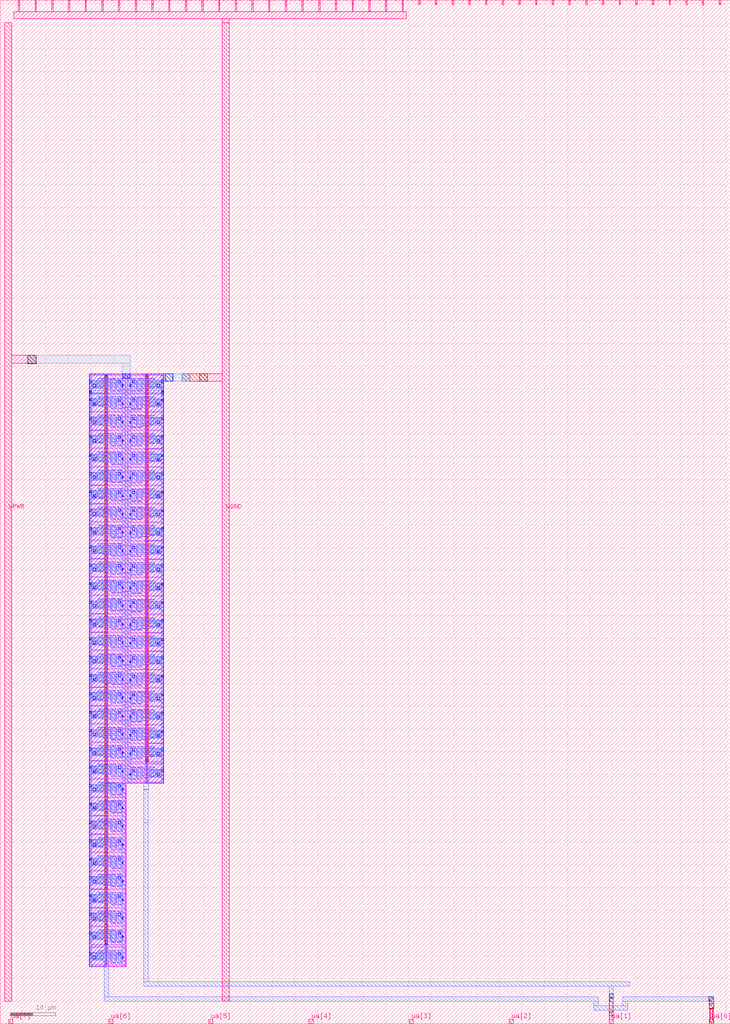
<source format=lef>
VERSION 5.7 ;
  NOWIREEXTENSIONATPIN ON ;
  DIVIDERCHAR "/" ;
  BUSBITCHARS "[]" ;
MACRO tt_um_devinatkin_dual_oscillator
  CLASS BLOCK ;
  FOREIGN tt_um_devinatkin_dual_oscillator ;
  ORIGIN 0.000 0.000 ;
  SIZE 161.000 BY 225.760 ;
  PIN clk
    DIRECTION INPUT ;
    USE SIGNAL ;
    PORT
      LAYER met4 ;
        RECT 154.870 224.760 155.170 225.760 ;
    END
  END clk
  PIN ena
    DIRECTION INPUT ;
    USE SIGNAL ;
    PORT
      LAYER met4 ;
        RECT 158.550 224.760 158.850 225.760 ;
    END
  END ena
  PIN rst_n
    DIRECTION INPUT ;
    USE SIGNAL ;
    PORT
      LAYER met4 ;
        RECT 151.190 224.760 151.490 225.760 ;
    END
  END rst_n
  PIN ua[0]
    DIRECTION INOUT ;
    USE SIGNAL ;
    ANTENNADIFFAREA 0.870000 ;
    PORT
      LAYER met4 ;
        RECT 156.410 0.000 157.310 1.000 ;
    END
  END ua[0]
  PIN ua[1]
    DIRECTION INOUT ;
    USE SIGNAL ;
    ANTENNADIFFAREA 0.870000 ;
    PORT
      LAYER met4 ;
        RECT 134.330 0.000 135.230 1.000 ;
    END
  END ua[1]
  PIN ua[2]
    DIRECTION INOUT ;
    USE SIGNAL ;
    PORT
      LAYER met4 ;
        RECT 112.250 0.000 113.150 1.000 ;
    END
  END ua[2]
  PIN ua[3]
    DIRECTION INOUT ;
    USE SIGNAL ;
    PORT
      LAYER met4 ;
        RECT 90.170 0.000 91.070 1.000 ;
    END
  END ua[3]
  PIN ua[4]
    DIRECTION INOUT ;
    USE SIGNAL ;
    PORT
      LAYER met4 ;
        RECT 68.090 0.000 68.990 1.000 ;
    END
  END ua[4]
  PIN ua[5]
    DIRECTION INOUT ;
    USE SIGNAL ;
    PORT
      LAYER met4 ;
        RECT 46.010 0.000 46.910 1.000 ;
    END
  END ua[5]
  PIN ua[6]
    DIRECTION INOUT ;
    USE SIGNAL ;
    PORT
      LAYER met4 ;
        RECT 23.930 0.000 24.830 1.000 ;
    END
  END ua[6]
  PIN ua[7]
    DIRECTION INOUT ;
    USE SIGNAL ;
    PORT
      LAYER met4 ;
        RECT 1.850 0.000 2.750 1.000 ;
    END
  END ua[7]
  PIN ui_in[0]
    DIRECTION INPUT ;
    USE SIGNAL ;
    PORT
      LAYER met4 ;
        RECT 147.510 224.760 147.810 225.760 ;
    END
  END ui_in[0]
  PIN ui_in[1]
    DIRECTION INPUT ;
    USE SIGNAL ;
    PORT
      LAYER met4 ;
        RECT 143.830 224.760 144.130 225.760 ;
    END
  END ui_in[1]
  PIN ui_in[2]
    DIRECTION INPUT ;
    USE SIGNAL ;
    PORT
      LAYER met4 ;
        RECT 140.150 224.760 140.450 225.760 ;
    END
  END ui_in[2]
  PIN ui_in[3]
    DIRECTION INPUT ;
    USE SIGNAL ;
    PORT
      LAYER met4 ;
        RECT 136.470 224.760 136.770 225.760 ;
    END
  END ui_in[3]
  PIN ui_in[4]
    DIRECTION INPUT ;
    USE SIGNAL ;
    PORT
      LAYER met4 ;
        RECT 132.790 224.760 133.090 225.760 ;
    END
  END ui_in[4]
  PIN ui_in[5]
    DIRECTION INPUT ;
    USE SIGNAL ;
    PORT
      LAYER met4 ;
        RECT 129.110 224.760 129.410 225.760 ;
    END
  END ui_in[5]
  PIN ui_in[6]
    DIRECTION INPUT ;
    USE SIGNAL ;
    PORT
      LAYER met4 ;
        RECT 125.430 224.760 125.730 225.760 ;
    END
  END ui_in[6]
  PIN ui_in[7]
    DIRECTION INPUT ;
    USE SIGNAL ;
    PORT
      LAYER met4 ;
        RECT 121.750 224.760 122.050 225.760 ;
    END
  END ui_in[7]
  PIN uio_in[0]
    DIRECTION INPUT ;
    USE SIGNAL ;
    PORT
      LAYER met4 ;
        RECT 118.070 224.760 118.370 225.760 ;
    END
  END uio_in[0]
  PIN uio_in[1]
    DIRECTION INPUT ;
    USE SIGNAL ;
    PORT
      LAYER met4 ;
        RECT 114.390 224.760 114.690 225.760 ;
    END
  END uio_in[1]
  PIN uio_in[2]
    DIRECTION INPUT ;
    USE SIGNAL ;
    PORT
      LAYER met4 ;
        RECT 110.710 224.760 111.010 225.760 ;
    END
  END uio_in[2]
  PIN uio_in[3]
    DIRECTION INPUT ;
    USE SIGNAL ;
    PORT
      LAYER met4 ;
        RECT 107.030 224.760 107.330 225.760 ;
    END
  END uio_in[3]
  PIN uio_in[4]
    DIRECTION INPUT ;
    USE SIGNAL ;
    PORT
      LAYER met4 ;
        RECT 103.350 224.760 103.650 225.760 ;
    END
  END uio_in[4]
  PIN uio_in[5]
    DIRECTION INPUT ;
    USE SIGNAL ;
    PORT
      LAYER met4 ;
        RECT 99.670 224.760 99.970 225.760 ;
    END
  END uio_in[5]
  PIN uio_in[6]
    DIRECTION INPUT ;
    USE SIGNAL ;
    PORT
      LAYER met4 ;
        RECT 95.990 224.760 96.290 225.760 ;
    END
  END uio_in[6]
  PIN uio_in[7]
    DIRECTION INPUT ;
    USE SIGNAL ;
    PORT
      LAYER met4 ;
        RECT 92.310 224.760 92.610 225.760 ;
    END
  END uio_in[7]
  PIN uio_oe[0]
    DIRECTION OUTPUT ;
    USE SIGNAL ;
    ANTENNAGATEAREA 108.000000 ;
    ANTENNADIFFAREA 93.243820 ;
    PORT
      LAYER met4 ;
        RECT 29.750 224.760 30.050 225.760 ;
    END
  END uio_oe[0]
  PIN uio_oe[1]
    DIRECTION OUTPUT ;
    USE SIGNAL ;
    ANTENNAGATEAREA 108.000000 ;
    ANTENNADIFFAREA 93.243820 ;
    PORT
      LAYER met4 ;
        RECT 26.070 224.760 26.370 225.760 ;
    END
  END uio_oe[1]
  PIN uio_oe[2]
    DIRECTION OUTPUT ;
    USE SIGNAL ;
    ANTENNAGATEAREA 108.000000 ;
    ANTENNADIFFAREA 93.243820 ;
    PORT
      LAYER met4 ;
        RECT 22.390 224.760 22.690 225.760 ;
    END
  END uio_oe[2]
  PIN uio_oe[3]
    DIRECTION OUTPUT ;
    USE SIGNAL ;
    ANTENNAGATEAREA 108.000000 ;
    ANTENNADIFFAREA 93.243820 ;
    PORT
      LAYER met4 ;
        RECT 18.710 224.760 19.010 225.760 ;
    END
  END uio_oe[3]
  PIN uio_oe[4]
    DIRECTION OUTPUT ;
    USE SIGNAL ;
    ANTENNAGATEAREA 108.000000 ;
    ANTENNADIFFAREA 93.243820 ;
    PORT
      LAYER met4 ;
        RECT 15.030 224.760 15.330 225.760 ;
    END
  END uio_oe[4]
  PIN uio_oe[5]
    DIRECTION OUTPUT ;
    USE SIGNAL ;
    ANTENNAGATEAREA 108.000000 ;
    ANTENNADIFFAREA 93.243820 ;
    PORT
      LAYER met4 ;
        RECT 11.350 224.760 11.650 225.760 ;
    END
  END uio_oe[5]
  PIN uio_oe[6]
    DIRECTION OUTPUT ;
    USE SIGNAL ;
    ANTENNAGATEAREA 108.000000 ;
    ANTENNADIFFAREA 93.243820 ;
    PORT
      LAYER met4 ;
        RECT 7.670 224.760 7.970 225.760 ;
    END
  END uio_oe[6]
  PIN uio_oe[7]
    DIRECTION OUTPUT ;
    USE SIGNAL ;
    ANTENNAGATEAREA 108.000000 ;
    ANTENNADIFFAREA 93.243820 ;
    PORT
      LAYER met4 ;
        RECT 3.990 224.760 4.290 225.760 ;
    END
  END uio_oe[7]
  PIN uio_out[0]
    DIRECTION OUTPUT ;
    USE SIGNAL ;
    ANTENNAGATEAREA 108.000000 ;
    ANTENNADIFFAREA 93.243820 ;
    PORT
      LAYER met4 ;
        RECT 59.190 224.760 59.490 225.760 ;
    END
  END uio_out[0]
  PIN uio_out[1]
    DIRECTION OUTPUT ;
    USE SIGNAL ;
    ANTENNAGATEAREA 108.000000 ;
    ANTENNADIFFAREA 93.243820 ;
    PORT
      LAYER met4 ;
        RECT 55.510 224.760 55.810 225.760 ;
    END
  END uio_out[1]
  PIN uio_out[2]
    DIRECTION OUTPUT ;
    USE SIGNAL ;
    ANTENNAGATEAREA 108.000000 ;
    ANTENNADIFFAREA 93.243820 ;
    PORT
      LAYER met4 ;
        RECT 51.830 224.760 52.130 225.760 ;
    END
  END uio_out[2]
  PIN uio_out[3]
    DIRECTION OUTPUT ;
    USE SIGNAL ;
    ANTENNAGATEAREA 108.000000 ;
    ANTENNADIFFAREA 93.243820 ;
    PORT
      LAYER met4 ;
        RECT 48.150 224.760 48.450 225.760 ;
    END
  END uio_out[3]
  PIN uio_out[4]
    DIRECTION OUTPUT ;
    USE SIGNAL ;
    ANTENNAGATEAREA 108.000000 ;
    ANTENNADIFFAREA 93.243820 ;
    PORT
      LAYER met4 ;
        RECT 44.470 224.760 44.770 225.760 ;
    END
  END uio_out[4]
  PIN uio_out[5]
    DIRECTION OUTPUT ;
    USE SIGNAL ;
    ANTENNAGATEAREA 108.000000 ;
    ANTENNADIFFAREA 93.243820 ;
    PORT
      LAYER met4 ;
        RECT 40.790 224.760 41.090 225.760 ;
    END
  END uio_out[5]
  PIN uio_out[6]
    DIRECTION OUTPUT ;
    USE SIGNAL ;
    ANTENNAGATEAREA 108.000000 ;
    ANTENNADIFFAREA 93.243820 ;
    PORT
      LAYER met4 ;
        RECT 37.110 224.760 37.410 225.760 ;
    END
  END uio_out[6]
  PIN uio_out[7]
    DIRECTION OUTPUT ;
    USE SIGNAL ;
    ANTENNAGATEAREA 108.000000 ;
    ANTENNADIFFAREA 93.243820 ;
    PORT
      LAYER met4 ;
        RECT 33.430 224.760 33.730 225.760 ;
    END
  END uio_out[7]
  PIN uo_out[0]
    DIRECTION OUTPUT ;
    USE SIGNAL ;
    ANTENNAGATEAREA 108.000000 ;
    ANTENNADIFFAREA 93.243820 ;
    PORT
      LAYER met4 ;
        RECT 88.630 224.760 88.930 225.760 ;
    END
  END uo_out[0]
  PIN uo_out[1]
    DIRECTION OUTPUT ;
    USE SIGNAL ;
    ANTENNAGATEAREA 108.000000 ;
    ANTENNADIFFAREA 93.243820 ;
    PORT
      LAYER met4 ;
        RECT 84.950 224.760 85.250 225.760 ;
    END
  END uo_out[1]
  PIN uo_out[2]
    DIRECTION OUTPUT ;
    USE SIGNAL ;
    ANTENNAGATEAREA 108.000000 ;
    ANTENNADIFFAREA 93.243820 ;
    PORT
      LAYER met4 ;
        RECT 81.270 224.760 81.570 225.760 ;
    END
  END uo_out[2]
  PIN uo_out[3]
    DIRECTION OUTPUT ;
    USE SIGNAL ;
    ANTENNAGATEAREA 108.000000 ;
    ANTENNADIFFAREA 93.243820 ;
    PORT
      LAYER met4 ;
        RECT 77.590 224.760 77.890 225.760 ;
    END
  END uo_out[3]
  PIN uo_out[4]
    DIRECTION OUTPUT ;
    USE SIGNAL ;
    ANTENNAGATEAREA 108.000000 ;
    ANTENNADIFFAREA 93.243820 ;
    PORT
      LAYER met4 ;
        RECT 73.910 224.760 74.210 225.760 ;
    END
  END uo_out[4]
  PIN uo_out[5]
    DIRECTION OUTPUT ;
    USE SIGNAL ;
    ANTENNAGATEAREA 108.000000 ;
    ANTENNADIFFAREA 93.243820 ;
    PORT
      LAYER met4 ;
        RECT 70.230 224.760 70.530 225.760 ;
    END
  END uo_out[5]
  PIN uo_out[6]
    DIRECTION OUTPUT ;
    USE SIGNAL ;
    ANTENNAGATEAREA 108.000000 ;
    ANTENNADIFFAREA 93.243820 ;
    PORT
      LAYER met4 ;
        RECT 66.550 224.760 66.850 225.760 ;
    END
  END uo_out[6]
  PIN uo_out[7]
    DIRECTION OUTPUT ;
    USE SIGNAL ;
    ANTENNAGATEAREA 108.000000 ;
    ANTENNADIFFAREA 93.243820 ;
    PORT
      LAYER met4 ;
        RECT 62.870 224.760 63.170 225.760 ;
    END
  END uo_out[7]
  PIN VPWR
    DIRECTION INOUT ;
    USE POWER ;
    PORT
      LAYER met4 ;
        RECT 1.000 5.000 2.500 220.760 ;
    END
  END VPWR
  PIN VGND
    DIRECTION INOUT ;
    USE GROUND ;
    PORT
      LAYER met4 ;
        RECT 49.000 5.000 50.500 220.760 ;
    END
  END VGND
  OBS
      LAYER pwell ;
        RECT 19.610 12.575 23.390 143.370 ;
      LAYER nwell ;
        RECT 23.390 53.000 32.290 143.370 ;
      LAYER pwell ;
        RECT 32.290 53.000 36.070 143.370 ;
      LAYER nwell ;
        RECT 23.390 12.575 27.840 53.000 ;
      LAYER li1 ;
        RECT 23.680 143.190 24.480 143.200 ;
        RECT 31.200 143.190 32.000 143.200 ;
        RECT 19.720 143.020 23.220 143.190 ;
        RECT 19.710 143.010 23.220 143.020 ;
        RECT 19.710 141.910 19.890 143.010 ;
        RECT 19.720 139.190 19.890 141.910 ;
        RECT 20.290 141.720 21.290 141.890 ;
        RECT 21.580 141.720 22.580 141.890 ;
        RECT 20.060 140.510 20.230 141.550 ;
        RECT 21.350 140.510 21.520 141.550 ;
        RECT 22.640 140.510 22.810 141.550 ;
        RECT 20.290 140.170 21.290 140.340 ;
        RECT 21.580 140.170 22.580 140.340 ;
        RECT 23.050 139.190 23.220 143.010 ;
        RECT 19.720 139.020 23.220 139.190 ;
        RECT 19.710 138.920 23.220 139.020 ;
        RECT 19.710 137.910 19.890 138.920 ;
        RECT 19.720 135.130 19.890 137.910 ;
        RECT 20.290 137.720 21.290 137.890 ;
        RECT 21.580 137.720 22.580 137.890 ;
        RECT 20.060 136.510 20.230 137.550 ;
        RECT 21.350 136.510 21.520 137.550 ;
        RECT 22.640 136.510 22.810 137.550 ;
        RECT 20.290 136.170 21.290 136.340 ;
        RECT 21.580 136.170 22.580 136.340 ;
        RECT 23.050 135.130 23.220 138.920 ;
        RECT 19.720 134.920 23.220 135.130 ;
        RECT 19.710 134.910 23.220 134.920 ;
        RECT 19.710 133.810 19.890 134.910 ;
        RECT 19.720 131.040 19.890 133.810 ;
        RECT 20.290 133.620 21.290 133.790 ;
        RECT 21.580 133.620 22.580 133.790 ;
        RECT 20.060 132.410 20.230 133.450 ;
        RECT 21.350 132.410 21.520 133.450 ;
        RECT 22.640 132.410 22.810 133.450 ;
        RECT 20.290 132.070 21.290 132.240 ;
        RECT 21.580 132.070 22.580 132.240 ;
        RECT 23.050 131.040 23.220 134.910 ;
        RECT 19.720 130.870 23.220 131.040 ;
        RECT 19.710 130.820 23.220 130.870 ;
        RECT 19.710 129.760 19.890 130.820 ;
        RECT 19.720 126.990 19.890 129.760 ;
        RECT 20.290 129.570 21.290 129.740 ;
        RECT 21.580 129.570 22.580 129.740 ;
        RECT 20.060 128.360 20.230 129.400 ;
        RECT 21.350 128.360 21.520 129.400 ;
        RECT 22.640 128.360 22.810 129.400 ;
        RECT 20.290 128.020 21.290 128.190 ;
        RECT 21.580 128.020 22.580 128.190 ;
        RECT 23.050 126.990 23.220 130.820 ;
        RECT 19.720 126.820 23.220 126.990 ;
        RECT 19.710 126.770 23.220 126.820 ;
        RECT 19.710 125.710 19.890 126.770 ;
        RECT 19.720 122.940 19.890 125.710 ;
        RECT 20.290 125.520 21.290 125.690 ;
        RECT 21.580 125.520 22.580 125.690 ;
        RECT 20.060 124.310 20.230 125.350 ;
        RECT 21.350 124.310 21.520 125.350 ;
        RECT 22.640 124.310 22.810 125.350 ;
        RECT 20.290 123.970 21.290 124.140 ;
        RECT 21.580 123.970 22.580 124.140 ;
        RECT 23.050 122.940 23.220 126.770 ;
        RECT 19.720 122.770 23.220 122.940 ;
        RECT 19.710 122.720 23.220 122.770 ;
        RECT 19.710 121.660 19.890 122.720 ;
        RECT 19.720 118.890 19.890 121.660 ;
        RECT 20.290 121.470 21.290 121.640 ;
        RECT 21.580 121.470 22.580 121.640 ;
        RECT 20.060 120.260 20.230 121.300 ;
        RECT 21.350 120.260 21.520 121.300 ;
        RECT 22.640 120.260 22.810 121.300 ;
        RECT 20.290 119.920 21.290 120.090 ;
        RECT 21.580 119.920 22.580 120.090 ;
        RECT 23.050 118.890 23.220 122.720 ;
        RECT 19.720 118.720 23.220 118.890 ;
        RECT 19.710 118.670 23.220 118.720 ;
        RECT 19.710 117.610 19.890 118.670 ;
        RECT 19.720 114.840 19.890 117.610 ;
        RECT 20.290 117.420 21.290 117.590 ;
        RECT 21.580 117.420 22.580 117.590 ;
        RECT 20.060 116.210 20.230 117.250 ;
        RECT 21.350 116.210 21.520 117.250 ;
        RECT 22.640 116.210 22.810 117.250 ;
        RECT 20.290 115.870 21.290 116.040 ;
        RECT 21.580 115.870 22.580 116.040 ;
        RECT 23.050 114.840 23.220 118.670 ;
        RECT 19.720 114.670 23.220 114.840 ;
        RECT 19.710 114.620 23.220 114.670 ;
        RECT 19.710 113.560 19.890 114.620 ;
        RECT 19.720 110.790 19.890 113.560 ;
        RECT 20.290 113.370 21.290 113.540 ;
        RECT 21.580 113.370 22.580 113.540 ;
        RECT 20.060 112.160 20.230 113.200 ;
        RECT 21.350 112.160 21.520 113.200 ;
        RECT 22.640 112.160 22.810 113.200 ;
        RECT 20.290 111.820 21.290 111.990 ;
        RECT 21.580 111.820 22.580 111.990 ;
        RECT 23.050 110.790 23.220 114.620 ;
        RECT 19.720 110.620 23.220 110.790 ;
        RECT 19.710 110.570 23.220 110.620 ;
        RECT 19.710 109.510 19.890 110.570 ;
        RECT 19.720 106.740 19.890 109.510 ;
        RECT 20.290 109.320 21.290 109.490 ;
        RECT 21.580 109.320 22.580 109.490 ;
        RECT 20.060 108.110 20.230 109.150 ;
        RECT 21.350 108.110 21.520 109.150 ;
        RECT 22.640 108.110 22.810 109.150 ;
        RECT 20.290 107.770 21.290 107.940 ;
        RECT 21.580 107.770 22.580 107.940 ;
        RECT 23.050 106.740 23.220 110.570 ;
        RECT 19.720 106.570 23.220 106.740 ;
        RECT 19.710 106.520 23.220 106.570 ;
        RECT 19.710 105.460 19.890 106.520 ;
        RECT 19.720 102.690 19.890 105.460 ;
        RECT 20.290 105.270 21.290 105.440 ;
        RECT 21.580 105.270 22.580 105.440 ;
        RECT 20.060 104.060 20.230 105.100 ;
        RECT 21.350 104.060 21.520 105.100 ;
        RECT 22.640 104.060 22.810 105.100 ;
        RECT 20.290 103.720 21.290 103.890 ;
        RECT 21.580 103.720 22.580 103.890 ;
        RECT 23.050 102.690 23.220 106.520 ;
        RECT 19.720 102.520 23.220 102.690 ;
        RECT 19.710 102.470 23.220 102.520 ;
        RECT 19.710 101.410 19.890 102.470 ;
        RECT 19.720 98.640 19.890 101.410 ;
        RECT 20.290 101.220 21.290 101.390 ;
        RECT 21.580 101.220 22.580 101.390 ;
        RECT 20.060 100.010 20.230 101.050 ;
        RECT 21.350 100.010 21.520 101.050 ;
        RECT 22.640 100.010 22.810 101.050 ;
        RECT 20.290 99.670 21.290 99.840 ;
        RECT 21.580 99.670 22.580 99.840 ;
        RECT 23.050 98.640 23.220 102.470 ;
        RECT 19.720 98.470 23.220 98.640 ;
        RECT 19.710 98.420 23.220 98.470 ;
        RECT 19.710 97.360 19.890 98.420 ;
        RECT 19.720 94.590 19.890 97.360 ;
        RECT 20.290 97.170 21.290 97.340 ;
        RECT 21.580 97.170 22.580 97.340 ;
        RECT 20.060 95.960 20.230 97.000 ;
        RECT 21.350 95.960 21.520 97.000 ;
        RECT 22.640 95.960 22.810 97.000 ;
        RECT 20.290 95.620 21.290 95.790 ;
        RECT 21.580 95.620 22.580 95.790 ;
        RECT 23.050 94.590 23.220 98.420 ;
        RECT 19.720 94.420 23.220 94.590 ;
        RECT 19.710 94.370 23.220 94.420 ;
        RECT 19.710 93.310 19.890 94.370 ;
        RECT 19.720 90.540 19.890 93.310 ;
        RECT 20.290 93.120 21.290 93.290 ;
        RECT 21.580 93.120 22.580 93.290 ;
        RECT 20.060 91.910 20.230 92.950 ;
        RECT 21.350 91.910 21.520 92.950 ;
        RECT 22.640 91.910 22.810 92.950 ;
        RECT 20.290 91.570 21.290 91.740 ;
        RECT 21.580 91.570 22.580 91.740 ;
        RECT 23.050 90.540 23.220 94.370 ;
        RECT 19.720 90.370 23.220 90.540 ;
        RECT 19.710 90.320 23.220 90.370 ;
        RECT 19.710 89.260 19.890 90.320 ;
        RECT 19.720 86.490 19.890 89.260 ;
        RECT 20.290 89.070 21.290 89.240 ;
        RECT 21.580 89.070 22.580 89.240 ;
        RECT 20.060 87.860 20.230 88.900 ;
        RECT 21.350 87.860 21.520 88.900 ;
        RECT 22.640 87.860 22.810 88.900 ;
        RECT 20.290 87.520 21.290 87.690 ;
        RECT 21.580 87.520 22.580 87.690 ;
        RECT 23.050 86.490 23.220 90.320 ;
        RECT 19.720 86.320 23.220 86.490 ;
        RECT 19.710 86.270 23.220 86.320 ;
        RECT 19.710 85.210 19.890 86.270 ;
        RECT 19.720 82.440 19.890 85.210 ;
        RECT 20.290 85.020 21.290 85.190 ;
        RECT 21.580 85.020 22.580 85.190 ;
        RECT 20.060 83.810 20.230 84.850 ;
        RECT 21.350 83.810 21.520 84.850 ;
        RECT 22.640 83.810 22.810 84.850 ;
        RECT 20.290 83.470 21.290 83.640 ;
        RECT 21.580 83.470 22.580 83.640 ;
        RECT 23.050 82.440 23.220 86.270 ;
        RECT 19.720 82.270 23.220 82.440 ;
        RECT 19.710 82.220 23.220 82.270 ;
        RECT 19.710 81.160 19.890 82.220 ;
        RECT 19.720 78.390 19.890 81.160 ;
        RECT 20.290 80.970 21.290 81.140 ;
        RECT 21.580 80.970 22.580 81.140 ;
        RECT 20.060 79.760 20.230 80.800 ;
        RECT 21.350 79.760 21.520 80.800 ;
        RECT 22.640 79.760 22.810 80.800 ;
        RECT 20.290 79.420 21.290 79.590 ;
        RECT 21.580 79.420 22.580 79.590 ;
        RECT 23.050 78.390 23.220 82.220 ;
        RECT 19.720 78.220 23.220 78.390 ;
        RECT 19.710 78.170 23.220 78.220 ;
        RECT 19.710 77.110 19.890 78.170 ;
        RECT 19.720 74.340 19.890 77.110 ;
        RECT 20.290 76.920 21.290 77.090 ;
        RECT 21.580 76.920 22.580 77.090 ;
        RECT 20.060 75.710 20.230 76.750 ;
        RECT 21.350 75.710 21.520 76.750 ;
        RECT 22.640 75.710 22.810 76.750 ;
        RECT 20.290 75.370 21.290 75.540 ;
        RECT 21.580 75.370 22.580 75.540 ;
        RECT 23.050 74.340 23.220 78.170 ;
        RECT 19.720 74.170 23.220 74.340 ;
        RECT 19.710 74.120 23.220 74.170 ;
        RECT 19.710 73.060 19.890 74.120 ;
        RECT 19.720 70.290 19.890 73.060 ;
        RECT 20.290 72.870 21.290 73.040 ;
        RECT 21.580 72.870 22.580 73.040 ;
        RECT 20.060 71.660 20.230 72.700 ;
        RECT 21.350 71.660 21.520 72.700 ;
        RECT 22.640 71.660 22.810 72.700 ;
        RECT 20.290 71.320 21.290 71.490 ;
        RECT 21.580 71.320 22.580 71.490 ;
        RECT 23.050 70.290 23.220 74.120 ;
        RECT 19.720 70.120 23.220 70.290 ;
        RECT 19.710 70.070 23.220 70.120 ;
        RECT 19.710 69.010 19.890 70.070 ;
        RECT 19.720 66.240 19.890 69.010 ;
        RECT 20.290 68.820 21.290 68.990 ;
        RECT 21.580 68.820 22.580 68.990 ;
        RECT 20.060 67.610 20.230 68.650 ;
        RECT 21.350 67.610 21.520 68.650 ;
        RECT 22.640 67.610 22.810 68.650 ;
        RECT 20.290 67.270 21.290 67.440 ;
        RECT 21.580 67.270 22.580 67.440 ;
        RECT 23.050 66.240 23.220 70.070 ;
        RECT 19.720 66.070 23.220 66.240 ;
        RECT 19.710 66.020 23.220 66.070 ;
        RECT 19.710 64.960 19.890 66.020 ;
        RECT 19.720 62.190 19.890 64.960 ;
        RECT 20.290 64.770 21.290 64.940 ;
        RECT 21.580 64.770 22.580 64.940 ;
        RECT 20.060 63.560 20.230 64.600 ;
        RECT 21.350 63.560 21.520 64.600 ;
        RECT 22.640 63.560 22.810 64.600 ;
        RECT 20.290 63.220 21.290 63.390 ;
        RECT 21.580 63.220 22.580 63.390 ;
        RECT 23.050 62.190 23.220 66.020 ;
        RECT 19.720 62.020 23.220 62.190 ;
        RECT 19.710 61.970 23.220 62.020 ;
        RECT 19.710 60.910 19.890 61.970 ;
        RECT 19.720 58.140 19.890 60.910 ;
        RECT 20.290 60.720 21.290 60.890 ;
        RECT 21.580 60.720 22.580 60.890 ;
        RECT 20.060 59.510 20.230 60.550 ;
        RECT 21.350 59.510 21.520 60.550 ;
        RECT 22.640 59.510 22.810 60.550 ;
        RECT 20.290 59.170 21.290 59.340 ;
        RECT 21.580 59.170 22.580 59.340 ;
        RECT 23.050 58.140 23.220 61.970 ;
        RECT 19.720 57.970 23.220 58.140 ;
        RECT 19.710 57.920 23.220 57.970 ;
        RECT 19.710 56.860 19.890 57.920 ;
        RECT 19.720 54.090 19.890 56.860 ;
        RECT 20.290 56.670 21.290 56.840 ;
        RECT 21.580 56.670 22.580 56.840 ;
        RECT 20.060 55.460 20.230 56.500 ;
        RECT 21.350 55.460 21.520 56.500 ;
        RECT 22.640 55.460 22.810 56.500 ;
        RECT 20.290 55.120 21.290 55.290 ;
        RECT 21.580 55.120 22.580 55.290 ;
        RECT 23.050 54.090 23.220 57.920 ;
        RECT 19.720 53.920 23.220 54.090 ;
        RECT 19.710 53.870 23.220 53.920 ;
        RECT 19.710 52.810 19.890 53.870 ;
        RECT 19.720 50.040 19.890 52.810 ;
        RECT 20.290 52.620 21.290 52.790 ;
        RECT 21.580 52.620 22.580 52.790 ;
        RECT 20.060 51.410 20.230 52.450 ;
        RECT 21.350 51.410 21.520 52.450 ;
        RECT 22.640 51.410 22.810 52.450 ;
        RECT 20.290 51.070 21.290 51.240 ;
        RECT 21.580 51.070 22.580 51.240 ;
        RECT 23.050 50.040 23.220 53.870 ;
        RECT 19.720 49.870 23.220 50.040 ;
        RECT 19.710 49.820 23.220 49.870 ;
        RECT 19.710 48.760 19.890 49.820 ;
        RECT 19.720 45.990 19.890 48.760 ;
        RECT 20.290 48.570 21.290 48.740 ;
        RECT 21.580 48.570 22.580 48.740 ;
        RECT 20.060 47.360 20.230 48.400 ;
        RECT 21.350 47.360 21.520 48.400 ;
        RECT 22.640 47.360 22.810 48.400 ;
        RECT 20.290 47.020 21.290 47.190 ;
        RECT 21.580 47.020 22.580 47.190 ;
        RECT 23.050 45.990 23.220 49.820 ;
        RECT 19.720 45.820 23.220 45.990 ;
        RECT 19.710 45.770 23.220 45.820 ;
        RECT 19.710 44.710 19.890 45.770 ;
        RECT 19.720 41.940 19.890 44.710 ;
        RECT 20.290 44.520 21.290 44.690 ;
        RECT 21.580 44.520 22.580 44.690 ;
        RECT 20.060 43.310 20.230 44.350 ;
        RECT 21.350 43.310 21.520 44.350 ;
        RECT 22.640 43.310 22.810 44.350 ;
        RECT 20.290 42.970 21.290 43.140 ;
        RECT 21.580 42.970 22.580 43.140 ;
        RECT 23.050 41.940 23.220 45.770 ;
        RECT 19.720 41.770 23.220 41.940 ;
        RECT 19.710 41.720 23.220 41.770 ;
        RECT 19.710 40.660 19.890 41.720 ;
        RECT 19.720 37.890 19.890 40.660 ;
        RECT 20.290 40.470 21.290 40.640 ;
        RECT 21.580 40.470 22.580 40.640 ;
        RECT 20.060 39.260 20.230 40.300 ;
        RECT 21.350 39.260 21.520 40.300 ;
        RECT 22.640 39.260 22.810 40.300 ;
        RECT 20.290 38.920 21.290 39.090 ;
        RECT 21.580 38.920 22.580 39.090 ;
        RECT 23.050 37.890 23.220 41.720 ;
        RECT 19.720 37.720 23.220 37.890 ;
        RECT 19.710 37.670 23.220 37.720 ;
        RECT 19.710 36.610 19.890 37.670 ;
        RECT 19.720 33.840 19.890 36.610 ;
        RECT 20.290 36.420 21.290 36.590 ;
        RECT 21.580 36.420 22.580 36.590 ;
        RECT 20.060 35.210 20.230 36.250 ;
        RECT 21.350 35.210 21.520 36.250 ;
        RECT 22.640 35.210 22.810 36.250 ;
        RECT 20.290 34.870 21.290 35.040 ;
        RECT 21.580 34.870 22.580 35.040 ;
        RECT 23.050 33.840 23.220 37.670 ;
        RECT 19.720 33.670 23.220 33.840 ;
        RECT 19.710 33.620 23.220 33.670 ;
        RECT 19.710 32.560 19.890 33.620 ;
        RECT 19.720 29.790 19.890 32.560 ;
        RECT 20.290 32.370 21.290 32.540 ;
        RECT 21.580 32.370 22.580 32.540 ;
        RECT 20.060 31.160 20.230 32.200 ;
        RECT 21.350 31.160 21.520 32.200 ;
        RECT 22.640 31.160 22.810 32.200 ;
        RECT 20.290 30.820 21.290 30.990 ;
        RECT 21.580 30.820 22.580 30.990 ;
        RECT 23.050 29.790 23.220 33.620 ;
        RECT 19.720 29.620 23.220 29.790 ;
        RECT 19.710 29.570 23.220 29.620 ;
        RECT 19.710 28.510 19.890 29.570 ;
        RECT 19.720 25.730 19.890 28.510 ;
        RECT 20.290 28.320 21.290 28.490 ;
        RECT 21.580 28.320 22.580 28.490 ;
        RECT 20.060 27.110 20.230 28.150 ;
        RECT 21.350 27.110 21.520 28.150 ;
        RECT 22.640 27.110 22.810 28.150 ;
        RECT 20.290 26.770 21.290 26.940 ;
        RECT 21.580 26.770 22.580 26.940 ;
        RECT 23.050 25.730 23.220 29.570 ;
        RECT 19.720 25.535 23.220 25.730 ;
        RECT 19.710 25.520 23.220 25.535 ;
        RECT 19.710 24.425 19.890 25.520 ;
        RECT 19.720 21.645 19.890 24.425 ;
        RECT 20.290 24.235 21.290 24.405 ;
        RECT 21.580 24.235 22.580 24.405 ;
        RECT 20.060 23.025 20.230 24.065 ;
        RECT 21.350 23.025 21.520 24.065 ;
        RECT 22.640 23.025 22.810 24.065 ;
        RECT 20.290 22.685 21.290 22.855 ;
        RECT 21.580 22.685 22.580 22.855 ;
        RECT 23.050 21.645 23.220 25.520 ;
        RECT 19.720 21.410 23.220 21.645 ;
        RECT 19.710 21.400 23.220 21.410 ;
        RECT 19.710 20.300 19.890 21.400 ;
        RECT 19.720 17.520 19.890 20.300 ;
        RECT 20.290 20.110 21.290 20.280 ;
        RECT 21.580 20.110 22.580 20.280 ;
        RECT 20.060 18.900 20.230 19.940 ;
        RECT 21.350 18.900 21.520 19.940 ;
        RECT 22.640 18.900 22.810 19.940 ;
        RECT 20.290 18.560 21.290 18.730 ;
        RECT 21.580 18.560 22.580 18.730 ;
        RECT 23.050 17.520 23.220 21.400 ;
        RECT 19.720 17.310 23.220 17.520 ;
        RECT 23.570 143.020 27.670 143.190 ;
        RECT 23.570 139.200 23.740 143.020 ;
        RECT 24.480 142.195 25.480 142.365 ;
        RECT 25.770 142.195 26.770 142.365 ;
        RECT 24.250 139.940 24.420 141.980 ;
        RECT 25.540 139.940 25.710 141.980 ;
        RECT 26.830 139.940 27.000 141.980 ;
        RECT 24.480 139.555 25.480 139.725 ;
        RECT 25.770 139.555 26.770 139.725 ;
        RECT 23.570 139.190 24.480 139.200 ;
        RECT 27.490 139.190 27.670 143.020 ;
        RECT 23.570 138.920 27.670 139.190 ;
        RECT 23.570 135.130 23.740 138.920 ;
        RECT 24.480 138.195 25.480 138.365 ;
        RECT 25.770 138.195 26.770 138.365 ;
        RECT 24.250 135.940 24.420 137.980 ;
        RECT 25.540 135.940 25.710 137.980 ;
        RECT 26.830 135.940 27.000 137.980 ;
        RECT 24.480 135.555 25.480 135.725 ;
        RECT 25.770 135.555 26.770 135.725 ;
        RECT 27.490 135.130 27.670 138.920 ;
        RECT 23.570 134.920 27.670 135.130 ;
        RECT 23.570 131.050 23.740 134.920 ;
        RECT 24.480 134.095 25.480 134.265 ;
        RECT 25.770 134.095 26.770 134.265 ;
        RECT 24.250 131.840 24.420 133.880 ;
        RECT 25.540 131.840 25.710 133.880 ;
        RECT 26.830 131.840 27.000 133.880 ;
        RECT 24.480 131.455 25.480 131.625 ;
        RECT 25.770 131.455 26.770 131.625 ;
        RECT 23.570 131.040 24.480 131.050 ;
        RECT 27.490 131.040 27.670 134.920 ;
        RECT 23.570 130.820 27.670 131.040 ;
        RECT 23.570 127.000 23.740 130.820 ;
        RECT 24.480 130.045 25.480 130.215 ;
        RECT 25.770 130.045 26.770 130.215 ;
        RECT 24.250 127.790 24.420 129.830 ;
        RECT 25.540 127.790 25.710 129.830 ;
        RECT 26.830 127.790 27.000 129.830 ;
        RECT 24.480 127.405 25.480 127.575 ;
        RECT 25.770 127.405 26.770 127.575 ;
        RECT 23.570 126.990 24.480 127.000 ;
        RECT 27.490 126.990 27.670 130.820 ;
        RECT 23.570 126.770 27.670 126.990 ;
        RECT 23.570 122.950 23.740 126.770 ;
        RECT 24.480 125.995 25.480 126.165 ;
        RECT 25.770 125.995 26.770 126.165 ;
        RECT 24.250 123.740 24.420 125.780 ;
        RECT 25.540 123.740 25.710 125.780 ;
        RECT 26.830 123.740 27.000 125.780 ;
        RECT 24.480 123.355 25.480 123.525 ;
        RECT 25.770 123.355 26.770 123.525 ;
        RECT 23.570 122.940 24.480 122.950 ;
        RECT 27.490 122.940 27.670 126.770 ;
        RECT 23.570 122.720 27.670 122.940 ;
        RECT 23.570 118.900 23.740 122.720 ;
        RECT 24.480 121.945 25.480 122.115 ;
        RECT 25.770 121.945 26.770 122.115 ;
        RECT 24.250 119.690 24.420 121.730 ;
        RECT 25.540 119.690 25.710 121.730 ;
        RECT 26.830 119.690 27.000 121.730 ;
        RECT 24.480 119.305 25.480 119.475 ;
        RECT 25.770 119.305 26.770 119.475 ;
        RECT 23.570 118.890 24.480 118.900 ;
        RECT 27.490 118.890 27.670 122.720 ;
        RECT 23.570 118.670 27.670 118.890 ;
        RECT 23.570 114.850 23.740 118.670 ;
        RECT 24.480 117.895 25.480 118.065 ;
        RECT 25.770 117.895 26.770 118.065 ;
        RECT 24.250 115.640 24.420 117.680 ;
        RECT 25.540 115.640 25.710 117.680 ;
        RECT 26.830 115.640 27.000 117.680 ;
        RECT 24.480 115.255 25.480 115.425 ;
        RECT 25.770 115.255 26.770 115.425 ;
        RECT 23.570 114.840 24.480 114.850 ;
        RECT 27.490 114.840 27.670 118.670 ;
        RECT 23.570 114.620 27.670 114.840 ;
        RECT 23.570 110.800 23.740 114.620 ;
        RECT 24.480 113.845 25.480 114.015 ;
        RECT 25.770 113.845 26.770 114.015 ;
        RECT 24.250 111.590 24.420 113.630 ;
        RECT 25.540 111.590 25.710 113.630 ;
        RECT 26.830 111.590 27.000 113.630 ;
        RECT 24.480 111.205 25.480 111.375 ;
        RECT 25.770 111.205 26.770 111.375 ;
        RECT 23.570 110.790 24.480 110.800 ;
        RECT 27.490 110.790 27.670 114.620 ;
        RECT 23.570 110.570 27.670 110.790 ;
        RECT 23.570 106.750 23.740 110.570 ;
        RECT 24.480 109.795 25.480 109.965 ;
        RECT 25.770 109.795 26.770 109.965 ;
        RECT 24.250 107.540 24.420 109.580 ;
        RECT 25.540 107.540 25.710 109.580 ;
        RECT 26.830 107.540 27.000 109.580 ;
        RECT 24.480 107.155 25.480 107.325 ;
        RECT 25.770 107.155 26.770 107.325 ;
        RECT 23.570 106.740 24.480 106.750 ;
        RECT 27.490 106.740 27.670 110.570 ;
        RECT 23.570 106.520 27.670 106.740 ;
        RECT 23.570 102.700 23.740 106.520 ;
        RECT 24.480 105.745 25.480 105.915 ;
        RECT 25.770 105.745 26.770 105.915 ;
        RECT 24.250 103.490 24.420 105.530 ;
        RECT 25.540 103.490 25.710 105.530 ;
        RECT 26.830 103.490 27.000 105.530 ;
        RECT 24.480 103.105 25.480 103.275 ;
        RECT 25.770 103.105 26.770 103.275 ;
        RECT 23.570 102.690 24.480 102.700 ;
        RECT 27.490 102.690 27.670 106.520 ;
        RECT 23.570 102.470 27.670 102.690 ;
        RECT 23.570 98.650 23.740 102.470 ;
        RECT 24.480 101.695 25.480 101.865 ;
        RECT 25.770 101.695 26.770 101.865 ;
        RECT 24.250 99.440 24.420 101.480 ;
        RECT 25.540 99.440 25.710 101.480 ;
        RECT 26.830 99.440 27.000 101.480 ;
        RECT 24.480 99.055 25.480 99.225 ;
        RECT 25.770 99.055 26.770 99.225 ;
        RECT 23.570 98.640 24.480 98.650 ;
        RECT 27.490 98.640 27.670 102.470 ;
        RECT 23.570 98.420 27.670 98.640 ;
        RECT 23.570 94.600 23.740 98.420 ;
        RECT 24.480 97.645 25.480 97.815 ;
        RECT 25.770 97.645 26.770 97.815 ;
        RECT 24.250 95.390 24.420 97.430 ;
        RECT 25.540 95.390 25.710 97.430 ;
        RECT 26.830 95.390 27.000 97.430 ;
        RECT 24.480 95.005 25.480 95.175 ;
        RECT 25.770 95.005 26.770 95.175 ;
        RECT 23.570 94.590 24.480 94.600 ;
        RECT 27.490 94.590 27.670 98.420 ;
        RECT 23.570 94.370 27.670 94.590 ;
        RECT 23.570 90.550 23.740 94.370 ;
        RECT 24.480 93.595 25.480 93.765 ;
        RECT 25.770 93.595 26.770 93.765 ;
        RECT 24.250 91.340 24.420 93.380 ;
        RECT 25.540 91.340 25.710 93.380 ;
        RECT 26.830 91.340 27.000 93.380 ;
        RECT 24.480 90.955 25.480 91.125 ;
        RECT 25.770 90.955 26.770 91.125 ;
        RECT 23.570 90.540 24.480 90.550 ;
        RECT 27.490 90.540 27.670 94.370 ;
        RECT 23.570 90.320 27.670 90.540 ;
        RECT 23.570 86.500 23.740 90.320 ;
        RECT 24.480 89.545 25.480 89.715 ;
        RECT 25.770 89.545 26.770 89.715 ;
        RECT 24.250 87.290 24.420 89.330 ;
        RECT 25.540 87.290 25.710 89.330 ;
        RECT 26.830 87.290 27.000 89.330 ;
        RECT 24.480 86.905 25.480 87.075 ;
        RECT 25.770 86.905 26.770 87.075 ;
        RECT 23.570 86.490 24.480 86.500 ;
        RECT 27.490 86.490 27.670 90.320 ;
        RECT 23.570 86.270 27.670 86.490 ;
        RECT 23.570 82.450 23.740 86.270 ;
        RECT 24.480 85.495 25.480 85.665 ;
        RECT 25.770 85.495 26.770 85.665 ;
        RECT 24.250 83.240 24.420 85.280 ;
        RECT 25.540 83.240 25.710 85.280 ;
        RECT 26.830 83.240 27.000 85.280 ;
        RECT 24.480 82.855 25.480 83.025 ;
        RECT 25.770 82.855 26.770 83.025 ;
        RECT 23.570 82.440 24.480 82.450 ;
        RECT 27.490 82.440 27.670 86.270 ;
        RECT 23.570 82.220 27.670 82.440 ;
        RECT 23.570 78.400 23.740 82.220 ;
        RECT 24.480 81.445 25.480 81.615 ;
        RECT 25.770 81.445 26.770 81.615 ;
        RECT 24.250 79.190 24.420 81.230 ;
        RECT 25.540 79.190 25.710 81.230 ;
        RECT 26.830 79.190 27.000 81.230 ;
        RECT 24.480 78.805 25.480 78.975 ;
        RECT 25.770 78.805 26.770 78.975 ;
        RECT 23.570 78.390 24.480 78.400 ;
        RECT 27.490 78.390 27.670 82.220 ;
        RECT 23.570 78.170 27.670 78.390 ;
        RECT 23.570 74.350 23.740 78.170 ;
        RECT 24.480 77.395 25.480 77.565 ;
        RECT 25.770 77.395 26.770 77.565 ;
        RECT 24.250 75.140 24.420 77.180 ;
        RECT 25.540 75.140 25.710 77.180 ;
        RECT 26.830 75.140 27.000 77.180 ;
        RECT 24.480 74.755 25.480 74.925 ;
        RECT 25.770 74.755 26.770 74.925 ;
        RECT 23.570 74.340 24.480 74.350 ;
        RECT 27.490 74.340 27.670 78.170 ;
        RECT 23.570 74.120 27.670 74.340 ;
        RECT 23.570 70.300 23.740 74.120 ;
        RECT 24.480 73.345 25.480 73.515 ;
        RECT 25.770 73.345 26.770 73.515 ;
        RECT 24.250 71.090 24.420 73.130 ;
        RECT 25.540 71.090 25.710 73.130 ;
        RECT 26.830 71.090 27.000 73.130 ;
        RECT 24.480 70.705 25.480 70.875 ;
        RECT 25.770 70.705 26.770 70.875 ;
        RECT 23.570 70.290 24.480 70.300 ;
        RECT 27.490 70.290 27.670 74.120 ;
        RECT 23.570 70.070 27.670 70.290 ;
        RECT 23.570 66.250 23.740 70.070 ;
        RECT 24.480 69.295 25.480 69.465 ;
        RECT 25.770 69.295 26.770 69.465 ;
        RECT 24.250 67.040 24.420 69.080 ;
        RECT 25.540 67.040 25.710 69.080 ;
        RECT 26.830 67.040 27.000 69.080 ;
        RECT 24.480 66.655 25.480 66.825 ;
        RECT 25.770 66.655 26.770 66.825 ;
        RECT 23.570 66.240 24.480 66.250 ;
        RECT 27.490 66.240 27.670 70.070 ;
        RECT 23.570 66.020 27.670 66.240 ;
        RECT 23.570 62.200 23.740 66.020 ;
        RECT 24.480 65.245 25.480 65.415 ;
        RECT 25.770 65.245 26.770 65.415 ;
        RECT 24.250 62.990 24.420 65.030 ;
        RECT 25.540 62.990 25.710 65.030 ;
        RECT 26.830 62.990 27.000 65.030 ;
        RECT 24.480 62.605 25.480 62.775 ;
        RECT 25.770 62.605 26.770 62.775 ;
        RECT 23.570 62.190 24.480 62.200 ;
        RECT 27.490 62.190 27.670 66.020 ;
        RECT 23.570 61.970 27.670 62.190 ;
        RECT 23.570 58.150 23.740 61.970 ;
        RECT 24.480 61.195 25.480 61.365 ;
        RECT 25.770 61.195 26.770 61.365 ;
        RECT 24.250 58.940 24.420 60.980 ;
        RECT 25.540 58.940 25.710 60.980 ;
        RECT 26.830 58.940 27.000 60.980 ;
        RECT 24.480 58.555 25.480 58.725 ;
        RECT 25.770 58.555 26.770 58.725 ;
        RECT 23.570 58.140 24.480 58.150 ;
        RECT 27.490 58.140 27.670 61.970 ;
        RECT 23.570 57.920 27.670 58.140 ;
        RECT 23.570 54.100 23.740 57.920 ;
        RECT 24.480 57.145 25.480 57.315 ;
        RECT 25.770 57.145 26.770 57.315 ;
        RECT 24.250 54.890 24.420 56.930 ;
        RECT 25.540 54.890 25.710 56.930 ;
        RECT 26.830 54.890 27.000 56.930 ;
        RECT 24.480 54.505 25.480 54.675 ;
        RECT 25.770 54.505 26.770 54.675 ;
        RECT 23.570 54.090 24.480 54.100 ;
        RECT 27.490 54.090 27.670 57.920 ;
        RECT 28.010 143.020 32.110 143.190 ;
        RECT 28.010 139.130 28.190 143.020 ;
        RECT 28.910 142.195 29.910 142.365 ;
        RECT 30.200 142.195 31.200 142.365 ;
        RECT 28.680 139.940 28.850 141.980 ;
        RECT 29.970 139.940 30.140 141.980 ;
        RECT 31.260 139.940 31.430 141.980 ;
        RECT 28.910 139.555 29.910 139.725 ;
        RECT 30.200 139.555 31.200 139.725 ;
        RECT 31.940 139.140 32.110 143.020 ;
        RECT 31.200 139.130 32.110 139.140 ;
        RECT 28.010 138.920 32.110 139.130 ;
        RECT 28.010 135.070 28.190 138.920 ;
        RECT 28.910 138.135 29.910 138.305 ;
        RECT 30.200 138.135 31.200 138.305 ;
        RECT 28.680 135.880 28.850 137.920 ;
        RECT 29.970 135.880 30.140 137.920 ;
        RECT 31.260 135.880 31.430 137.920 ;
        RECT 28.910 135.495 29.910 135.665 ;
        RECT 30.200 135.495 31.200 135.665 ;
        RECT 31.940 135.080 32.110 138.920 ;
        RECT 31.200 135.070 32.110 135.080 ;
        RECT 28.010 134.860 32.110 135.070 ;
        RECT 28.010 131.010 28.190 134.860 ;
        RECT 28.910 134.075 29.910 134.245 ;
        RECT 30.200 134.075 31.200 134.245 ;
        RECT 28.680 131.820 28.850 133.860 ;
        RECT 29.970 131.820 30.140 133.860 ;
        RECT 31.260 131.820 31.430 133.860 ;
        RECT 28.910 131.435 29.910 131.605 ;
        RECT 30.200 131.435 31.200 131.605 ;
        RECT 31.940 131.020 32.110 134.860 ;
        RECT 31.200 131.010 32.110 131.020 ;
        RECT 28.010 130.800 32.110 131.010 ;
        RECT 28.010 126.950 28.190 130.800 ;
        RECT 28.910 130.015 29.910 130.185 ;
        RECT 30.200 130.015 31.200 130.185 ;
        RECT 28.680 127.760 28.850 129.800 ;
        RECT 29.970 127.760 30.140 129.800 ;
        RECT 31.260 127.760 31.430 129.800 ;
        RECT 28.910 127.375 29.910 127.545 ;
        RECT 30.200 127.375 31.200 127.545 ;
        RECT 31.940 126.960 32.110 130.800 ;
        RECT 31.200 126.950 32.110 126.960 ;
        RECT 28.010 126.740 32.110 126.950 ;
        RECT 28.010 122.890 28.190 126.740 ;
        RECT 28.910 125.955 29.910 126.125 ;
        RECT 30.200 125.955 31.200 126.125 ;
        RECT 28.680 123.700 28.850 125.740 ;
        RECT 29.970 123.700 30.140 125.740 ;
        RECT 31.260 123.700 31.430 125.740 ;
        RECT 28.910 123.315 29.910 123.485 ;
        RECT 30.200 123.315 31.200 123.485 ;
        RECT 31.940 122.900 32.110 126.740 ;
        RECT 31.200 122.890 32.110 122.900 ;
        RECT 28.010 122.680 32.110 122.890 ;
        RECT 28.010 118.830 28.190 122.680 ;
        RECT 28.910 121.895 29.910 122.065 ;
        RECT 30.200 121.895 31.200 122.065 ;
        RECT 28.680 119.640 28.850 121.680 ;
        RECT 29.970 119.640 30.140 121.680 ;
        RECT 31.260 119.640 31.430 121.680 ;
        RECT 28.910 119.255 29.910 119.425 ;
        RECT 30.200 119.255 31.200 119.425 ;
        RECT 31.940 118.840 32.110 122.680 ;
        RECT 31.200 118.830 32.110 118.840 ;
        RECT 28.010 118.620 32.110 118.830 ;
        RECT 28.010 114.770 28.190 118.620 ;
        RECT 28.910 117.835 29.910 118.005 ;
        RECT 30.200 117.835 31.200 118.005 ;
        RECT 28.680 115.580 28.850 117.620 ;
        RECT 29.970 115.580 30.140 117.620 ;
        RECT 31.260 115.580 31.430 117.620 ;
        RECT 28.910 115.195 29.910 115.365 ;
        RECT 30.200 115.195 31.200 115.365 ;
        RECT 31.940 114.780 32.110 118.620 ;
        RECT 31.200 114.770 32.110 114.780 ;
        RECT 28.010 114.560 32.110 114.770 ;
        RECT 28.010 110.710 28.190 114.560 ;
        RECT 28.910 113.775 29.910 113.945 ;
        RECT 30.200 113.775 31.200 113.945 ;
        RECT 28.680 111.520 28.850 113.560 ;
        RECT 29.970 111.520 30.140 113.560 ;
        RECT 31.260 111.520 31.430 113.560 ;
        RECT 28.910 111.135 29.910 111.305 ;
        RECT 30.200 111.135 31.200 111.305 ;
        RECT 31.940 110.720 32.110 114.560 ;
        RECT 31.200 110.710 32.110 110.720 ;
        RECT 28.010 110.500 32.110 110.710 ;
        RECT 28.010 106.650 28.190 110.500 ;
        RECT 28.910 109.715 29.910 109.885 ;
        RECT 30.200 109.715 31.200 109.885 ;
        RECT 28.680 107.460 28.850 109.500 ;
        RECT 29.970 107.460 30.140 109.500 ;
        RECT 31.260 107.460 31.430 109.500 ;
        RECT 28.910 107.075 29.910 107.245 ;
        RECT 30.200 107.075 31.200 107.245 ;
        RECT 31.940 106.660 32.110 110.500 ;
        RECT 31.200 106.650 32.110 106.660 ;
        RECT 28.010 106.440 32.110 106.650 ;
        RECT 28.010 102.590 28.190 106.440 ;
        RECT 28.910 105.655 29.910 105.825 ;
        RECT 30.200 105.655 31.200 105.825 ;
        RECT 28.680 103.400 28.850 105.440 ;
        RECT 29.970 103.400 30.140 105.440 ;
        RECT 31.260 103.400 31.430 105.440 ;
        RECT 28.910 103.015 29.910 103.185 ;
        RECT 30.200 103.015 31.200 103.185 ;
        RECT 31.940 102.600 32.110 106.440 ;
        RECT 31.200 102.590 32.110 102.600 ;
        RECT 28.010 102.380 32.110 102.590 ;
        RECT 28.010 98.530 28.190 102.380 ;
        RECT 28.910 101.595 29.910 101.765 ;
        RECT 30.200 101.595 31.200 101.765 ;
        RECT 28.680 99.340 28.850 101.380 ;
        RECT 29.970 99.340 30.140 101.380 ;
        RECT 31.260 99.340 31.430 101.380 ;
        RECT 28.910 98.955 29.910 99.125 ;
        RECT 30.200 98.955 31.200 99.125 ;
        RECT 31.940 98.540 32.110 102.380 ;
        RECT 31.200 98.530 32.110 98.540 ;
        RECT 28.010 98.320 32.110 98.530 ;
        RECT 28.010 94.470 28.190 98.320 ;
        RECT 28.910 97.535 29.910 97.705 ;
        RECT 30.200 97.535 31.200 97.705 ;
        RECT 28.680 95.280 28.850 97.320 ;
        RECT 29.970 95.280 30.140 97.320 ;
        RECT 31.260 95.280 31.430 97.320 ;
        RECT 28.910 94.895 29.910 95.065 ;
        RECT 30.200 94.895 31.200 95.065 ;
        RECT 31.940 94.480 32.110 98.320 ;
        RECT 31.200 94.470 32.110 94.480 ;
        RECT 28.010 94.260 32.110 94.470 ;
        RECT 28.010 90.410 28.190 94.260 ;
        RECT 28.910 93.475 29.910 93.645 ;
        RECT 30.200 93.475 31.200 93.645 ;
        RECT 28.680 91.220 28.850 93.260 ;
        RECT 29.970 91.220 30.140 93.260 ;
        RECT 31.260 91.220 31.430 93.260 ;
        RECT 28.910 90.835 29.910 91.005 ;
        RECT 30.200 90.835 31.200 91.005 ;
        RECT 31.940 90.420 32.110 94.260 ;
        RECT 31.200 90.410 32.110 90.420 ;
        RECT 28.010 90.200 32.110 90.410 ;
        RECT 28.010 86.350 28.190 90.200 ;
        RECT 28.910 89.415 29.910 89.585 ;
        RECT 30.200 89.415 31.200 89.585 ;
        RECT 28.680 87.160 28.850 89.200 ;
        RECT 29.970 87.160 30.140 89.200 ;
        RECT 31.260 87.160 31.430 89.200 ;
        RECT 28.910 86.775 29.910 86.945 ;
        RECT 30.200 86.775 31.200 86.945 ;
        RECT 31.940 86.360 32.110 90.200 ;
        RECT 31.200 86.350 32.110 86.360 ;
        RECT 28.010 86.140 32.110 86.350 ;
        RECT 28.010 82.290 28.190 86.140 ;
        RECT 28.910 85.355 29.910 85.525 ;
        RECT 30.200 85.355 31.200 85.525 ;
        RECT 28.680 83.100 28.850 85.140 ;
        RECT 29.970 83.100 30.140 85.140 ;
        RECT 31.260 83.100 31.430 85.140 ;
        RECT 28.910 82.715 29.910 82.885 ;
        RECT 30.200 82.715 31.200 82.885 ;
        RECT 31.940 82.300 32.110 86.140 ;
        RECT 31.200 82.290 32.110 82.300 ;
        RECT 28.010 82.080 32.110 82.290 ;
        RECT 28.010 78.230 28.190 82.080 ;
        RECT 28.910 81.295 29.910 81.465 ;
        RECT 30.200 81.295 31.200 81.465 ;
        RECT 28.680 79.040 28.850 81.080 ;
        RECT 29.970 79.040 30.140 81.080 ;
        RECT 31.260 79.040 31.430 81.080 ;
        RECT 28.910 78.655 29.910 78.825 ;
        RECT 30.200 78.655 31.200 78.825 ;
        RECT 31.940 78.240 32.110 82.080 ;
        RECT 31.200 78.230 32.110 78.240 ;
        RECT 28.010 78.020 32.110 78.230 ;
        RECT 28.010 74.170 28.190 78.020 ;
        RECT 28.910 77.235 29.910 77.405 ;
        RECT 30.200 77.235 31.200 77.405 ;
        RECT 28.680 74.980 28.850 77.020 ;
        RECT 29.970 74.980 30.140 77.020 ;
        RECT 31.260 74.980 31.430 77.020 ;
        RECT 28.910 74.595 29.910 74.765 ;
        RECT 30.200 74.595 31.200 74.765 ;
        RECT 31.940 74.180 32.110 78.020 ;
        RECT 31.200 74.170 32.110 74.180 ;
        RECT 28.010 73.960 32.110 74.170 ;
        RECT 28.010 70.110 28.190 73.960 ;
        RECT 28.910 73.175 29.910 73.345 ;
        RECT 30.200 73.175 31.200 73.345 ;
        RECT 28.680 70.920 28.850 72.960 ;
        RECT 29.970 70.920 30.140 72.960 ;
        RECT 31.260 70.920 31.430 72.960 ;
        RECT 28.910 70.535 29.910 70.705 ;
        RECT 30.200 70.535 31.200 70.705 ;
        RECT 31.940 70.120 32.110 73.960 ;
        RECT 31.200 70.110 32.110 70.120 ;
        RECT 28.010 69.900 32.110 70.110 ;
        RECT 28.010 66.050 28.190 69.900 ;
        RECT 28.910 69.115 29.910 69.285 ;
        RECT 30.200 69.115 31.200 69.285 ;
        RECT 28.680 66.860 28.850 68.900 ;
        RECT 29.970 66.860 30.140 68.900 ;
        RECT 31.260 66.860 31.430 68.900 ;
        RECT 28.910 66.475 29.910 66.645 ;
        RECT 30.200 66.475 31.200 66.645 ;
        RECT 31.940 66.060 32.110 69.900 ;
        RECT 31.200 66.050 32.110 66.060 ;
        RECT 28.010 65.840 32.110 66.050 ;
        RECT 28.010 61.990 28.190 65.840 ;
        RECT 28.910 65.055 29.910 65.225 ;
        RECT 30.200 65.055 31.200 65.225 ;
        RECT 28.680 62.800 28.850 64.840 ;
        RECT 29.970 62.800 30.140 64.840 ;
        RECT 31.260 62.800 31.430 64.840 ;
        RECT 28.910 62.415 29.910 62.585 ;
        RECT 30.200 62.415 31.200 62.585 ;
        RECT 31.940 62.000 32.110 65.840 ;
        RECT 31.200 61.990 32.110 62.000 ;
        RECT 28.010 61.780 32.110 61.990 ;
        RECT 28.010 57.930 28.190 61.780 ;
        RECT 28.910 60.995 29.910 61.165 ;
        RECT 30.200 60.995 31.200 61.165 ;
        RECT 28.680 58.740 28.850 60.780 ;
        RECT 29.970 58.740 30.140 60.780 ;
        RECT 31.260 58.740 31.430 60.780 ;
        RECT 28.910 58.355 29.910 58.525 ;
        RECT 30.200 58.355 31.200 58.525 ;
        RECT 31.940 57.930 32.110 61.780 ;
        RECT 28.010 57.720 32.110 57.930 ;
        RECT 32.460 143.020 35.960 143.190 ;
        RECT 32.460 143.010 35.970 143.020 ;
        RECT 32.460 139.130 32.630 143.010 ;
        RECT 35.790 141.910 35.970 143.010 ;
        RECT 33.100 141.720 34.100 141.890 ;
        RECT 34.390 141.720 35.390 141.890 ;
        RECT 32.870 140.510 33.040 141.550 ;
        RECT 34.160 140.510 34.330 141.550 ;
        RECT 35.450 140.510 35.620 141.550 ;
        RECT 33.100 140.170 34.100 140.340 ;
        RECT 34.390 140.170 35.390 140.340 ;
        RECT 35.790 139.130 35.960 141.910 ;
        RECT 32.460 138.960 35.960 139.130 ;
        RECT 32.460 138.920 35.970 138.960 ;
        RECT 32.460 135.070 32.630 138.920 ;
        RECT 35.790 137.850 35.970 138.920 ;
        RECT 33.100 137.660 34.100 137.830 ;
        RECT 34.390 137.660 35.390 137.830 ;
        RECT 32.870 136.450 33.040 137.490 ;
        RECT 34.160 136.450 34.330 137.490 ;
        RECT 35.450 136.450 35.620 137.490 ;
        RECT 33.100 136.110 34.100 136.280 ;
        RECT 34.390 136.110 35.390 136.280 ;
        RECT 35.790 135.070 35.960 137.850 ;
        RECT 32.460 134.900 35.960 135.070 ;
        RECT 32.460 134.860 35.970 134.900 ;
        RECT 32.460 131.010 32.630 134.860 ;
        RECT 35.790 133.790 35.970 134.860 ;
        RECT 33.100 133.600 34.100 133.770 ;
        RECT 34.390 133.600 35.390 133.770 ;
        RECT 32.870 132.390 33.040 133.430 ;
        RECT 34.160 132.390 34.330 133.430 ;
        RECT 35.450 132.390 35.620 133.430 ;
        RECT 33.100 132.050 34.100 132.220 ;
        RECT 34.390 132.050 35.390 132.220 ;
        RECT 35.790 131.010 35.960 133.790 ;
        RECT 32.460 130.840 35.960 131.010 ;
        RECT 32.460 130.800 35.970 130.840 ;
        RECT 32.460 126.950 32.630 130.800 ;
        RECT 35.790 129.730 35.970 130.800 ;
        RECT 33.100 129.540 34.100 129.710 ;
        RECT 34.390 129.540 35.390 129.710 ;
        RECT 32.870 128.330 33.040 129.370 ;
        RECT 34.160 128.330 34.330 129.370 ;
        RECT 35.450 128.330 35.620 129.370 ;
        RECT 33.100 127.990 34.100 128.160 ;
        RECT 34.390 127.990 35.390 128.160 ;
        RECT 35.790 126.950 35.960 129.730 ;
        RECT 32.460 126.780 35.960 126.950 ;
        RECT 32.460 126.740 35.970 126.780 ;
        RECT 32.460 122.890 32.630 126.740 ;
        RECT 35.790 125.670 35.970 126.740 ;
        RECT 33.100 125.480 34.100 125.650 ;
        RECT 34.390 125.480 35.390 125.650 ;
        RECT 32.870 124.270 33.040 125.310 ;
        RECT 34.160 124.270 34.330 125.310 ;
        RECT 35.450 124.270 35.620 125.310 ;
        RECT 33.100 123.930 34.100 124.100 ;
        RECT 34.390 123.930 35.390 124.100 ;
        RECT 35.790 122.890 35.960 125.670 ;
        RECT 32.460 122.720 35.960 122.890 ;
        RECT 32.460 122.680 35.970 122.720 ;
        RECT 32.460 118.830 32.630 122.680 ;
        RECT 35.790 121.610 35.970 122.680 ;
        RECT 33.100 121.420 34.100 121.590 ;
        RECT 34.390 121.420 35.390 121.590 ;
        RECT 32.870 120.210 33.040 121.250 ;
        RECT 34.160 120.210 34.330 121.250 ;
        RECT 35.450 120.210 35.620 121.250 ;
        RECT 33.100 119.870 34.100 120.040 ;
        RECT 34.390 119.870 35.390 120.040 ;
        RECT 35.790 118.830 35.960 121.610 ;
        RECT 32.460 118.660 35.960 118.830 ;
        RECT 32.460 118.620 35.970 118.660 ;
        RECT 32.460 114.770 32.630 118.620 ;
        RECT 35.790 117.550 35.970 118.620 ;
        RECT 33.100 117.360 34.100 117.530 ;
        RECT 34.390 117.360 35.390 117.530 ;
        RECT 32.870 116.150 33.040 117.190 ;
        RECT 34.160 116.150 34.330 117.190 ;
        RECT 35.450 116.150 35.620 117.190 ;
        RECT 33.100 115.810 34.100 115.980 ;
        RECT 34.390 115.810 35.390 115.980 ;
        RECT 35.790 114.770 35.960 117.550 ;
        RECT 32.460 114.600 35.960 114.770 ;
        RECT 32.460 114.560 35.970 114.600 ;
        RECT 32.460 110.710 32.630 114.560 ;
        RECT 35.790 113.490 35.970 114.560 ;
        RECT 33.100 113.300 34.100 113.470 ;
        RECT 34.390 113.300 35.390 113.470 ;
        RECT 32.870 112.090 33.040 113.130 ;
        RECT 34.160 112.090 34.330 113.130 ;
        RECT 35.450 112.090 35.620 113.130 ;
        RECT 33.100 111.750 34.100 111.920 ;
        RECT 34.390 111.750 35.390 111.920 ;
        RECT 35.790 110.710 35.960 113.490 ;
        RECT 32.460 110.540 35.960 110.710 ;
        RECT 32.460 110.500 35.970 110.540 ;
        RECT 32.460 106.650 32.630 110.500 ;
        RECT 35.790 109.430 35.970 110.500 ;
        RECT 33.100 109.240 34.100 109.410 ;
        RECT 34.390 109.240 35.390 109.410 ;
        RECT 32.870 108.030 33.040 109.070 ;
        RECT 34.160 108.030 34.330 109.070 ;
        RECT 35.450 108.030 35.620 109.070 ;
        RECT 33.100 107.690 34.100 107.860 ;
        RECT 34.390 107.690 35.390 107.860 ;
        RECT 35.790 106.650 35.960 109.430 ;
        RECT 32.460 106.480 35.960 106.650 ;
        RECT 32.460 106.440 35.970 106.480 ;
        RECT 32.460 102.590 32.630 106.440 ;
        RECT 35.790 105.370 35.970 106.440 ;
        RECT 33.100 105.180 34.100 105.350 ;
        RECT 34.390 105.180 35.390 105.350 ;
        RECT 32.870 103.970 33.040 105.010 ;
        RECT 34.160 103.970 34.330 105.010 ;
        RECT 35.450 103.970 35.620 105.010 ;
        RECT 33.100 103.630 34.100 103.800 ;
        RECT 34.390 103.630 35.390 103.800 ;
        RECT 35.790 102.590 35.960 105.370 ;
        RECT 32.460 102.420 35.960 102.590 ;
        RECT 32.460 102.380 35.970 102.420 ;
        RECT 32.460 98.530 32.630 102.380 ;
        RECT 35.790 101.310 35.970 102.380 ;
        RECT 33.100 101.120 34.100 101.290 ;
        RECT 34.390 101.120 35.390 101.290 ;
        RECT 32.870 99.910 33.040 100.950 ;
        RECT 34.160 99.910 34.330 100.950 ;
        RECT 35.450 99.910 35.620 100.950 ;
        RECT 33.100 99.570 34.100 99.740 ;
        RECT 34.390 99.570 35.390 99.740 ;
        RECT 35.790 98.530 35.960 101.310 ;
        RECT 32.460 98.360 35.960 98.530 ;
        RECT 32.460 98.320 35.970 98.360 ;
        RECT 32.460 94.470 32.630 98.320 ;
        RECT 35.790 97.250 35.970 98.320 ;
        RECT 33.100 97.060 34.100 97.230 ;
        RECT 34.390 97.060 35.390 97.230 ;
        RECT 32.870 95.850 33.040 96.890 ;
        RECT 34.160 95.850 34.330 96.890 ;
        RECT 35.450 95.850 35.620 96.890 ;
        RECT 33.100 95.510 34.100 95.680 ;
        RECT 34.390 95.510 35.390 95.680 ;
        RECT 35.790 94.470 35.960 97.250 ;
        RECT 32.460 94.300 35.960 94.470 ;
        RECT 32.460 94.260 35.970 94.300 ;
        RECT 32.460 90.410 32.630 94.260 ;
        RECT 35.790 93.190 35.970 94.260 ;
        RECT 33.100 93.000 34.100 93.170 ;
        RECT 34.390 93.000 35.390 93.170 ;
        RECT 32.870 91.790 33.040 92.830 ;
        RECT 34.160 91.790 34.330 92.830 ;
        RECT 35.450 91.790 35.620 92.830 ;
        RECT 33.100 91.450 34.100 91.620 ;
        RECT 34.390 91.450 35.390 91.620 ;
        RECT 35.790 90.410 35.960 93.190 ;
        RECT 32.460 90.240 35.960 90.410 ;
        RECT 32.460 90.200 35.970 90.240 ;
        RECT 32.460 86.350 32.630 90.200 ;
        RECT 35.790 89.130 35.970 90.200 ;
        RECT 33.100 88.940 34.100 89.110 ;
        RECT 34.390 88.940 35.390 89.110 ;
        RECT 32.870 87.730 33.040 88.770 ;
        RECT 34.160 87.730 34.330 88.770 ;
        RECT 35.450 87.730 35.620 88.770 ;
        RECT 33.100 87.390 34.100 87.560 ;
        RECT 34.390 87.390 35.390 87.560 ;
        RECT 35.790 86.350 35.960 89.130 ;
        RECT 32.460 86.180 35.960 86.350 ;
        RECT 32.460 86.140 35.970 86.180 ;
        RECT 32.460 82.290 32.630 86.140 ;
        RECT 35.790 85.070 35.970 86.140 ;
        RECT 33.100 84.880 34.100 85.050 ;
        RECT 34.390 84.880 35.390 85.050 ;
        RECT 32.870 83.670 33.040 84.710 ;
        RECT 34.160 83.670 34.330 84.710 ;
        RECT 35.450 83.670 35.620 84.710 ;
        RECT 33.100 83.330 34.100 83.500 ;
        RECT 34.390 83.330 35.390 83.500 ;
        RECT 35.790 82.290 35.960 85.070 ;
        RECT 32.460 82.120 35.960 82.290 ;
        RECT 32.460 82.080 35.970 82.120 ;
        RECT 32.460 78.230 32.630 82.080 ;
        RECT 35.790 81.010 35.970 82.080 ;
        RECT 33.100 80.820 34.100 80.990 ;
        RECT 34.390 80.820 35.390 80.990 ;
        RECT 32.870 79.610 33.040 80.650 ;
        RECT 34.160 79.610 34.330 80.650 ;
        RECT 35.450 79.610 35.620 80.650 ;
        RECT 33.100 79.270 34.100 79.440 ;
        RECT 34.390 79.270 35.390 79.440 ;
        RECT 35.790 78.230 35.960 81.010 ;
        RECT 32.460 78.060 35.960 78.230 ;
        RECT 32.460 78.020 35.970 78.060 ;
        RECT 32.460 74.170 32.630 78.020 ;
        RECT 35.790 76.950 35.970 78.020 ;
        RECT 33.100 76.760 34.100 76.930 ;
        RECT 34.390 76.760 35.390 76.930 ;
        RECT 32.870 75.550 33.040 76.590 ;
        RECT 34.160 75.550 34.330 76.590 ;
        RECT 35.450 75.550 35.620 76.590 ;
        RECT 33.100 75.210 34.100 75.380 ;
        RECT 34.390 75.210 35.390 75.380 ;
        RECT 35.790 74.170 35.960 76.950 ;
        RECT 32.460 74.000 35.960 74.170 ;
        RECT 32.460 73.960 35.970 74.000 ;
        RECT 32.460 70.110 32.630 73.960 ;
        RECT 35.790 72.890 35.970 73.960 ;
        RECT 33.100 72.700 34.100 72.870 ;
        RECT 34.390 72.700 35.390 72.870 ;
        RECT 32.870 71.490 33.040 72.530 ;
        RECT 34.160 71.490 34.330 72.530 ;
        RECT 35.450 71.490 35.620 72.530 ;
        RECT 33.100 71.150 34.100 71.320 ;
        RECT 34.390 71.150 35.390 71.320 ;
        RECT 35.790 70.110 35.960 72.890 ;
        RECT 32.460 69.940 35.960 70.110 ;
        RECT 32.460 69.900 35.970 69.940 ;
        RECT 32.460 66.050 32.630 69.900 ;
        RECT 35.790 68.830 35.970 69.900 ;
        RECT 33.100 68.640 34.100 68.810 ;
        RECT 34.390 68.640 35.390 68.810 ;
        RECT 32.870 67.430 33.040 68.470 ;
        RECT 34.160 67.430 34.330 68.470 ;
        RECT 35.450 67.430 35.620 68.470 ;
        RECT 33.100 67.090 34.100 67.260 ;
        RECT 34.390 67.090 35.390 67.260 ;
        RECT 35.790 66.050 35.960 68.830 ;
        RECT 32.460 65.880 35.960 66.050 ;
        RECT 32.460 65.840 35.970 65.880 ;
        RECT 32.460 61.990 32.630 65.840 ;
        RECT 35.790 64.770 35.970 65.840 ;
        RECT 33.100 64.580 34.100 64.750 ;
        RECT 34.390 64.580 35.390 64.750 ;
        RECT 32.870 63.370 33.040 64.410 ;
        RECT 34.160 63.370 34.330 64.410 ;
        RECT 35.450 63.370 35.620 64.410 ;
        RECT 33.100 63.030 34.100 63.200 ;
        RECT 34.390 63.030 35.390 63.200 ;
        RECT 35.790 61.990 35.960 64.770 ;
        RECT 32.460 61.820 35.960 61.990 ;
        RECT 32.460 61.780 35.970 61.820 ;
        RECT 32.460 57.930 32.630 61.780 ;
        RECT 35.790 60.710 35.970 61.780 ;
        RECT 33.100 60.520 34.100 60.690 ;
        RECT 34.390 60.520 35.390 60.690 ;
        RECT 32.870 59.310 33.040 60.350 ;
        RECT 34.160 59.310 34.330 60.350 ;
        RECT 35.450 59.310 35.620 60.350 ;
        RECT 33.100 58.970 34.100 59.140 ;
        RECT 34.390 58.970 35.390 59.140 ;
        RECT 35.790 57.930 35.960 60.710 ;
        RECT 32.460 57.720 35.960 57.930 ;
        RECT 31.200 57.450 32.000 57.460 ;
        RECT 23.570 53.870 27.670 54.090 ;
        RECT 23.570 50.050 23.740 53.870 ;
        RECT 24.480 53.095 25.480 53.265 ;
        RECT 25.770 53.095 26.770 53.265 ;
        RECT 24.250 50.840 24.420 52.880 ;
        RECT 25.540 50.840 25.710 52.880 ;
        RECT 26.830 50.840 27.000 52.880 ;
        RECT 24.480 50.455 25.480 50.625 ;
        RECT 25.770 50.455 26.770 50.625 ;
        RECT 23.570 50.040 24.480 50.050 ;
        RECT 27.490 50.040 27.670 53.870 ;
        RECT 28.010 57.280 32.110 57.450 ;
        RECT 28.010 53.390 28.190 57.280 ;
        RECT 28.910 56.455 29.910 56.625 ;
        RECT 30.200 56.455 31.200 56.625 ;
        RECT 28.680 54.200 28.850 56.240 ;
        RECT 29.970 54.200 30.140 56.240 ;
        RECT 31.260 54.200 31.430 56.240 ;
        RECT 28.910 53.815 29.910 53.985 ;
        RECT 30.200 53.815 31.200 53.985 ;
        RECT 31.940 53.390 32.110 57.280 ;
        RECT 28.010 53.180 32.110 53.390 ;
        RECT 32.460 57.280 35.960 57.450 ;
        RECT 32.460 57.270 35.970 57.280 ;
        RECT 32.460 53.390 32.630 57.270 ;
        RECT 35.790 56.170 35.970 57.270 ;
        RECT 33.100 55.980 34.100 56.150 ;
        RECT 34.390 55.980 35.390 56.150 ;
        RECT 32.870 54.770 33.040 55.810 ;
        RECT 34.160 54.770 34.330 55.810 ;
        RECT 35.450 54.770 35.620 55.810 ;
        RECT 33.100 54.430 34.100 54.600 ;
        RECT 34.390 54.430 35.390 54.600 ;
        RECT 35.790 53.390 35.960 56.170 ;
        RECT 32.460 53.180 35.960 53.390 ;
        RECT 23.570 49.820 27.670 50.040 ;
        RECT 23.570 46.000 23.740 49.820 ;
        RECT 24.480 49.045 25.480 49.215 ;
        RECT 25.770 49.045 26.770 49.215 ;
        RECT 24.250 46.790 24.420 48.830 ;
        RECT 25.540 46.790 25.710 48.830 ;
        RECT 26.830 46.790 27.000 48.830 ;
        RECT 24.480 46.405 25.480 46.575 ;
        RECT 25.770 46.405 26.770 46.575 ;
        RECT 23.570 45.990 24.480 46.000 ;
        RECT 27.490 45.990 27.670 49.820 ;
        RECT 23.570 45.770 27.670 45.990 ;
        RECT 23.570 41.950 23.740 45.770 ;
        RECT 24.480 44.995 25.480 45.165 ;
        RECT 25.770 44.995 26.770 45.165 ;
        RECT 24.250 42.740 24.420 44.780 ;
        RECT 25.540 42.740 25.710 44.780 ;
        RECT 26.830 42.740 27.000 44.780 ;
        RECT 24.480 42.355 25.480 42.525 ;
        RECT 25.770 42.355 26.770 42.525 ;
        RECT 23.570 41.940 24.480 41.950 ;
        RECT 27.490 41.940 27.670 45.770 ;
        RECT 23.570 41.720 27.670 41.940 ;
        RECT 23.570 37.900 23.740 41.720 ;
        RECT 24.480 40.945 25.480 41.115 ;
        RECT 25.770 40.945 26.770 41.115 ;
        RECT 24.250 38.690 24.420 40.730 ;
        RECT 25.540 38.690 25.710 40.730 ;
        RECT 26.830 38.690 27.000 40.730 ;
        RECT 24.480 38.305 25.480 38.475 ;
        RECT 25.770 38.305 26.770 38.475 ;
        RECT 23.570 37.890 24.480 37.900 ;
        RECT 27.490 37.890 27.670 41.720 ;
        RECT 23.570 37.670 27.670 37.890 ;
        RECT 23.570 33.850 23.740 37.670 ;
        RECT 24.480 36.895 25.480 37.065 ;
        RECT 25.770 36.895 26.770 37.065 ;
        RECT 24.250 34.640 24.420 36.680 ;
        RECT 25.540 34.640 25.710 36.680 ;
        RECT 26.830 34.640 27.000 36.680 ;
        RECT 24.480 34.255 25.480 34.425 ;
        RECT 25.770 34.255 26.770 34.425 ;
        RECT 23.570 33.840 24.480 33.850 ;
        RECT 27.490 33.840 27.670 37.670 ;
        RECT 23.570 33.620 27.670 33.840 ;
        RECT 23.570 29.800 23.740 33.620 ;
        RECT 24.480 32.845 25.480 33.015 ;
        RECT 25.770 32.845 26.770 33.015 ;
        RECT 24.250 30.590 24.420 32.630 ;
        RECT 25.540 30.590 25.710 32.630 ;
        RECT 26.830 30.590 27.000 32.630 ;
        RECT 24.480 30.205 25.480 30.375 ;
        RECT 25.770 30.205 26.770 30.375 ;
        RECT 23.570 29.790 24.480 29.800 ;
        RECT 27.490 29.790 27.670 33.620 ;
        RECT 23.570 29.570 27.670 29.790 ;
        RECT 23.570 25.730 23.740 29.570 ;
        RECT 24.480 28.795 25.480 28.965 ;
        RECT 25.770 28.795 26.770 28.965 ;
        RECT 24.250 26.540 24.420 28.580 ;
        RECT 25.540 26.540 25.710 28.580 ;
        RECT 26.830 26.540 27.000 28.580 ;
        RECT 24.480 26.155 25.480 26.325 ;
        RECT 25.770 26.155 26.770 26.325 ;
        RECT 27.490 25.730 27.670 29.570 ;
        RECT 23.570 25.520 27.670 25.730 ;
        RECT 23.570 21.645 23.740 25.520 ;
        RECT 24.480 24.710 25.480 24.880 ;
        RECT 25.770 24.710 26.770 24.880 ;
        RECT 24.250 22.455 24.420 24.495 ;
        RECT 25.540 22.455 25.710 24.495 ;
        RECT 26.830 22.455 27.000 24.495 ;
        RECT 24.480 22.070 25.480 22.240 ;
        RECT 25.770 22.070 26.770 22.240 ;
        RECT 27.490 21.645 27.670 25.520 ;
        RECT 23.570 21.410 27.670 21.645 ;
        RECT 23.570 17.520 23.740 21.410 ;
        RECT 24.480 20.585 25.480 20.755 ;
        RECT 25.770 20.585 26.770 20.755 ;
        RECT 24.250 18.330 24.420 20.370 ;
        RECT 25.540 18.330 25.710 20.370 ;
        RECT 26.830 18.330 27.000 20.370 ;
        RECT 24.480 17.945 25.480 18.115 ;
        RECT 25.770 17.945 26.770 18.115 ;
        RECT 27.490 17.520 27.670 21.410 ;
        RECT 23.570 17.310 27.670 17.520 ;
        RECT 23.680 17.025 24.480 17.035 ;
        RECT 19.720 16.855 23.220 17.025 ;
        RECT 19.710 16.845 23.220 16.855 ;
        RECT 19.710 15.745 19.890 16.845 ;
        RECT 19.720 12.965 19.890 15.745 ;
        RECT 20.290 15.555 21.290 15.725 ;
        RECT 21.580 15.555 22.580 15.725 ;
        RECT 20.060 14.345 20.230 15.385 ;
        RECT 21.350 14.345 21.520 15.385 ;
        RECT 22.640 14.345 22.810 15.385 ;
        RECT 20.290 14.005 21.290 14.175 ;
        RECT 21.580 14.005 22.580 14.175 ;
        RECT 23.050 12.965 23.220 16.845 ;
        RECT 19.720 12.755 23.220 12.965 ;
        RECT 23.570 16.855 27.670 17.025 ;
        RECT 23.570 12.965 23.740 16.855 ;
        RECT 24.480 16.030 25.480 16.200 ;
        RECT 25.770 16.030 26.770 16.200 ;
        RECT 24.250 13.775 24.420 15.815 ;
        RECT 25.540 13.775 25.710 15.815 ;
        RECT 26.830 13.775 27.000 15.815 ;
        RECT 24.480 13.390 25.480 13.560 ;
        RECT 25.770 13.390 26.770 13.560 ;
        RECT 27.490 12.965 27.670 16.855 ;
        RECT 23.570 12.755 27.670 12.965 ;
      LAYER mcon ;
        RECT 20.370 141.720 21.210 141.890 ;
        RECT 21.660 141.720 22.500 141.890 ;
        RECT 20.060 140.590 20.230 141.470 ;
        RECT 21.350 140.590 21.520 141.470 ;
        RECT 22.640 140.590 22.810 141.470 ;
        RECT 20.370 140.170 21.210 140.340 ;
        RECT 21.660 140.170 22.500 140.340 ;
        RECT 19.720 139.260 19.890 139.700 ;
        RECT 20.370 137.720 21.210 137.890 ;
        RECT 21.660 137.720 22.500 137.890 ;
        RECT 20.060 136.590 20.230 137.470 ;
        RECT 21.350 136.590 21.520 137.470 ;
        RECT 22.640 136.590 22.810 137.470 ;
        RECT 20.370 136.170 21.210 136.340 ;
        RECT 21.660 136.170 22.500 136.340 ;
        RECT 19.720 135.260 19.890 135.700 ;
        RECT 20.370 133.620 21.210 133.790 ;
        RECT 21.660 133.620 22.500 133.790 ;
        RECT 20.060 132.490 20.230 133.370 ;
        RECT 21.350 132.490 21.520 133.370 ;
        RECT 22.640 132.490 22.810 133.370 ;
        RECT 20.370 132.070 21.210 132.240 ;
        RECT 21.660 132.070 22.500 132.240 ;
        RECT 19.720 131.160 19.890 131.600 ;
        RECT 20.370 129.570 21.210 129.740 ;
        RECT 21.660 129.570 22.500 129.740 ;
        RECT 20.060 128.440 20.230 129.320 ;
        RECT 21.350 128.440 21.520 129.320 ;
        RECT 22.640 128.440 22.810 129.320 ;
        RECT 20.370 128.020 21.210 128.190 ;
        RECT 21.660 128.020 22.500 128.190 ;
        RECT 19.720 127.110 19.890 127.550 ;
        RECT 20.370 125.520 21.210 125.690 ;
        RECT 21.660 125.520 22.500 125.690 ;
        RECT 20.060 124.390 20.230 125.270 ;
        RECT 21.350 124.390 21.520 125.270 ;
        RECT 22.640 124.390 22.810 125.270 ;
        RECT 20.370 123.970 21.210 124.140 ;
        RECT 21.660 123.970 22.500 124.140 ;
        RECT 19.720 123.060 19.890 123.500 ;
        RECT 20.370 121.470 21.210 121.640 ;
        RECT 21.660 121.470 22.500 121.640 ;
        RECT 20.060 120.340 20.230 121.220 ;
        RECT 21.350 120.340 21.520 121.220 ;
        RECT 22.640 120.340 22.810 121.220 ;
        RECT 20.370 119.920 21.210 120.090 ;
        RECT 21.660 119.920 22.500 120.090 ;
        RECT 19.720 119.010 19.890 119.450 ;
        RECT 20.370 117.420 21.210 117.590 ;
        RECT 21.660 117.420 22.500 117.590 ;
        RECT 20.060 116.290 20.230 117.170 ;
        RECT 21.350 116.290 21.520 117.170 ;
        RECT 22.640 116.290 22.810 117.170 ;
        RECT 20.370 115.870 21.210 116.040 ;
        RECT 21.660 115.870 22.500 116.040 ;
        RECT 19.720 114.960 19.890 115.400 ;
        RECT 20.370 113.370 21.210 113.540 ;
        RECT 21.660 113.370 22.500 113.540 ;
        RECT 20.060 112.240 20.230 113.120 ;
        RECT 21.350 112.240 21.520 113.120 ;
        RECT 22.640 112.240 22.810 113.120 ;
        RECT 20.370 111.820 21.210 111.990 ;
        RECT 21.660 111.820 22.500 111.990 ;
        RECT 19.720 110.910 19.890 111.350 ;
        RECT 20.370 109.320 21.210 109.490 ;
        RECT 21.660 109.320 22.500 109.490 ;
        RECT 20.060 108.190 20.230 109.070 ;
        RECT 21.350 108.190 21.520 109.070 ;
        RECT 22.640 108.190 22.810 109.070 ;
        RECT 20.370 107.770 21.210 107.940 ;
        RECT 21.660 107.770 22.500 107.940 ;
        RECT 19.720 106.860 19.890 107.300 ;
        RECT 20.370 105.270 21.210 105.440 ;
        RECT 21.660 105.270 22.500 105.440 ;
        RECT 20.060 104.140 20.230 105.020 ;
        RECT 21.350 104.140 21.520 105.020 ;
        RECT 22.640 104.140 22.810 105.020 ;
        RECT 20.370 103.720 21.210 103.890 ;
        RECT 21.660 103.720 22.500 103.890 ;
        RECT 19.720 102.810 19.890 103.250 ;
        RECT 20.370 101.220 21.210 101.390 ;
        RECT 21.660 101.220 22.500 101.390 ;
        RECT 20.060 100.090 20.230 100.970 ;
        RECT 21.350 100.090 21.520 100.970 ;
        RECT 22.640 100.090 22.810 100.970 ;
        RECT 20.370 99.670 21.210 99.840 ;
        RECT 21.660 99.670 22.500 99.840 ;
        RECT 19.720 98.760 19.890 99.200 ;
        RECT 20.370 97.170 21.210 97.340 ;
        RECT 21.660 97.170 22.500 97.340 ;
        RECT 20.060 96.040 20.230 96.920 ;
        RECT 21.350 96.040 21.520 96.920 ;
        RECT 22.640 96.040 22.810 96.920 ;
        RECT 20.370 95.620 21.210 95.790 ;
        RECT 21.660 95.620 22.500 95.790 ;
        RECT 19.720 94.710 19.890 95.150 ;
        RECT 20.370 93.120 21.210 93.290 ;
        RECT 21.660 93.120 22.500 93.290 ;
        RECT 20.060 91.990 20.230 92.870 ;
        RECT 21.350 91.990 21.520 92.870 ;
        RECT 22.640 91.990 22.810 92.870 ;
        RECT 20.370 91.570 21.210 91.740 ;
        RECT 21.660 91.570 22.500 91.740 ;
        RECT 19.720 90.660 19.890 91.100 ;
        RECT 20.370 89.070 21.210 89.240 ;
        RECT 21.660 89.070 22.500 89.240 ;
        RECT 20.060 87.940 20.230 88.820 ;
        RECT 21.350 87.940 21.520 88.820 ;
        RECT 22.640 87.940 22.810 88.820 ;
        RECT 20.370 87.520 21.210 87.690 ;
        RECT 21.660 87.520 22.500 87.690 ;
        RECT 19.720 86.610 19.890 87.050 ;
        RECT 20.370 85.020 21.210 85.190 ;
        RECT 21.660 85.020 22.500 85.190 ;
        RECT 20.060 83.890 20.230 84.770 ;
        RECT 21.350 83.890 21.520 84.770 ;
        RECT 22.640 83.890 22.810 84.770 ;
        RECT 20.370 83.470 21.210 83.640 ;
        RECT 21.660 83.470 22.500 83.640 ;
        RECT 19.720 82.560 19.890 83.000 ;
        RECT 20.370 80.970 21.210 81.140 ;
        RECT 21.660 80.970 22.500 81.140 ;
        RECT 20.060 79.840 20.230 80.720 ;
        RECT 21.350 79.840 21.520 80.720 ;
        RECT 22.640 79.840 22.810 80.720 ;
        RECT 20.370 79.420 21.210 79.590 ;
        RECT 21.660 79.420 22.500 79.590 ;
        RECT 19.720 78.510 19.890 78.950 ;
        RECT 20.370 76.920 21.210 77.090 ;
        RECT 21.660 76.920 22.500 77.090 ;
        RECT 20.060 75.790 20.230 76.670 ;
        RECT 21.350 75.790 21.520 76.670 ;
        RECT 22.640 75.790 22.810 76.670 ;
        RECT 20.370 75.370 21.210 75.540 ;
        RECT 21.660 75.370 22.500 75.540 ;
        RECT 19.720 74.460 19.890 74.900 ;
        RECT 20.370 72.870 21.210 73.040 ;
        RECT 21.660 72.870 22.500 73.040 ;
        RECT 20.060 71.740 20.230 72.620 ;
        RECT 21.350 71.740 21.520 72.620 ;
        RECT 22.640 71.740 22.810 72.620 ;
        RECT 20.370 71.320 21.210 71.490 ;
        RECT 21.660 71.320 22.500 71.490 ;
        RECT 19.720 70.410 19.890 70.850 ;
        RECT 20.370 68.820 21.210 68.990 ;
        RECT 21.660 68.820 22.500 68.990 ;
        RECT 20.060 67.690 20.230 68.570 ;
        RECT 21.350 67.690 21.520 68.570 ;
        RECT 22.640 67.690 22.810 68.570 ;
        RECT 20.370 67.270 21.210 67.440 ;
        RECT 21.660 67.270 22.500 67.440 ;
        RECT 19.720 66.360 19.890 66.800 ;
        RECT 20.370 64.770 21.210 64.940 ;
        RECT 21.660 64.770 22.500 64.940 ;
        RECT 20.060 63.640 20.230 64.520 ;
        RECT 21.350 63.640 21.520 64.520 ;
        RECT 22.640 63.640 22.810 64.520 ;
        RECT 20.370 63.220 21.210 63.390 ;
        RECT 21.660 63.220 22.500 63.390 ;
        RECT 19.720 62.310 19.890 62.750 ;
        RECT 20.370 60.720 21.210 60.890 ;
        RECT 21.660 60.720 22.500 60.890 ;
        RECT 20.060 59.590 20.230 60.470 ;
        RECT 21.350 59.590 21.520 60.470 ;
        RECT 22.640 59.590 22.810 60.470 ;
        RECT 20.370 59.170 21.210 59.340 ;
        RECT 21.660 59.170 22.500 59.340 ;
        RECT 19.720 58.260 19.890 58.700 ;
        RECT 20.370 56.670 21.210 56.840 ;
        RECT 21.660 56.670 22.500 56.840 ;
        RECT 20.060 55.540 20.230 56.420 ;
        RECT 21.350 55.540 21.520 56.420 ;
        RECT 22.640 55.540 22.810 56.420 ;
        RECT 20.370 55.120 21.210 55.290 ;
        RECT 21.660 55.120 22.500 55.290 ;
        RECT 19.720 54.210 19.890 54.650 ;
        RECT 20.370 52.620 21.210 52.790 ;
        RECT 21.660 52.620 22.500 52.790 ;
        RECT 20.060 51.490 20.230 52.370 ;
        RECT 21.350 51.490 21.520 52.370 ;
        RECT 22.640 51.490 22.810 52.370 ;
        RECT 20.370 51.070 21.210 51.240 ;
        RECT 21.660 51.070 22.500 51.240 ;
        RECT 19.720 50.160 19.890 50.600 ;
        RECT 20.370 48.570 21.210 48.740 ;
        RECT 21.660 48.570 22.500 48.740 ;
        RECT 20.060 47.440 20.230 48.320 ;
        RECT 21.350 47.440 21.520 48.320 ;
        RECT 22.640 47.440 22.810 48.320 ;
        RECT 20.370 47.020 21.210 47.190 ;
        RECT 21.660 47.020 22.500 47.190 ;
        RECT 19.720 46.110 19.890 46.550 ;
        RECT 20.370 44.520 21.210 44.690 ;
        RECT 21.660 44.520 22.500 44.690 ;
        RECT 20.060 43.390 20.230 44.270 ;
        RECT 21.350 43.390 21.520 44.270 ;
        RECT 22.640 43.390 22.810 44.270 ;
        RECT 20.370 42.970 21.210 43.140 ;
        RECT 21.660 42.970 22.500 43.140 ;
        RECT 19.720 42.060 19.890 42.500 ;
        RECT 20.370 40.470 21.210 40.640 ;
        RECT 21.660 40.470 22.500 40.640 ;
        RECT 20.060 39.340 20.230 40.220 ;
        RECT 21.350 39.340 21.520 40.220 ;
        RECT 22.640 39.340 22.810 40.220 ;
        RECT 20.370 38.920 21.210 39.090 ;
        RECT 21.660 38.920 22.500 39.090 ;
        RECT 19.720 38.010 19.890 38.450 ;
        RECT 20.370 36.420 21.210 36.590 ;
        RECT 21.660 36.420 22.500 36.590 ;
        RECT 20.060 35.290 20.230 36.170 ;
        RECT 21.350 35.290 21.520 36.170 ;
        RECT 22.640 35.290 22.810 36.170 ;
        RECT 20.370 34.870 21.210 35.040 ;
        RECT 21.660 34.870 22.500 35.040 ;
        RECT 19.720 33.960 19.890 34.400 ;
        RECT 20.370 32.370 21.210 32.540 ;
        RECT 21.660 32.370 22.500 32.540 ;
        RECT 20.060 31.240 20.230 32.120 ;
        RECT 21.350 31.240 21.520 32.120 ;
        RECT 22.640 31.240 22.810 32.120 ;
        RECT 20.370 30.820 21.210 30.990 ;
        RECT 21.660 30.820 22.500 30.990 ;
        RECT 19.720 29.910 19.890 30.350 ;
        RECT 20.370 28.320 21.210 28.490 ;
        RECT 21.660 28.320 22.500 28.490 ;
        RECT 20.060 27.190 20.230 28.070 ;
        RECT 21.350 27.190 21.520 28.070 ;
        RECT 22.640 27.190 22.810 28.070 ;
        RECT 20.370 26.770 21.210 26.940 ;
        RECT 21.660 26.770 22.500 26.940 ;
        RECT 19.720 25.860 19.890 26.300 ;
        RECT 20.370 24.235 21.210 24.405 ;
        RECT 21.660 24.235 22.500 24.405 ;
        RECT 20.060 23.105 20.230 23.985 ;
        RECT 21.350 23.105 21.520 23.985 ;
        RECT 22.640 23.105 22.810 23.985 ;
        RECT 20.370 22.685 21.210 22.855 ;
        RECT 21.660 22.685 22.500 22.855 ;
        RECT 19.720 21.775 19.890 22.215 ;
        RECT 20.370 20.110 21.210 20.280 ;
        RECT 21.660 20.110 22.500 20.280 ;
        RECT 20.060 18.980 20.230 19.860 ;
        RECT 21.350 18.980 21.520 19.860 ;
        RECT 22.640 18.980 22.810 19.860 ;
        RECT 20.370 18.560 21.210 18.730 ;
        RECT 21.660 18.560 22.500 18.730 ;
        RECT 19.720 17.650 19.890 18.090 ;
        RECT 24.560 142.195 25.400 142.365 ;
        RECT 25.850 142.195 26.690 142.365 ;
        RECT 24.250 140.020 24.420 141.900 ;
        RECT 25.540 140.020 25.710 141.900 ;
        RECT 26.830 140.020 27.000 141.900 ;
        RECT 24.560 139.555 25.400 139.725 ;
        RECT 25.850 139.555 26.690 139.725 ;
        RECT 27.490 139.220 27.670 142.890 ;
        RECT 24.560 138.195 25.400 138.365 ;
        RECT 25.850 138.195 26.690 138.365 ;
        RECT 24.250 136.020 24.420 137.900 ;
        RECT 25.540 136.020 25.710 137.900 ;
        RECT 26.830 136.020 27.000 137.900 ;
        RECT 24.560 135.555 25.400 135.725 ;
        RECT 25.850 135.555 26.690 135.725 ;
        RECT 27.490 135.220 27.670 138.890 ;
        RECT 24.560 134.095 25.400 134.265 ;
        RECT 25.850 134.095 26.690 134.265 ;
        RECT 24.250 131.920 24.420 133.800 ;
        RECT 25.540 131.920 25.710 133.800 ;
        RECT 26.830 131.920 27.000 133.800 ;
        RECT 24.560 131.455 25.400 131.625 ;
        RECT 25.850 131.455 26.690 131.625 ;
        RECT 27.490 131.120 27.670 134.790 ;
        RECT 24.560 130.045 25.400 130.215 ;
        RECT 25.850 130.045 26.690 130.215 ;
        RECT 24.250 127.870 24.420 129.750 ;
        RECT 25.540 127.870 25.710 129.750 ;
        RECT 26.830 127.870 27.000 129.750 ;
        RECT 24.560 127.405 25.400 127.575 ;
        RECT 25.850 127.405 26.690 127.575 ;
        RECT 27.490 127.070 27.670 130.740 ;
        RECT 24.560 125.995 25.400 126.165 ;
        RECT 25.850 125.995 26.690 126.165 ;
        RECT 24.250 123.820 24.420 125.700 ;
        RECT 25.540 123.820 25.710 125.700 ;
        RECT 26.830 123.820 27.000 125.700 ;
        RECT 24.560 123.355 25.400 123.525 ;
        RECT 25.850 123.355 26.690 123.525 ;
        RECT 27.490 123.020 27.670 126.690 ;
        RECT 24.560 121.945 25.400 122.115 ;
        RECT 25.850 121.945 26.690 122.115 ;
        RECT 24.250 119.770 24.420 121.650 ;
        RECT 25.540 119.770 25.710 121.650 ;
        RECT 26.830 119.770 27.000 121.650 ;
        RECT 24.560 119.305 25.400 119.475 ;
        RECT 25.850 119.305 26.690 119.475 ;
        RECT 27.490 118.970 27.670 122.640 ;
        RECT 24.560 117.895 25.400 118.065 ;
        RECT 25.850 117.895 26.690 118.065 ;
        RECT 24.250 115.720 24.420 117.600 ;
        RECT 25.540 115.720 25.710 117.600 ;
        RECT 26.830 115.720 27.000 117.600 ;
        RECT 24.560 115.255 25.400 115.425 ;
        RECT 25.850 115.255 26.690 115.425 ;
        RECT 27.490 114.920 27.670 118.590 ;
        RECT 24.560 113.845 25.400 114.015 ;
        RECT 25.850 113.845 26.690 114.015 ;
        RECT 24.250 111.670 24.420 113.550 ;
        RECT 25.540 111.670 25.710 113.550 ;
        RECT 26.830 111.670 27.000 113.550 ;
        RECT 24.560 111.205 25.400 111.375 ;
        RECT 25.850 111.205 26.690 111.375 ;
        RECT 27.490 110.870 27.670 114.540 ;
        RECT 24.560 109.795 25.400 109.965 ;
        RECT 25.850 109.795 26.690 109.965 ;
        RECT 24.250 107.620 24.420 109.500 ;
        RECT 25.540 107.620 25.710 109.500 ;
        RECT 26.830 107.620 27.000 109.500 ;
        RECT 24.560 107.155 25.400 107.325 ;
        RECT 25.850 107.155 26.690 107.325 ;
        RECT 27.490 106.820 27.670 110.490 ;
        RECT 24.560 105.745 25.400 105.915 ;
        RECT 25.850 105.745 26.690 105.915 ;
        RECT 24.250 103.570 24.420 105.450 ;
        RECT 25.540 103.570 25.710 105.450 ;
        RECT 26.830 103.570 27.000 105.450 ;
        RECT 24.560 103.105 25.400 103.275 ;
        RECT 25.850 103.105 26.690 103.275 ;
        RECT 27.490 102.770 27.670 106.440 ;
        RECT 24.560 101.695 25.400 101.865 ;
        RECT 25.850 101.695 26.690 101.865 ;
        RECT 24.250 99.520 24.420 101.400 ;
        RECT 25.540 99.520 25.710 101.400 ;
        RECT 26.830 99.520 27.000 101.400 ;
        RECT 24.560 99.055 25.400 99.225 ;
        RECT 25.850 99.055 26.690 99.225 ;
        RECT 27.490 98.720 27.670 102.390 ;
        RECT 24.560 97.645 25.400 97.815 ;
        RECT 25.850 97.645 26.690 97.815 ;
        RECT 24.250 95.470 24.420 97.350 ;
        RECT 25.540 95.470 25.710 97.350 ;
        RECT 26.830 95.470 27.000 97.350 ;
        RECT 24.560 95.005 25.400 95.175 ;
        RECT 25.850 95.005 26.690 95.175 ;
        RECT 27.490 94.670 27.670 98.340 ;
        RECT 24.560 93.595 25.400 93.765 ;
        RECT 25.850 93.595 26.690 93.765 ;
        RECT 24.250 91.420 24.420 93.300 ;
        RECT 25.540 91.420 25.710 93.300 ;
        RECT 26.830 91.420 27.000 93.300 ;
        RECT 24.560 90.955 25.400 91.125 ;
        RECT 25.850 90.955 26.690 91.125 ;
        RECT 27.490 90.620 27.670 94.290 ;
        RECT 24.560 89.545 25.400 89.715 ;
        RECT 25.850 89.545 26.690 89.715 ;
        RECT 24.250 87.370 24.420 89.250 ;
        RECT 25.540 87.370 25.710 89.250 ;
        RECT 26.830 87.370 27.000 89.250 ;
        RECT 24.560 86.905 25.400 87.075 ;
        RECT 25.850 86.905 26.690 87.075 ;
        RECT 27.490 86.570 27.670 90.240 ;
        RECT 24.560 85.495 25.400 85.665 ;
        RECT 25.850 85.495 26.690 85.665 ;
        RECT 24.250 83.320 24.420 85.200 ;
        RECT 25.540 83.320 25.710 85.200 ;
        RECT 26.830 83.320 27.000 85.200 ;
        RECT 24.560 82.855 25.400 83.025 ;
        RECT 25.850 82.855 26.690 83.025 ;
        RECT 27.490 82.520 27.670 86.190 ;
        RECT 24.560 81.445 25.400 81.615 ;
        RECT 25.850 81.445 26.690 81.615 ;
        RECT 24.250 79.270 24.420 81.150 ;
        RECT 25.540 79.270 25.710 81.150 ;
        RECT 26.830 79.270 27.000 81.150 ;
        RECT 24.560 78.805 25.400 78.975 ;
        RECT 25.850 78.805 26.690 78.975 ;
        RECT 27.490 78.470 27.670 82.140 ;
        RECT 24.560 77.395 25.400 77.565 ;
        RECT 25.850 77.395 26.690 77.565 ;
        RECT 24.250 75.220 24.420 77.100 ;
        RECT 25.540 75.220 25.710 77.100 ;
        RECT 26.830 75.220 27.000 77.100 ;
        RECT 24.560 74.755 25.400 74.925 ;
        RECT 25.850 74.755 26.690 74.925 ;
        RECT 27.490 74.420 27.670 78.090 ;
        RECT 24.560 73.345 25.400 73.515 ;
        RECT 25.850 73.345 26.690 73.515 ;
        RECT 24.250 71.170 24.420 73.050 ;
        RECT 25.540 71.170 25.710 73.050 ;
        RECT 26.830 71.170 27.000 73.050 ;
        RECT 24.560 70.705 25.400 70.875 ;
        RECT 25.850 70.705 26.690 70.875 ;
        RECT 27.490 70.370 27.670 74.040 ;
        RECT 24.560 69.295 25.400 69.465 ;
        RECT 25.850 69.295 26.690 69.465 ;
        RECT 24.250 67.120 24.420 69.000 ;
        RECT 25.540 67.120 25.710 69.000 ;
        RECT 26.830 67.120 27.000 69.000 ;
        RECT 24.560 66.655 25.400 66.825 ;
        RECT 25.850 66.655 26.690 66.825 ;
        RECT 27.490 66.320 27.670 69.990 ;
        RECT 24.560 65.245 25.400 65.415 ;
        RECT 25.850 65.245 26.690 65.415 ;
        RECT 24.250 63.070 24.420 64.950 ;
        RECT 25.540 63.070 25.710 64.950 ;
        RECT 26.830 63.070 27.000 64.950 ;
        RECT 24.560 62.605 25.400 62.775 ;
        RECT 25.850 62.605 26.690 62.775 ;
        RECT 27.490 62.270 27.670 65.940 ;
        RECT 24.560 61.195 25.400 61.365 ;
        RECT 25.850 61.195 26.690 61.365 ;
        RECT 24.250 59.020 24.420 60.900 ;
        RECT 25.540 59.020 25.710 60.900 ;
        RECT 26.830 59.020 27.000 60.900 ;
        RECT 24.560 58.555 25.400 58.725 ;
        RECT 25.850 58.555 26.690 58.725 ;
        RECT 27.490 58.220 27.670 61.890 ;
        RECT 24.560 57.145 25.400 57.315 ;
        RECT 25.850 57.145 26.690 57.315 ;
        RECT 24.250 54.970 24.420 56.850 ;
        RECT 25.540 54.970 25.710 56.850 ;
        RECT 26.830 54.970 27.000 56.850 ;
        RECT 24.560 54.505 25.400 54.675 ;
        RECT 25.850 54.505 26.690 54.675 ;
        RECT 27.490 54.170 27.670 57.840 ;
        RECT 28.010 139.220 28.190 142.890 ;
        RECT 28.990 142.195 29.830 142.365 ;
        RECT 30.280 142.195 31.120 142.365 ;
        RECT 28.680 140.020 28.850 141.900 ;
        RECT 29.970 140.020 30.140 141.900 ;
        RECT 31.260 140.020 31.430 141.900 ;
        RECT 28.990 139.555 29.830 139.725 ;
        RECT 30.280 139.555 31.120 139.725 ;
        RECT 28.010 135.160 28.190 138.830 ;
        RECT 28.990 138.135 29.830 138.305 ;
        RECT 30.280 138.135 31.120 138.305 ;
        RECT 28.680 135.960 28.850 137.840 ;
        RECT 29.970 135.960 30.140 137.840 ;
        RECT 31.260 135.960 31.430 137.840 ;
        RECT 28.990 135.495 29.830 135.665 ;
        RECT 30.280 135.495 31.120 135.665 ;
        RECT 28.010 131.100 28.190 134.770 ;
        RECT 28.990 134.075 29.830 134.245 ;
        RECT 30.280 134.075 31.120 134.245 ;
        RECT 28.680 131.900 28.850 133.780 ;
        RECT 29.970 131.900 30.140 133.780 ;
        RECT 31.260 131.900 31.430 133.780 ;
        RECT 28.990 131.435 29.830 131.605 ;
        RECT 30.280 131.435 31.120 131.605 ;
        RECT 28.010 127.040 28.190 130.710 ;
        RECT 28.990 130.015 29.830 130.185 ;
        RECT 30.280 130.015 31.120 130.185 ;
        RECT 28.680 127.840 28.850 129.720 ;
        RECT 29.970 127.840 30.140 129.720 ;
        RECT 31.260 127.840 31.430 129.720 ;
        RECT 28.990 127.375 29.830 127.545 ;
        RECT 30.280 127.375 31.120 127.545 ;
        RECT 28.010 122.980 28.190 126.650 ;
        RECT 28.990 125.955 29.830 126.125 ;
        RECT 30.280 125.955 31.120 126.125 ;
        RECT 28.680 123.780 28.850 125.660 ;
        RECT 29.970 123.780 30.140 125.660 ;
        RECT 31.260 123.780 31.430 125.660 ;
        RECT 28.990 123.315 29.830 123.485 ;
        RECT 30.280 123.315 31.120 123.485 ;
        RECT 28.010 118.920 28.190 122.590 ;
        RECT 28.990 121.895 29.830 122.065 ;
        RECT 30.280 121.895 31.120 122.065 ;
        RECT 28.680 119.720 28.850 121.600 ;
        RECT 29.970 119.720 30.140 121.600 ;
        RECT 31.260 119.720 31.430 121.600 ;
        RECT 28.990 119.255 29.830 119.425 ;
        RECT 30.280 119.255 31.120 119.425 ;
        RECT 28.010 114.860 28.190 118.530 ;
        RECT 28.990 117.835 29.830 118.005 ;
        RECT 30.280 117.835 31.120 118.005 ;
        RECT 28.680 115.660 28.850 117.540 ;
        RECT 29.970 115.660 30.140 117.540 ;
        RECT 31.260 115.660 31.430 117.540 ;
        RECT 28.990 115.195 29.830 115.365 ;
        RECT 30.280 115.195 31.120 115.365 ;
        RECT 28.010 110.800 28.190 114.470 ;
        RECT 28.990 113.775 29.830 113.945 ;
        RECT 30.280 113.775 31.120 113.945 ;
        RECT 28.680 111.600 28.850 113.480 ;
        RECT 29.970 111.600 30.140 113.480 ;
        RECT 31.260 111.600 31.430 113.480 ;
        RECT 28.990 111.135 29.830 111.305 ;
        RECT 30.280 111.135 31.120 111.305 ;
        RECT 28.010 106.740 28.190 110.410 ;
        RECT 28.990 109.715 29.830 109.885 ;
        RECT 30.280 109.715 31.120 109.885 ;
        RECT 28.680 107.540 28.850 109.420 ;
        RECT 29.970 107.540 30.140 109.420 ;
        RECT 31.260 107.540 31.430 109.420 ;
        RECT 28.990 107.075 29.830 107.245 ;
        RECT 30.280 107.075 31.120 107.245 ;
        RECT 28.010 102.680 28.190 106.350 ;
        RECT 28.990 105.655 29.830 105.825 ;
        RECT 30.280 105.655 31.120 105.825 ;
        RECT 28.680 103.480 28.850 105.360 ;
        RECT 29.970 103.480 30.140 105.360 ;
        RECT 31.260 103.480 31.430 105.360 ;
        RECT 28.990 103.015 29.830 103.185 ;
        RECT 30.280 103.015 31.120 103.185 ;
        RECT 28.010 98.620 28.190 102.290 ;
        RECT 28.990 101.595 29.830 101.765 ;
        RECT 30.280 101.595 31.120 101.765 ;
        RECT 28.680 99.420 28.850 101.300 ;
        RECT 29.970 99.420 30.140 101.300 ;
        RECT 31.260 99.420 31.430 101.300 ;
        RECT 28.990 98.955 29.830 99.125 ;
        RECT 30.280 98.955 31.120 99.125 ;
        RECT 28.010 94.560 28.190 98.230 ;
        RECT 28.990 97.535 29.830 97.705 ;
        RECT 30.280 97.535 31.120 97.705 ;
        RECT 28.680 95.360 28.850 97.240 ;
        RECT 29.970 95.360 30.140 97.240 ;
        RECT 31.260 95.360 31.430 97.240 ;
        RECT 28.990 94.895 29.830 95.065 ;
        RECT 30.280 94.895 31.120 95.065 ;
        RECT 28.010 90.500 28.190 94.170 ;
        RECT 28.990 93.475 29.830 93.645 ;
        RECT 30.280 93.475 31.120 93.645 ;
        RECT 28.680 91.300 28.850 93.180 ;
        RECT 29.970 91.300 30.140 93.180 ;
        RECT 31.260 91.300 31.430 93.180 ;
        RECT 28.990 90.835 29.830 91.005 ;
        RECT 30.280 90.835 31.120 91.005 ;
        RECT 28.010 86.440 28.190 90.110 ;
        RECT 28.990 89.415 29.830 89.585 ;
        RECT 30.280 89.415 31.120 89.585 ;
        RECT 28.680 87.240 28.850 89.120 ;
        RECT 29.970 87.240 30.140 89.120 ;
        RECT 31.260 87.240 31.430 89.120 ;
        RECT 28.990 86.775 29.830 86.945 ;
        RECT 30.280 86.775 31.120 86.945 ;
        RECT 28.010 82.380 28.190 86.050 ;
        RECT 28.990 85.355 29.830 85.525 ;
        RECT 30.280 85.355 31.120 85.525 ;
        RECT 28.680 83.180 28.850 85.060 ;
        RECT 29.970 83.180 30.140 85.060 ;
        RECT 31.260 83.180 31.430 85.060 ;
        RECT 28.990 82.715 29.830 82.885 ;
        RECT 30.280 82.715 31.120 82.885 ;
        RECT 28.010 78.320 28.190 81.990 ;
        RECT 28.990 81.295 29.830 81.465 ;
        RECT 30.280 81.295 31.120 81.465 ;
        RECT 28.680 79.120 28.850 81.000 ;
        RECT 29.970 79.120 30.140 81.000 ;
        RECT 31.260 79.120 31.430 81.000 ;
        RECT 28.990 78.655 29.830 78.825 ;
        RECT 30.280 78.655 31.120 78.825 ;
        RECT 28.010 74.260 28.190 77.930 ;
        RECT 28.990 77.235 29.830 77.405 ;
        RECT 30.280 77.235 31.120 77.405 ;
        RECT 28.680 75.060 28.850 76.940 ;
        RECT 29.970 75.060 30.140 76.940 ;
        RECT 31.260 75.060 31.430 76.940 ;
        RECT 28.990 74.595 29.830 74.765 ;
        RECT 30.280 74.595 31.120 74.765 ;
        RECT 28.010 70.200 28.190 73.870 ;
        RECT 28.990 73.175 29.830 73.345 ;
        RECT 30.280 73.175 31.120 73.345 ;
        RECT 28.680 71.000 28.850 72.880 ;
        RECT 29.970 71.000 30.140 72.880 ;
        RECT 31.260 71.000 31.430 72.880 ;
        RECT 28.990 70.535 29.830 70.705 ;
        RECT 30.280 70.535 31.120 70.705 ;
        RECT 28.010 66.140 28.190 69.810 ;
        RECT 28.990 69.115 29.830 69.285 ;
        RECT 30.280 69.115 31.120 69.285 ;
        RECT 28.680 66.940 28.850 68.820 ;
        RECT 29.970 66.940 30.140 68.820 ;
        RECT 31.260 66.940 31.430 68.820 ;
        RECT 28.990 66.475 29.830 66.645 ;
        RECT 30.280 66.475 31.120 66.645 ;
        RECT 28.010 62.080 28.190 65.750 ;
        RECT 28.990 65.055 29.830 65.225 ;
        RECT 30.280 65.055 31.120 65.225 ;
        RECT 28.680 62.880 28.850 64.760 ;
        RECT 29.970 62.880 30.140 64.760 ;
        RECT 31.260 62.880 31.430 64.760 ;
        RECT 28.990 62.415 29.830 62.585 ;
        RECT 30.280 62.415 31.120 62.585 ;
        RECT 28.010 58.020 28.190 61.690 ;
        RECT 28.990 60.995 29.830 61.165 ;
        RECT 30.280 60.995 31.120 61.165 ;
        RECT 28.680 58.820 28.850 60.700 ;
        RECT 29.970 58.820 30.140 60.700 ;
        RECT 31.260 58.820 31.430 60.700 ;
        RECT 28.990 58.355 29.830 58.525 ;
        RECT 30.280 58.355 31.120 58.525 ;
        RECT 33.180 141.720 34.020 141.890 ;
        RECT 34.470 141.720 35.310 141.890 ;
        RECT 32.870 140.590 33.040 141.470 ;
        RECT 34.160 140.590 34.330 141.470 ;
        RECT 35.450 140.590 35.620 141.470 ;
        RECT 33.180 140.170 34.020 140.340 ;
        RECT 34.470 140.170 35.310 140.340 ;
        RECT 35.790 139.260 35.960 139.700 ;
        RECT 33.180 137.660 34.020 137.830 ;
        RECT 34.470 137.660 35.310 137.830 ;
        RECT 32.870 136.530 33.040 137.410 ;
        RECT 34.160 136.530 34.330 137.410 ;
        RECT 35.450 136.530 35.620 137.410 ;
        RECT 33.180 136.110 34.020 136.280 ;
        RECT 34.470 136.110 35.310 136.280 ;
        RECT 35.790 135.200 35.960 135.640 ;
        RECT 33.180 133.600 34.020 133.770 ;
        RECT 34.470 133.600 35.310 133.770 ;
        RECT 32.870 132.470 33.040 133.350 ;
        RECT 34.160 132.470 34.330 133.350 ;
        RECT 35.450 132.470 35.620 133.350 ;
        RECT 33.180 132.050 34.020 132.220 ;
        RECT 34.470 132.050 35.310 132.220 ;
        RECT 35.790 131.140 35.960 131.580 ;
        RECT 33.180 129.540 34.020 129.710 ;
        RECT 34.470 129.540 35.310 129.710 ;
        RECT 32.870 128.410 33.040 129.290 ;
        RECT 34.160 128.410 34.330 129.290 ;
        RECT 35.450 128.410 35.620 129.290 ;
        RECT 33.180 127.990 34.020 128.160 ;
        RECT 34.470 127.990 35.310 128.160 ;
        RECT 35.790 127.080 35.960 127.520 ;
        RECT 33.180 125.480 34.020 125.650 ;
        RECT 34.470 125.480 35.310 125.650 ;
        RECT 32.870 124.350 33.040 125.230 ;
        RECT 34.160 124.350 34.330 125.230 ;
        RECT 35.450 124.350 35.620 125.230 ;
        RECT 33.180 123.930 34.020 124.100 ;
        RECT 34.470 123.930 35.310 124.100 ;
        RECT 35.790 123.020 35.960 123.460 ;
        RECT 33.180 121.420 34.020 121.590 ;
        RECT 34.470 121.420 35.310 121.590 ;
        RECT 32.870 120.290 33.040 121.170 ;
        RECT 34.160 120.290 34.330 121.170 ;
        RECT 35.450 120.290 35.620 121.170 ;
        RECT 33.180 119.870 34.020 120.040 ;
        RECT 34.470 119.870 35.310 120.040 ;
        RECT 35.790 118.960 35.960 119.400 ;
        RECT 33.180 117.360 34.020 117.530 ;
        RECT 34.470 117.360 35.310 117.530 ;
        RECT 32.870 116.230 33.040 117.110 ;
        RECT 34.160 116.230 34.330 117.110 ;
        RECT 35.450 116.230 35.620 117.110 ;
        RECT 33.180 115.810 34.020 115.980 ;
        RECT 34.470 115.810 35.310 115.980 ;
        RECT 35.790 114.900 35.960 115.340 ;
        RECT 33.180 113.300 34.020 113.470 ;
        RECT 34.470 113.300 35.310 113.470 ;
        RECT 32.870 112.170 33.040 113.050 ;
        RECT 34.160 112.170 34.330 113.050 ;
        RECT 35.450 112.170 35.620 113.050 ;
        RECT 33.180 111.750 34.020 111.920 ;
        RECT 34.470 111.750 35.310 111.920 ;
        RECT 35.790 110.840 35.960 111.280 ;
        RECT 33.180 109.240 34.020 109.410 ;
        RECT 34.470 109.240 35.310 109.410 ;
        RECT 32.870 108.110 33.040 108.990 ;
        RECT 34.160 108.110 34.330 108.990 ;
        RECT 35.450 108.110 35.620 108.990 ;
        RECT 33.180 107.690 34.020 107.860 ;
        RECT 34.470 107.690 35.310 107.860 ;
        RECT 35.790 106.780 35.960 107.220 ;
        RECT 33.180 105.180 34.020 105.350 ;
        RECT 34.470 105.180 35.310 105.350 ;
        RECT 32.870 104.050 33.040 104.930 ;
        RECT 34.160 104.050 34.330 104.930 ;
        RECT 35.450 104.050 35.620 104.930 ;
        RECT 33.180 103.630 34.020 103.800 ;
        RECT 34.470 103.630 35.310 103.800 ;
        RECT 35.790 102.720 35.960 103.160 ;
        RECT 33.180 101.120 34.020 101.290 ;
        RECT 34.470 101.120 35.310 101.290 ;
        RECT 32.870 99.990 33.040 100.870 ;
        RECT 34.160 99.990 34.330 100.870 ;
        RECT 35.450 99.990 35.620 100.870 ;
        RECT 33.180 99.570 34.020 99.740 ;
        RECT 34.470 99.570 35.310 99.740 ;
        RECT 35.790 98.660 35.960 99.100 ;
        RECT 33.180 97.060 34.020 97.230 ;
        RECT 34.470 97.060 35.310 97.230 ;
        RECT 32.870 95.930 33.040 96.810 ;
        RECT 34.160 95.930 34.330 96.810 ;
        RECT 35.450 95.930 35.620 96.810 ;
        RECT 33.180 95.510 34.020 95.680 ;
        RECT 34.470 95.510 35.310 95.680 ;
        RECT 35.790 94.600 35.960 95.040 ;
        RECT 33.180 93.000 34.020 93.170 ;
        RECT 34.470 93.000 35.310 93.170 ;
        RECT 32.870 91.870 33.040 92.750 ;
        RECT 34.160 91.870 34.330 92.750 ;
        RECT 35.450 91.870 35.620 92.750 ;
        RECT 33.180 91.450 34.020 91.620 ;
        RECT 34.470 91.450 35.310 91.620 ;
        RECT 35.790 90.540 35.960 90.980 ;
        RECT 33.180 88.940 34.020 89.110 ;
        RECT 34.470 88.940 35.310 89.110 ;
        RECT 32.870 87.810 33.040 88.690 ;
        RECT 34.160 87.810 34.330 88.690 ;
        RECT 35.450 87.810 35.620 88.690 ;
        RECT 33.180 87.390 34.020 87.560 ;
        RECT 34.470 87.390 35.310 87.560 ;
        RECT 35.790 86.480 35.960 86.920 ;
        RECT 33.180 84.880 34.020 85.050 ;
        RECT 34.470 84.880 35.310 85.050 ;
        RECT 32.870 83.750 33.040 84.630 ;
        RECT 34.160 83.750 34.330 84.630 ;
        RECT 35.450 83.750 35.620 84.630 ;
        RECT 33.180 83.330 34.020 83.500 ;
        RECT 34.470 83.330 35.310 83.500 ;
        RECT 35.790 82.420 35.960 82.860 ;
        RECT 33.180 80.820 34.020 80.990 ;
        RECT 34.470 80.820 35.310 80.990 ;
        RECT 32.870 79.690 33.040 80.570 ;
        RECT 34.160 79.690 34.330 80.570 ;
        RECT 35.450 79.690 35.620 80.570 ;
        RECT 33.180 79.270 34.020 79.440 ;
        RECT 34.470 79.270 35.310 79.440 ;
        RECT 35.790 78.360 35.960 78.800 ;
        RECT 33.180 76.760 34.020 76.930 ;
        RECT 34.470 76.760 35.310 76.930 ;
        RECT 32.870 75.630 33.040 76.510 ;
        RECT 34.160 75.630 34.330 76.510 ;
        RECT 35.450 75.630 35.620 76.510 ;
        RECT 33.180 75.210 34.020 75.380 ;
        RECT 34.470 75.210 35.310 75.380 ;
        RECT 35.790 74.300 35.960 74.740 ;
        RECT 33.180 72.700 34.020 72.870 ;
        RECT 34.470 72.700 35.310 72.870 ;
        RECT 32.870 71.570 33.040 72.450 ;
        RECT 34.160 71.570 34.330 72.450 ;
        RECT 35.450 71.570 35.620 72.450 ;
        RECT 33.180 71.150 34.020 71.320 ;
        RECT 34.470 71.150 35.310 71.320 ;
        RECT 35.790 70.240 35.960 70.680 ;
        RECT 33.180 68.640 34.020 68.810 ;
        RECT 34.470 68.640 35.310 68.810 ;
        RECT 32.870 67.510 33.040 68.390 ;
        RECT 34.160 67.510 34.330 68.390 ;
        RECT 35.450 67.510 35.620 68.390 ;
        RECT 33.180 67.090 34.020 67.260 ;
        RECT 34.470 67.090 35.310 67.260 ;
        RECT 35.790 66.180 35.960 66.620 ;
        RECT 33.180 64.580 34.020 64.750 ;
        RECT 34.470 64.580 35.310 64.750 ;
        RECT 32.870 63.450 33.040 64.330 ;
        RECT 34.160 63.450 34.330 64.330 ;
        RECT 35.450 63.450 35.620 64.330 ;
        RECT 33.180 63.030 34.020 63.200 ;
        RECT 34.470 63.030 35.310 63.200 ;
        RECT 35.790 62.120 35.960 62.560 ;
        RECT 33.180 60.520 34.020 60.690 ;
        RECT 34.470 60.520 35.310 60.690 ;
        RECT 32.870 59.390 33.040 60.270 ;
        RECT 34.160 59.390 34.330 60.270 ;
        RECT 35.450 59.390 35.620 60.270 ;
        RECT 33.180 58.970 34.020 59.140 ;
        RECT 34.470 58.970 35.310 59.140 ;
        RECT 35.790 58.060 35.960 58.500 ;
        RECT 24.560 53.095 25.400 53.265 ;
        RECT 25.850 53.095 26.690 53.265 ;
        RECT 24.250 50.920 24.420 52.800 ;
        RECT 25.540 50.920 25.710 52.800 ;
        RECT 26.830 50.920 27.000 52.800 ;
        RECT 24.560 50.455 25.400 50.625 ;
        RECT 25.850 50.455 26.690 50.625 ;
        RECT 27.490 50.120 27.670 53.790 ;
        RECT 28.010 53.480 28.190 57.150 ;
        RECT 28.990 56.455 29.830 56.625 ;
        RECT 30.280 56.455 31.120 56.625 ;
        RECT 28.680 54.280 28.850 56.160 ;
        RECT 29.970 54.280 30.140 56.160 ;
        RECT 31.260 54.280 31.430 56.160 ;
        RECT 28.990 53.815 29.830 53.985 ;
        RECT 30.280 53.815 31.120 53.985 ;
        RECT 33.180 55.980 34.020 56.150 ;
        RECT 34.470 55.980 35.310 56.150 ;
        RECT 32.870 54.850 33.040 55.730 ;
        RECT 34.160 54.850 34.330 55.730 ;
        RECT 35.450 54.850 35.620 55.730 ;
        RECT 33.180 54.430 34.020 54.600 ;
        RECT 34.470 54.430 35.310 54.600 ;
        RECT 35.790 53.520 35.960 53.960 ;
        RECT 24.560 49.045 25.400 49.215 ;
        RECT 25.850 49.045 26.690 49.215 ;
        RECT 24.250 46.870 24.420 48.750 ;
        RECT 25.540 46.870 25.710 48.750 ;
        RECT 26.830 46.870 27.000 48.750 ;
        RECT 24.560 46.405 25.400 46.575 ;
        RECT 25.850 46.405 26.690 46.575 ;
        RECT 27.490 46.070 27.670 49.740 ;
        RECT 24.560 44.995 25.400 45.165 ;
        RECT 25.850 44.995 26.690 45.165 ;
        RECT 24.250 42.820 24.420 44.700 ;
        RECT 25.540 42.820 25.710 44.700 ;
        RECT 26.830 42.820 27.000 44.700 ;
        RECT 24.560 42.355 25.400 42.525 ;
        RECT 25.850 42.355 26.690 42.525 ;
        RECT 27.490 42.020 27.670 45.690 ;
        RECT 24.560 40.945 25.400 41.115 ;
        RECT 25.850 40.945 26.690 41.115 ;
        RECT 24.250 38.770 24.420 40.650 ;
        RECT 25.540 38.770 25.710 40.650 ;
        RECT 26.830 38.770 27.000 40.650 ;
        RECT 24.560 38.305 25.400 38.475 ;
        RECT 25.850 38.305 26.690 38.475 ;
        RECT 27.490 37.970 27.670 41.640 ;
        RECT 24.560 36.895 25.400 37.065 ;
        RECT 25.850 36.895 26.690 37.065 ;
        RECT 24.250 34.720 24.420 36.600 ;
        RECT 25.540 34.720 25.710 36.600 ;
        RECT 26.830 34.720 27.000 36.600 ;
        RECT 24.560 34.255 25.400 34.425 ;
        RECT 25.850 34.255 26.690 34.425 ;
        RECT 27.490 33.920 27.670 37.590 ;
        RECT 24.560 32.845 25.400 33.015 ;
        RECT 25.850 32.845 26.690 33.015 ;
        RECT 24.250 30.670 24.420 32.550 ;
        RECT 25.540 30.670 25.710 32.550 ;
        RECT 26.830 30.670 27.000 32.550 ;
        RECT 24.560 30.205 25.400 30.375 ;
        RECT 25.850 30.205 26.690 30.375 ;
        RECT 27.490 29.870 27.670 33.540 ;
        RECT 24.560 28.795 25.400 28.965 ;
        RECT 25.850 28.795 26.690 28.965 ;
        RECT 24.250 26.620 24.420 28.500 ;
        RECT 25.540 26.620 25.710 28.500 ;
        RECT 26.830 26.620 27.000 28.500 ;
        RECT 24.560 26.155 25.400 26.325 ;
        RECT 25.850 26.155 26.690 26.325 ;
        RECT 27.490 25.820 27.670 29.490 ;
        RECT 24.560 24.710 25.400 24.880 ;
        RECT 25.850 24.710 26.690 24.880 ;
        RECT 24.250 22.535 24.420 24.415 ;
        RECT 25.540 22.535 25.710 24.415 ;
        RECT 26.830 22.535 27.000 24.415 ;
        RECT 24.560 22.070 25.400 22.240 ;
        RECT 25.850 22.070 26.690 22.240 ;
        RECT 27.490 21.735 27.670 25.405 ;
        RECT 24.560 20.585 25.400 20.755 ;
        RECT 25.850 20.585 26.690 20.755 ;
        RECT 24.250 18.410 24.420 20.290 ;
        RECT 25.540 18.410 25.710 20.290 ;
        RECT 26.830 18.410 27.000 20.290 ;
        RECT 24.560 17.945 25.400 18.115 ;
        RECT 25.850 17.945 26.690 18.115 ;
        RECT 27.490 17.610 27.670 21.280 ;
        RECT 20.370 15.555 21.210 15.725 ;
        RECT 21.660 15.555 22.500 15.725 ;
        RECT 20.060 14.425 20.230 15.305 ;
        RECT 21.350 14.425 21.520 15.305 ;
        RECT 22.640 14.425 22.810 15.305 ;
        RECT 20.370 14.005 21.210 14.175 ;
        RECT 21.660 14.005 22.500 14.175 ;
        RECT 19.720 13.095 19.890 13.535 ;
        RECT 24.560 16.030 25.400 16.200 ;
        RECT 25.850 16.030 26.690 16.200 ;
        RECT 24.250 13.855 24.420 15.735 ;
        RECT 25.540 13.855 25.710 15.735 ;
        RECT 26.830 13.855 27.000 15.735 ;
        RECT 24.560 13.390 25.400 13.560 ;
        RECT 25.850 13.390 26.690 13.560 ;
        RECT 27.490 13.055 27.670 16.725 ;
      LAYER met1 ;
        RECT 19.610 141.530 20.150 143.370 ;
        RECT 23.050 142.370 23.740 143.150 ;
        RECT 24.500 142.370 25.460 142.395 ;
        RECT 21.660 142.200 25.460 142.370 ;
        RECT 21.660 141.920 22.500 142.200 ;
        RECT 24.500 142.165 25.460 142.200 ;
        RECT 25.790 142.165 26.750 142.395 ;
        RECT 22.710 141.960 24.430 141.980 ;
        RECT 20.310 141.690 21.270 141.920 ;
        RECT 21.600 141.690 22.560 141.920 ;
        RECT 19.610 140.530 20.260 141.530 ;
        RECT 19.610 140.000 20.150 140.530 ;
        RECT 20.530 140.370 21.050 141.690 ;
        RECT 21.320 140.530 21.550 141.530 ;
        RECT 21.800 140.370 22.320 141.690 ;
        RECT 22.710 141.530 24.450 141.960 ;
        RECT 22.610 140.530 24.450 141.530 ;
        RECT 20.310 140.140 21.270 140.370 ;
        RECT 21.600 140.140 22.560 140.370 ;
        RECT 19.610 139.880 20.160 140.000 ;
        RECT 22.710 139.960 24.450 140.530 ;
        RECT 22.710 139.940 24.430 139.960 ;
        RECT 19.610 138.740 20.170 139.880 ;
        RECT 23.050 139.530 23.740 139.940 ;
        RECT 24.730 139.755 25.250 142.165 ;
        RECT 25.510 139.960 25.740 141.960 ;
        RECT 26.060 139.755 26.580 142.165 ;
        RECT 26.940 141.960 28.740 143.370 ;
        RECT 35.530 143.365 36.070 143.370 ;
        RECT 28.930 142.165 29.890 142.395 ;
        RECT 30.220 142.370 31.180 142.395 ;
        RECT 31.940 142.370 32.630 143.150 ;
        RECT 30.220 142.200 34.020 142.370 ;
        RECT 30.220 142.165 31.180 142.200 ;
        RECT 26.800 139.960 28.880 141.960 ;
        RECT 23.050 138.910 23.750 139.530 ;
        RECT 24.500 139.525 25.460 139.755 ;
        RECT 25.790 139.525 26.750 139.755 ;
        RECT 19.610 137.530 20.150 138.740 ;
        RECT 23.050 138.370 23.740 138.910 ;
        RECT 24.500 138.370 25.460 138.395 ;
        RECT 21.660 138.200 25.460 138.370 ;
        RECT 21.660 137.920 22.500 138.200 ;
        RECT 24.500 138.165 25.460 138.200 ;
        RECT 25.790 138.165 26.750 138.395 ;
        RECT 22.710 137.960 24.430 137.980 ;
        RECT 20.310 137.690 21.270 137.920 ;
        RECT 21.600 137.690 22.560 137.920 ;
        RECT 19.610 136.530 20.260 137.530 ;
        RECT 19.610 136.000 20.150 136.530 ;
        RECT 20.530 136.370 21.050 137.690 ;
        RECT 21.320 136.530 21.550 137.530 ;
        RECT 21.800 136.370 22.320 137.690 ;
        RECT 22.710 137.530 24.450 137.960 ;
        RECT 22.610 136.530 24.450 137.530 ;
        RECT 20.310 136.140 21.270 136.370 ;
        RECT 21.600 136.140 22.560 136.370 ;
        RECT 19.610 135.880 20.160 136.000 ;
        RECT 22.710 135.960 24.450 136.530 ;
        RECT 22.710 135.940 24.430 135.960 ;
        RECT 19.610 134.740 20.170 135.880 ;
        RECT 23.050 135.530 23.740 135.940 ;
        RECT 24.730 135.755 25.250 138.165 ;
        RECT 25.510 135.960 25.740 137.960 ;
        RECT 26.060 135.755 26.580 138.165 ;
        RECT 26.940 137.960 28.740 139.960 ;
        RECT 29.100 139.755 29.620 142.165 ;
        RECT 29.940 139.960 30.170 141.960 ;
        RECT 30.430 139.755 30.950 142.165 ;
        RECT 31.250 141.960 32.970 141.980 ;
        RECT 31.230 141.530 32.970 141.960 ;
        RECT 33.180 141.920 34.020 142.200 ;
        RECT 33.120 141.690 34.080 141.920 ;
        RECT 34.410 141.690 35.370 141.920 ;
        RECT 35.530 141.695 38.100 143.365 ;
        RECT 31.230 140.530 33.070 141.530 ;
        RECT 31.230 139.960 32.970 140.530 ;
        RECT 33.360 140.370 33.880 141.690 ;
        RECT 34.130 140.530 34.360 141.530 ;
        RECT 34.630 140.370 35.150 141.690 ;
        RECT 35.530 141.530 36.070 141.695 ;
        RECT 35.420 140.530 36.070 141.530 ;
        RECT 33.120 140.140 34.080 140.370 ;
        RECT 34.410 140.140 35.370 140.370 ;
        RECT 35.530 140.000 36.070 140.530 ;
        RECT 31.250 139.940 32.970 139.960 ;
        RECT 28.930 139.525 29.890 139.755 ;
        RECT 30.220 139.525 31.180 139.755 ;
        RECT 31.940 139.530 32.630 139.940 ;
        RECT 35.520 139.880 36.070 140.000 ;
        RECT 31.930 138.910 32.630 139.530 ;
        RECT 28.930 138.105 29.890 138.335 ;
        RECT 30.220 138.310 31.180 138.335 ;
        RECT 31.940 138.310 32.630 138.910 ;
        RECT 35.510 138.740 36.070 139.880 ;
        RECT 35.520 138.310 36.070 138.740 ;
        RECT 30.220 138.140 34.020 138.310 ;
        RECT 30.220 138.105 31.180 138.140 ;
        RECT 26.800 137.900 28.740 137.960 ;
        RECT 26.800 135.960 28.880 137.900 ;
        RECT 26.940 135.900 28.880 135.960 ;
        RECT 23.050 134.910 23.750 135.530 ;
        RECT 24.500 135.525 25.460 135.755 ;
        RECT 25.790 135.525 26.750 135.755 ;
        RECT 19.610 133.430 20.150 134.740 ;
        RECT 23.050 134.270 23.740 134.910 ;
        RECT 24.500 134.270 25.460 134.295 ;
        RECT 21.660 134.100 25.460 134.270 ;
        RECT 21.660 133.820 22.500 134.100 ;
        RECT 24.500 134.065 25.460 134.100 ;
        RECT 25.790 134.065 26.750 134.295 ;
        RECT 22.710 133.860 24.430 133.880 ;
        RECT 20.310 133.590 21.270 133.820 ;
        RECT 21.600 133.590 22.560 133.820 ;
        RECT 19.610 132.430 20.260 133.430 ;
        RECT 19.610 131.900 20.150 132.430 ;
        RECT 20.530 132.270 21.050 133.590 ;
        RECT 21.320 132.430 21.550 133.430 ;
        RECT 21.800 132.270 22.320 133.590 ;
        RECT 22.710 133.430 24.450 133.860 ;
        RECT 22.610 132.430 24.450 133.430 ;
        RECT 20.310 132.040 21.270 132.270 ;
        RECT 21.600 132.040 22.560 132.270 ;
        RECT 19.610 131.780 20.160 131.900 ;
        RECT 22.710 131.860 24.450 132.430 ;
        RECT 22.710 131.840 24.430 131.860 ;
        RECT 19.610 130.640 20.170 131.780 ;
        RECT 23.050 131.430 23.740 131.840 ;
        RECT 24.730 131.655 25.250 134.065 ;
        RECT 25.510 131.860 25.740 133.860 ;
        RECT 26.060 131.655 26.580 134.065 ;
        RECT 26.940 133.860 28.740 135.900 ;
        RECT 29.100 135.695 29.620 138.105 ;
        RECT 29.940 135.900 30.170 137.900 ;
        RECT 30.430 135.695 30.950 138.105 ;
        RECT 31.250 137.900 32.970 137.920 ;
        RECT 31.230 137.470 32.970 137.900 ;
        RECT 33.180 137.860 34.020 138.140 ;
        RECT 33.120 137.630 34.080 137.860 ;
        RECT 34.410 137.630 35.370 137.860 ;
        RECT 31.230 136.470 33.070 137.470 ;
        RECT 31.230 135.900 32.970 136.470 ;
        RECT 33.360 136.310 33.880 137.630 ;
        RECT 34.130 136.470 34.360 137.470 ;
        RECT 34.630 136.310 35.150 137.630 ;
        RECT 35.530 137.470 36.070 138.310 ;
        RECT 35.420 136.470 36.070 137.470 ;
        RECT 33.120 136.080 34.080 136.310 ;
        RECT 34.410 136.080 35.370 136.310 ;
        RECT 35.530 135.940 36.070 136.470 ;
        RECT 31.250 135.880 32.970 135.900 ;
        RECT 28.930 135.465 29.890 135.695 ;
        RECT 30.220 135.465 31.180 135.695 ;
        RECT 31.940 135.470 32.630 135.880 ;
        RECT 35.520 135.820 36.070 135.940 ;
        RECT 31.930 134.850 32.630 135.470 ;
        RECT 28.930 134.045 29.890 134.275 ;
        RECT 30.220 134.250 31.180 134.275 ;
        RECT 31.940 134.250 32.630 134.850 ;
        RECT 35.510 134.680 36.070 135.820 ;
        RECT 30.220 134.080 34.020 134.250 ;
        RECT 30.220 134.045 31.180 134.080 ;
        RECT 26.800 133.840 28.740 133.860 ;
        RECT 26.800 131.860 28.880 133.840 ;
        RECT 26.940 131.840 28.880 131.860 ;
        RECT 23.050 130.810 23.750 131.430 ;
        RECT 24.500 131.425 25.460 131.655 ;
        RECT 25.790 131.425 26.750 131.655 ;
        RECT 19.610 129.380 20.150 130.640 ;
        RECT 23.050 130.220 23.740 130.810 ;
        RECT 24.500 130.220 25.460 130.245 ;
        RECT 21.660 130.050 25.460 130.220 ;
        RECT 21.660 129.770 22.500 130.050 ;
        RECT 24.500 130.015 25.460 130.050 ;
        RECT 25.790 130.015 26.750 130.245 ;
        RECT 22.710 129.810 24.430 129.830 ;
        RECT 20.310 129.540 21.270 129.770 ;
        RECT 21.600 129.540 22.560 129.770 ;
        RECT 19.610 128.380 20.260 129.380 ;
        RECT 19.610 127.850 20.150 128.380 ;
        RECT 20.530 128.220 21.050 129.540 ;
        RECT 21.320 128.380 21.550 129.380 ;
        RECT 21.800 128.220 22.320 129.540 ;
        RECT 22.710 129.380 24.450 129.810 ;
        RECT 22.610 128.380 24.450 129.380 ;
        RECT 20.310 127.990 21.270 128.220 ;
        RECT 21.600 127.990 22.560 128.220 ;
        RECT 19.610 127.730 20.160 127.850 ;
        RECT 22.710 127.810 24.450 128.380 ;
        RECT 22.710 127.790 24.430 127.810 ;
        RECT 19.610 126.590 20.170 127.730 ;
        RECT 23.050 127.380 23.740 127.790 ;
        RECT 24.730 127.605 25.250 130.015 ;
        RECT 25.510 127.810 25.740 129.810 ;
        RECT 26.060 127.605 26.580 130.015 ;
        RECT 26.940 129.810 28.740 131.840 ;
        RECT 29.100 131.635 29.620 134.045 ;
        RECT 29.940 131.840 30.170 133.840 ;
        RECT 30.430 131.635 30.950 134.045 ;
        RECT 31.250 133.840 32.970 133.860 ;
        RECT 31.230 133.410 32.970 133.840 ;
        RECT 33.180 133.800 34.020 134.080 ;
        RECT 33.120 133.570 34.080 133.800 ;
        RECT 34.410 133.570 35.370 133.800 ;
        RECT 31.230 132.410 33.070 133.410 ;
        RECT 31.230 131.840 32.970 132.410 ;
        RECT 33.360 132.250 33.880 133.570 ;
        RECT 34.130 132.410 34.360 133.410 ;
        RECT 34.630 132.250 35.150 133.570 ;
        RECT 35.530 133.410 36.070 134.680 ;
        RECT 35.420 132.410 36.070 133.410 ;
        RECT 33.120 132.020 34.080 132.250 ;
        RECT 34.410 132.020 35.370 132.250 ;
        RECT 35.530 131.880 36.070 132.410 ;
        RECT 31.250 131.820 32.970 131.840 ;
        RECT 28.930 131.405 29.890 131.635 ;
        RECT 30.220 131.405 31.180 131.635 ;
        RECT 31.940 131.410 32.630 131.820 ;
        RECT 35.520 131.760 36.070 131.880 ;
        RECT 31.930 130.790 32.630 131.410 ;
        RECT 28.930 129.985 29.890 130.215 ;
        RECT 30.220 130.190 31.180 130.215 ;
        RECT 31.940 130.190 32.630 130.790 ;
        RECT 35.510 130.620 36.070 131.760 ;
        RECT 30.220 130.020 34.020 130.190 ;
        RECT 30.220 129.985 31.180 130.020 ;
        RECT 26.800 129.780 28.740 129.810 ;
        RECT 26.800 127.810 28.880 129.780 ;
        RECT 26.940 127.780 28.880 127.810 ;
        RECT 23.050 126.760 23.750 127.380 ;
        RECT 24.500 127.375 25.460 127.605 ;
        RECT 25.790 127.375 26.750 127.605 ;
        RECT 19.610 125.330 20.150 126.590 ;
        RECT 23.050 126.170 23.740 126.760 ;
        RECT 24.500 126.170 25.460 126.195 ;
        RECT 21.660 126.000 25.460 126.170 ;
        RECT 21.660 125.720 22.500 126.000 ;
        RECT 24.500 125.965 25.460 126.000 ;
        RECT 25.790 125.965 26.750 126.195 ;
        RECT 22.710 125.760 24.430 125.780 ;
        RECT 20.310 125.490 21.270 125.720 ;
        RECT 21.600 125.490 22.560 125.720 ;
        RECT 19.610 124.330 20.260 125.330 ;
        RECT 19.610 123.800 20.150 124.330 ;
        RECT 20.530 124.170 21.050 125.490 ;
        RECT 21.320 124.330 21.550 125.330 ;
        RECT 21.800 124.170 22.320 125.490 ;
        RECT 22.710 125.330 24.450 125.760 ;
        RECT 22.610 124.330 24.450 125.330 ;
        RECT 20.310 123.940 21.270 124.170 ;
        RECT 21.600 123.940 22.560 124.170 ;
        RECT 19.610 123.680 20.160 123.800 ;
        RECT 22.710 123.760 24.450 124.330 ;
        RECT 22.710 123.740 24.430 123.760 ;
        RECT 19.610 122.540 20.170 123.680 ;
        RECT 23.050 123.330 23.740 123.740 ;
        RECT 24.730 123.555 25.250 125.965 ;
        RECT 25.510 123.760 25.740 125.760 ;
        RECT 26.060 123.555 26.580 125.965 ;
        RECT 26.940 125.760 28.740 127.780 ;
        RECT 29.100 127.575 29.620 129.985 ;
        RECT 29.940 127.780 30.170 129.780 ;
        RECT 30.430 127.575 30.950 129.985 ;
        RECT 31.250 129.780 32.970 129.800 ;
        RECT 31.230 129.350 32.970 129.780 ;
        RECT 33.180 129.740 34.020 130.020 ;
        RECT 33.120 129.510 34.080 129.740 ;
        RECT 34.410 129.510 35.370 129.740 ;
        RECT 31.230 128.350 33.070 129.350 ;
        RECT 31.230 127.780 32.970 128.350 ;
        RECT 33.360 128.190 33.880 129.510 ;
        RECT 34.130 128.350 34.360 129.350 ;
        RECT 34.630 128.190 35.150 129.510 ;
        RECT 35.530 129.350 36.070 130.620 ;
        RECT 35.420 128.350 36.070 129.350 ;
        RECT 33.120 127.960 34.080 128.190 ;
        RECT 34.410 127.960 35.370 128.190 ;
        RECT 35.530 127.820 36.070 128.350 ;
        RECT 31.250 127.760 32.970 127.780 ;
        RECT 28.930 127.345 29.890 127.575 ;
        RECT 30.220 127.345 31.180 127.575 ;
        RECT 31.940 127.350 32.630 127.760 ;
        RECT 35.520 127.700 36.070 127.820 ;
        RECT 31.930 126.730 32.630 127.350 ;
        RECT 28.930 125.925 29.890 126.155 ;
        RECT 30.220 126.130 31.180 126.155 ;
        RECT 31.940 126.130 32.630 126.730 ;
        RECT 35.510 126.560 36.070 127.700 ;
        RECT 30.220 125.960 34.020 126.130 ;
        RECT 30.220 125.925 31.180 125.960 ;
        RECT 26.800 125.720 28.740 125.760 ;
        RECT 26.800 123.760 28.880 125.720 ;
        RECT 26.940 123.720 28.880 123.760 ;
        RECT 23.050 122.710 23.750 123.330 ;
        RECT 24.500 123.325 25.460 123.555 ;
        RECT 25.790 123.325 26.750 123.555 ;
        RECT 19.610 121.280 20.150 122.540 ;
        RECT 23.050 122.120 23.740 122.710 ;
        RECT 24.500 122.120 25.460 122.145 ;
        RECT 21.660 121.950 25.460 122.120 ;
        RECT 21.660 121.670 22.500 121.950 ;
        RECT 24.500 121.915 25.460 121.950 ;
        RECT 25.790 121.915 26.750 122.145 ;
        RECT 22.710 121.710 24.430 121.730 ;
        RECT 20.310 121.440 21.270 121.670 ;
        RECT 21.600 121.440 22.560 121.670 ;
        RECT 19.610 120.280 20.260 121.280 ;
        RECT 19.610 119.750 20.150 120.280 ;
        RECT 20.530 120.120 21.050 121.440 ;
        RECT 21.320 120.280 21.550 121.280 ;
        RECT 21.800 120.120 22.320 121.440 ;
        RECT 22.710 121.280 24.450 121.710 ;
        RECT 22.610 120.280 24.450 121.280 ;
        RECT 20.310 119.890 21.270 120.120 ;
        RECT 21.600 119.890 22.560 120.120 ;
        RECT 19.610 119.630 20.160 119.750 ;
        RECT 22.710 119.710 24.450 120.280 ;
        RECT 22.710 119.690 24.430 119.710 ;
        RECT 19.610 118.490 20.170 119.630 ;
        RECT 23.050 119.280 23.740 119.690 ;
        RECT 24.730 119.505 25.250 121.915 ;
        RECT 25.510 119.710 25.740 121.710 ;
        RECT 26.060 119.505 26.580 121.915 ;
        RECT 26.940 121.710 28.740 123.720 ;
        RECT 29.100 123.515 29.620 125.925 ;
        RECT 29.940 123.720 30.170 125.720 ;
        RECT 30.430 123.515 30.950 125.925 ;
        RECT 31.250 125.720 32.970 125.740 ;
        RECT 31.230 125.290 32.970 125.720 ;
        RECT 33.180 125.680 34.020 125.960 ;
        RECT 33.120 125.450 34.080 125.680 ;
        RECT 34.410 125.450 35.370 125.680 ;
        RECT 31.230 124.290 33.070 125.290 ;
        RECT 31.230 123.720 32.970 124.290 ;
        RECT 33.360 124.130 33.880 125.450 ;
        RECT 34.130 124.290 34.360 125.290 ;
        RECT 34.630 124.130 35.150 125.450 ;
        RECT 35.530 125.290 36.070 126.560 ;
        RECT 35.420 124.290 36.070 125.290 ;
        RECT 33.120 123.900 34.080 124.130 ;
        RECT 34.410 123.900 35.370 124.130 ;
        RECT 35.530 123.760 36.070 124.290 ;
        RECT 31.250 123.700 32.970 123.720 ;
        RECT 28.930 123.285 29.890 123.515 ;
        RECT 30.220 123.285 31.180 123.515 ;
        RECT 31.940 123.290 32.630 123.700 ;
        RECT 35.520 123.640 36.070 123.760 ;
        RECT 31.930 122.670 32.630 123.290 ;
        RECT 28.930 121.865 29.890 122.095 ;
        RECT 30.220 122.070 31.180 122.095 ;
        RECT 31.940 122.070 32.630 122.670 ;
        RECT 35.510 122.500 36.070 123.640 ;
        RECT 30.220 121.900 34.020 122.070 ;
        RECT 30.220 121.865 31.180 121.900 ;
        RECT 26.800 121.660 28.740 121.710 ;
        RECT 26.800 119.710 28.880 121.660 ;
        RECT 26.940 119.660 28.880 119.710 ;
        RECT 23.050 118.660 23.750 119.280 ;
        RECT 24.500 119.275 25.460 119.505 ;
        RECT 25.790 119.275 26.750 119.505 ;
        RECT 19.610 117.230 20.150 118.490 ;
        RECT 23.050 118.070 23.740 118.660 ;
        RECT 24.500 118.070 25.460 118.095 ;
        RECT 21.660 117.900 25.460 118.070 ;
        RECT 21.660 117.620 22.500 117.900 ;
        RECT 24.500 117.865 25.460 117.900 ;
        RECT 25.790 117.865 26.750 118.095 ;
        RECT 22.710 117.660 24.430 117.680 ;
        RECT 20.310 117.390 21.270 117.620 ;
        RECT 21.600 117.390 22.560 117.620 ;
        RECT 19.610 116.230 20.260 117.230 ;
        RECT 19.610 115.700 20.150 116.230 ;
        RECT 20.530 116.070 21.050 117.390 ;
        RECT 21.320 116.230 21.550 117.230 ;
        RECT 21.800 116.070 22.320 117.390 ;
        RECT 22.710 117.230 24.450 117.660 ;
        RECT 22.610 116.230 24.450 117.230 ;
        RECT 20.310 115.840 21.270 116.070 ;
        RECT 21.600 115.840 22.560 116.070 ;
        RECT 19.610 115.580 20.160 115.700 ;
        RECT 22.710 115.660 24.450 116.230 ;
        RECT 22.710 115.640 24.430 115.660 ;
        RECT 19.610 114.440 20.170 115.580 ;
        RECT 23.050 115.230 23.740 115.640 ;
        RECT 24.730 115.455 25.250 117.865 ;
        RECT 25.510 115.660 25.740 117.660 ;
        RECT 26.060 115.455 26.580 117.865 ;
        RECT 26.940 117.660 28.740 119.660 ;
        RECT 29.100 119.455 29.620 121.865 ;
        RECT 29.940 119.660 30.170 121.660 ;
        RECT 30.430 119.455 30.950 121.865 ;
        RECT 31.250 121.660 32.970 121.680 ;
        RECT 31.230 121.230 32.970 121.660 ;
        RECT 33.180 121.620 34.020 121.900 ;
        RECT 33.120 121.390 34.080 121.620 ;
        RECT 34.410 121.390 35.370 121.620 ;
        RECT 31.230 120.230 33.070 121.230 ;
        RECT 31.230 119.660 32.970 120.230 ;
        RECT 33.360 120.070 33.880 121.390 ;
        RECT 34.130 120.230 34.360 121.230 ;
        RECT 34.630 120.070 35.150 121.390 ;
        RECT 35.530 121.230 36.070 122.500 ;
        RECT 35.420 120.230 36.070 121.230 ;
        RECT 33.120 119.840 34.080 120.070 ;
        RECT 34.410 119.840 35.370 120.070 ;
        RECT 35.530 119.700 36.070 120.230 ;
        RECT 31.250 119.640 32.970 119.660 ;
        RECT 28.930 119.225 29.890 119.455 ;
        RECT 30.220 119.225 31.180 119.455 ;
        RECT 31.940 119.230 32.630 119.640 ;
        RECT 35.520 119.580 36.070 119.700 ;
        RECT 31.930 118.610 32.630 119.230 ;
        RECT 28.930 117.805 29.890 118.035 ;
        RECT 30.220 118.010 31.180 118.035 ;
        RECT 31.940 118.010 32.630 118.610 ;
        RECT 35.510 118.440 36.070 119.580 ;
        RECT 30.220 117.840 34.020 118.010 ;
        RECT 30.220 117.805 31.180 117.840 ;
        RECT 26.800 117.600 28.740 117.660 ;
        RECT 26.800 115.660 28.880 117.600 ;
        RECT 26.940 115.600 28.880 115.660 ;
        RECT 23.050 114.610 23.750 115.230 ;
        RECT 24.500 115.225 25.460 115.455 ;
        RECT 25.790 115.225 26.750 115.455 ;
        RECT 19.610 113.180 20.150 114.440 ;
        RECT 23.050 114.020 23.740 114.610 ;
        RECT 24.500 114.020 25.460 114.045 ;
        RECT 21.660 113.850 25.460 114.020 ;
        RECT 21.660 113.570 22.500 113.850 ;
        RECT 24.500 113.815 25.460 113.850 ;
        RECT 25.790 113.815 26.750 114.045 ;
        RECT 22.710 113.610 24.430 113.630 ;
        RECT 20.310 113.340 21.270 113.570 ;
        RECT 21.600 113.340 22.560 113.570 ;
        RECT 19.610 112.180 20.260 113.180 ;
        RECT 19.610 111.650 20.150 112.180 ;
        RECT 20.530 112.020 21.050 113.340 ;
        RECT 21.320 112.180 21.550 113.180 ;
        RECT 21.800 112.020 22.320 113.340 ;
        RECT 22.710 113.180 24.450 113.610 ;
        RECT 22.610 112.180 24.450 113.180 ;
        RECT 20.310 111.790 21.270 112.020 ;
        RECT 21.600 111.790 22.560 112.020 ;
        RECT 19.610 111.530 20.160 111.650 ;
        RECT 22.710 111.610 24.450 112.180 ;
        RECT 22.710 111.590 24.430 111.610 ;
        RECT 19.610 110.390 20.170 111.530 ;
        RECT 23.050 111.180 23.740 111.590 ;
        RECT 24.730 111.405 25.250 113.815 ;
        RECT 25.510 111.610 25.740 113.610 ;
        RECT 26.060 111.405 26.580 113.815 ;
        RECT 26.940 113.610 28.740 115.600 ;
        RECT 29.100 115.395 29.620 117.805 ;
        RECT 29.940 115.600 30.170 117.600 ;
        RECT 30.430 115.395 30.950 117.805 ;
        RECT 31.250 117.600 32.970 117.620 ;
        RECT 31.230 117.170 32.970 117.600 ;
        RECT 33.180 117.560 34.020 117.840 ;
        RECT 33.120 117.330 34.080 117.560 ;
        RECT 34.410 117.330 35.370 117.560 ;
        RECT 31.230 116.170 33.070 117.170 ;
        RECT 31.230 115.600 32.970 116.170 ;
        RECT 33.360 116.010 33.880 117.330 ;
        RECT 34.130 116.170 34.360 117.170 ;
        RECT 34.630 116.010 35.150 117.330 ;
        RECT 35.530 117.170 36.070 118.440 ;
        RECT 35.420 116.170 36.070 117.170 ;
        RECT 33.120 115.780 34.080 116.010 ;
        RECT 34.410 115.780 35.370 116.010 ;
        RECT 35.530 115.640 36.070 116.170 ;
        RECT 31.250 115.580 32.970 115.600 ;
        RECT 28.930 115.165 29.890 115.395 ;
        RECT 30.220 115.165 31.180 115.395 ;
        RECT 31.940 115.170 32.630 115.580 ;
        RECT 35.520 115.520 36.070 115.640 ;
        RECT 31.930 114.550 32.630 115.170 ;
        RECT 28.930 113.745 29.890 113.975 ;
        RECT 30.220 113.950 31.180 113.975 ;
        RECT 31.940 113.950 32.630 114.550 ;
        RECT 35.510 114.380 36.070 115.520 ;
        RECT 30.220 113.780 34.020 113.950 ;
        RECT 30.220 113.745 31.180 113.780 ;
        RECT 26.800 113.540 28.740 113.610 ;
        RECT 26.800 111.610 28.880 113.540 ;
        RECT 26.940 111.540 28.880 111.610 ;
        RECT 23.050 110.560 23.750 111.180 ;
        RECT 24.500 111.175 25.460 111.405 ;
        RECT 25.790 111.175 26.750 111.405 ;
        RECT 19.610 109.130 20.150 110.390 ;
        RECT 23.050 109.970 23.740 110.560 ;
        RECT 24.500 109.970 25.460 109.995 ;
        RECT 21.660 109.800 25.460 109.970 ;
        RECT 21.660 109.520 22.500 109.800 ;
        RECT 24.500 109.765 25.460 109.800 ;
        RECT 25.790 109.765 26.750 109.995 ;
        RECT 22.710 109.560 24.430 109.580 ;
        RECT 20.310 109.290 21.270 109.520 ;
        RECT 21.600 109.290 22.560 109.520 ;
        RECT 19.610 108.130 20.260 109.130 ;
        RECT 19.610 107.600 20.150 108.130 ;
        RECT 20.530 107.970 21.050 109.290 ;
        RECT 21.320 108.130 21.550 109.130 ;
        RECT 21.800 107.970 22.320 109.290 ;
        RECT 22.710 109.130 24.450 109.560 ;
        RECT 22.610 108.130 24.450 109.130 ;
        RECT 20.310 107.740 21.270 107.970 ;
        RECT 21.600 107.740 22.560 107.970 ;
        RECT 19.610 107.480 20.160 107.600 ;
        RECT 22.710 107.560 24.450 108.130 ;
        RECT 22.710 107.540 24.430 107.560 ;
        RECT 19.610 106.340 20.170 107.480 ;
        RECT 23.050 107.130 23.740 107.540 ;
        RECT 24.730 107.355 25.250 109.765 ;
        RECT 25.510 107.560 25.740 109.560 ;
        RECT 26.060 107.355 26.580 109.765 ;
        RECT 26.940 109.560 28.740 111.540 ;
        RECT 29.100 111.335 29.620 113.745 ;
        RECT 29.940 111.540 30.170 113.540 ;
        RECT 30.430 111.335 30.950 113.745 ;
        RECT 31.250 113.540 32.970 113.560 ;
        RECT 31.230 113.110 32.970 113.540 ;
        RECT 33.180 113.500 34.020 113.780 ;
        RECT 33.120 113.270 34.080 113.500 ;
        RECT 34.410 113.270 35.370 113.500 ;
        RECT 31.230 112.110 33.070 113.110 ;
        RECT 31.230 111.540 32.970 112.110 ;
        RECT 33.360 111.950 33.880 113.270 ;
        RECT 34.130 112.110 34.360 113.110 ;
        RECT 34.630 111.950 35.150 113.270 ;
        RECT 35.530 113.110 36.070 114.380 ;
        RECT 35.420 112.110 36.070 113.110 ;
        RECT 33.120 111.720 34.080 111.950 ;
        RECT 34.410 111.720 35.370 111.950 ;
        RECT 35.530 111.580 36.070 112.110 ;
        RECT 31.250 111.520 32.970 111.540 ;
        RECT 28.930 111.105 29.890 111.335 ;
        RECT 30.220 111.105 31.180 111.335 ;
        RECT 31.940 111.110 32.630 111.520 ;
        RECT 35.520 111.460 36.070 111.580 ;
        RECT 31.930 110.490 32.630 111.110 ;
        RECT 28.930 109.685 29.890 109.915 ;
        RECT 30.220 109.890 31.180 109.915 ;
        RECT 31.940 109.890 32.630 110.490 ;
        RECT 35.510 110.320 36.070 111.460 ;
        RECT 30.220 109.720 34.020 109.890 ;
        RECT 30.220 109.685 31.180 109.720 ;
        RECT 26.800 109.480 28.740 109.560 ;
        RECT 26.800 107.560 28.880 109.480 ;
        RECT 26.940 107.480 28.880 107.560 ;
        RECT 23.050 106.510 23.750 107.130 ;
        RECT 24.500 107.125 25.460 107.355 ;
        RECT 25.790 107.125 26.750 107.355 ;
        RECT 19.610 105.080 20.150 106.340 ;
        RECT 23.050 105.920 23.740 106.510 ;
        RECT 24.500 105.920 25.460 105.945 ;
        RECT 21.660 105.750 25.460 105.920 ;
        RECT 21.660 105.470 22.500 105.750 ;
        RECT 24.500 105.715 25.460 105.750 ;
        RECT 25.790 105.715 26.750 105.945 ;
        RECT 22.710 105.510 24.430 105.530 ;
        RECT 20.310 105.240 21.270 105.470 ;
        RECT 21.600 105.240 22.560 105.470 ;
        RECT 19.610 104.080 20.260 105.080 ;
        RECT 19.610 103.550 20.150 104.080 ;
        RECT 20.530 103.920 21.050 105.240 ;
        RECT 21.320 104.080 21.550 105.080 ;
        RECT 21.800 103.920 22.320 105.240 ;
        RECT 22.710 105.080 24.450 105.510 ;
        RECT 22.610 104.080 24.450 105.080 ;
        RECT 20.310 103.690 21.270 103.920 ;
        RECT 21.600 103.690 22.560 103.920 ;
        RECT 19.610 103.430 20.160 103.550 ;
        RECT 22.710 103.510 24.450 104.080 ;
        RECT 22.710 103.490 24.430 103.510 ;
        RECT 19.610 102.290 20.170 103.430 ;
        RECT 23.050 103.080 23.740 103.490 ;
        RECT 24.730 103.305 25.250 105.715 ;
        RECT 25.510 103.510 25.740 105.510 ;
        RECT 26.060 103.305 26.580 105.715 ;
        RECT 26.940 105.510 28.740 107.480 ;
        RECT 29.100 107.275 29.620 109.685 ;
        RECT 29.940 107.480 30.170 109.480 ;
        RECT 30.430 107.275 30.950 109.685 ;
        RECT 31.250 109.480 32.970 109.500 ;
        RECT 31.230 109.050 32.970 109.480 ;
        RECT 33.180 109.440 34.020 109.720 ;
        RECT 33.120 109.210 34.080 109.440 ;
        RECT 34.410 109.210 35.370 109.440 ;
        RECT 31.230 108.050 33.070 109.050 ;
        RECT 31.230 107.480 32.970 108.050 ;
        RECT 33.360 107.890 33.880 109.210 ;
        RECT 34.130 108.050 34.360 109.050 ;
        RECT 34.630 107.890 35.150 109.210 ;
        RECT 35.530 109.050 36.070 110.320 ;
        RECT 35.420 108.050 36.070 109.050 ;
        RECT 33.120 107.660 34.080 107.890 ;
        RECT 34.410 107.660 35.370 107.890 ;
        RECT 35.530 107.520 36.070 108.050 ;
        RECT 31.250 107.460 32.970 107.480 ;
        RECT 28.930 107.045 29.890 107.275 ;
        RECT 30.220 107.045 31.180 107.275 ;
        RECT 31.940 107.050 32.630 107.460 ;
        RECT 35.520 107.400 36.070 107.520 ;
        RECT 31.930 106.430 32.630 107.050 ;
        RECT 28.930 105.625 29.890 105.855 ;
        RECT 30.220 105.830 31.180 105.855 ;
        RECT 31.940 105.830 32.630 106.430 ;
        RECT 35.510 106.260 36.070 107.400 ;
        RECT 30.220 105.660 34.020 105.830 ;
        RECT 30.220 105.625 31.180 105.660 ;
        RECT 26.800 105.420 28.740 105.510 ;
        RECT 26.800 103.510 28.880 105.420 ;
        RECT 26.940 103.420 28.880 103.510 ;
        RECT 23.050 102.460 23.750 103.080 ;
        RECT 24.500 103.075 25.460 103.305 ;
        RECT 25.790 103.075 26.750 103.305 ;
        RECT 19.610 101.030 20.150 102.290 ;
        RECT 23.050 101.870 23.740 102.460 ;
        RECT 24.500 101.870 25.460 101.895 ;
        RECT 21.660 101.700 25.460 101.870 ;
        RECT 21.660 101.420 22.500 101.700 ;
        RECT 24.500 101.665 25.460 101.700 ;
        RECT 25.790 101.665 26.750 101.895 ;
        RECT 22.710 101.460 24.430 101.480 ;
        RECT 20.310 101.190 21.270 101.420 ;
        RECT 21.600 101.190 22.560 101.420 ;
        RECT 19.610 100.030 20.260 101.030 ;
        RECT 19.610 99.500 20.150 100.030 ;
        RECT 20.530 99.870 21.050 101.190 ;
        RECT 21.320 100.030 21.550 101.030 ;
        RECT 21.800 99.870 22.320 101.190 ;
        RECT 22.710 101.030 24.450 101.460 ;
        RECT 22.610 100.030 24.450 101.030 ;
        RECT 20.310 99.640 21.270 99.870 ;
        RECT 21.600 99.640 22.560 99.870 ;
        RECT 19.610 99.380 20.160 99.500 ;
        RECT 22.710 99.460 24.450 100.030 ;
        RECT 22.710 99.440 24.430 99.460 ;
        RECT 19.610 98.240 20.170 99.380 ;
        RECT 23.050 99.030 23.740 99.440 ;
        RECT 24.730 99.255 25.250 101.665 ;
        RECT 25.510 99.460 25.740 101.460 ;
        RECT 26.060 99.255 26.580 101.665 ;
        RECT 26.940 101.460 28.740 103.420 ;
        RECT 29.100 103.215 29.620 105.625 ;
        RECT 29.940 103.420 30.170 105.420 ;
        RECT 30.430 103.215 30.950 105.625 ;
        RECT 31.250 105.420 32.970 105.440 ;
        RECT 31.230 104.990 32.970 105.420 ;
        RECT 33.180 105.380 34.020 105.660 ;
        RECT 33.120 105.150 34.080 105.380 ;
        RECT 34.410 105.150 35.370 105.380 ;
        RECT 31.230 103.990 33.070 104.990 ;
        RECT 31.230 103.420 32.970 103.990 ;
        RECT 33.360 103.830 33.880 105.150 ;
        RECT 34.130 103.990 34.360 104.990 ;
        RECT 34.630 103.830 35.150 105.150 ;
        RECT 35.530 104.990 36.070 106.260 ;
        RECT 35.420 103.990 36.070 104.990 ;
        RECT 33.120 103.600 34.080 103.830 ;
        RECT 34.410 103.600 35.370 103.830 ;
        RECT 35.530 103.460 36.070 103.990 ;
        RECT 31.250 103.400 32.970 103.420 ;
        RECT 28.930 102.985 29.890 103.215 ;
        RECT 30.220 102.985 31.180 103.215 ;
        RECT 31.940 102.990 32.630 103.400 ;
        RECT 35.520 103.340 36.070 103.460 ;
        RECT 31.930 102.370 32.630 102.990 ;
        RECT 28.930 101.565 29.890 101.795 ;
        RECT 30.220 101.770 31.180 101.795 ;
        RECT 31.940 101.770 32.630 102.370 ;
        RECT 35.510 102.200 36.070 103.340 ;
        RECT 30.220 101.600 34.020 101.770 ;
        RECT 30.220 101.565 31.180 101.600 ;
        RECT 26.800 101.360 28.740 101.460 ;
        RECT 26.800 99.460 28.880 101.360 ;
        RECT 26.940 99.360 28.880 99.460 ;
        RECT 23.050 98.410 23.750 99.030 ;
        RECT 24.500 99.025 25.460 99.255 ;
        RECT 25.790 99.025 26.750 99.255 ;
        RECT 19.610 96.980 20.150 98.240 ;
        RECT 23.050 97.820 23.740 98.410 ;
        RECT 24.500 97.820 25.460 97.845 ;
        RECT 21.660 97.650 25.460 97.820 ;
        RECT 21.660 97.370 22.500 97.650 ;
        RECT 24.500 97.615 25.460 97.650 ;
        RECT 25.790 97.615 26.750 97.845 ;
        RECT 22.710 97.410 24.430 97.430 ;
        RECT 20.310 97.140 21.270 97.370 ;
        RECT 21.600 97.140 22.560 97.370 ;
        RECT 19.610 95.980 20.260 96.980 ;
        RECT 19.610 95.450 20.150 95.980 ;
        RECT 20.530 95.820 21.050 97.140 ;
        RECT 21.320 95.980 21.550 96.980 ;
        RECT 21.800 95.820 22.320 97.140 ;
        RECT 22.710 96.980 24.450 97.410 ;
        RECT 22.610 95.980 24.450 96.980 ;
        RECT 20.310 95.590 21.270 95.820 ;
        RECT 21.600 95.590 22.560 95.820 ;
        RECT 19.610 95.330 20.160 95.450 ;
        RECT 22.710 95.410 24.450 95.980 ;
        RECT 22.710 95.390 24.430 95.410 ;
        RECT 19.610 94.190 20.170 95.330 ;
        RECT 23.050 94.980 23.740 95.390 ;
        RECT 24.730 95.205 25.250 97.615 ;
        RECT 25.510 95.410 25.740 97.410 ;
        RECT 26.060 95.205 26.580 97.615 ;
        RECT 26.940 97.410 28.740 99.360 ;
        RECT 29.100 99.155 29.620 101.565 ;
        RECT 29.940 99.360 30.170 101.360 ;
        RECT 30.430 99.155 30.950 101.565 ;
        RECT 31.250 101.360 32.970 101.380 ;
        RECT 31.230 100.930 32.970 101.360 ;
        RECT 33.180 101.320 34.020 101.600 ;
        RECT 33.120 101.090 34.080 101.320 ;
        RECT 34.410 101.090 35.370 101.320 ;
        RECT 31.230 99.930 33.070 100.930 ;
        RECT 31.230 99.360 32.970 99.930 ;
        RECT 33.360 99.770 33.880 101.090 ;
        RECT 34.130 99.930 34.360 100.930 ;
        RECT 34.630 99.770 35.150 101.090 ;
        RECT 35.530 100.930 36.070 102.200 ;
        RECT 35.420 99.930 36.070 100.930 ;
        RECT 33.120 99.540 34.080 99.770 ;
        RECT 34.410 99.540 35.370 99.770 ;
        RECT 35.530 99.400 36.070 99.930 ;
        RECT 31.250 99.340 32.970 99.360 ;
        RECT 28.930 98.925 29.890 99.155 ;
        RECT 30.220 98.925 31.180 99.155 ;
        RECT 31.940 98.930 32.630 99.340 ;
        RECT 35.520 99.280 36.070 99.400 ;
        RECT 31.930 98.310 32.630 98.930 ;
        RECT 28.930 97.505 29.890 97.735 ;
        RECT 30.220 97.710 31.180 97.735 ;
        RECT 31.940 97.710 32.630 98.310 ;
        RECT 35.510 98.140 36.070 99.280 ;
        RECT 30.220 97.540 34.020 97.710 ;
        RECT 30.220 97.505 31.180 97.540 ;
        RECT 26.800 97.300 28.740 97.410 ;
        RECT 26.800 95.410 28.880 97.300 ;
        RECT 26.940 95.300 28.880 95.410 ;
        RECT 23.050 94.360 23.750 94.980 ;
        RECT 24.500 94.975 25.460 95.205 ;
        RECT 25.790 94.975 26.750 95.205 ;
        RECT 19.610 92.930 20.150 94.190 ;
        RECT 23.050 93.770 23.740 94.360 ;
        RECT 24.500 93.770 25.460 93.795 ;
        RECT 21.660 93.600 25.460 93.770 ;
        RECT 21.660 93.320 22.500 93.600 ;
        RECT 24.500 93.565 25.460 93.600 ;
        RECT 25.790 93.565 26.750 93.795 ;
        RECT 22.710 93.360 24.430 93.380 ;
        RECT 20.310 93.090 21.270 93.320 ;
        RECT 21.600 93.090 22.560 93.320 ;
        RECT 19.610 91.930 20.260 92.930 ;
        RECT 19.610 91.400 20.150 91.930 ;
        RECT 20.530 91.770 21.050 93.090 ;
        RECT 21.320 91.930 21.550 92.930 ;
        RECT 21.800 91.770 22.320 93.090 ;
        RECT 22.710 92.930 24.450 93.360 ;
        RECT 22.610 91.930 24.450 92.930 ;
        RECT 20.310 91.540 21.270 91.770 ;
        RECT 21.600 91.540 22.560 91.770 ;
        RECT 19.610 91.280 20.160 91.400 ;
        RECT 22.710 91.360 24.450 91.930 ;
        RECT 22.710 91.340 24.430 91.360 ;
        RECT 19.610 90.140 20.170 91.280 ;
        RECT 23.050 90.930 23.740 91.340 ;
        RECT 24.730 91.155 25.250 93.565 ;
        RECT 25.510 91.360 25.740 93.360 ;
        RECT 26.060 91.155 26.580 93.565 ;
        RECT 26.940 93.360 28.740 95.300 ;
        RECT 29.100 95.095 29.620 97.505 ;
        RECT 29.940 95.300 30.170 97.300 ;
        RECT 30.430 95.095 30.950 97.505 ;
        RECT 31.250 97.300 32.970 97.320 ;
        RECT 31.230 96.870 32.970 97.300 ;
        RECT 33.180 97.260 34.020 97.540 ;
        RECT 33.120 97.030 34.080 97.260 ;
        RECT 34.410 97.030 35.370 97.260 ;
        RECT 31.230 95.870 33.070 96.870 ;
        RECT 31.230 95.300 32.970 95.870 ;
        RECT 33.360 95.710 33.880 97.030 ;
        RECT 34.130 95.870 34.360 96.870 ;
        RECT 34.630 95.710 35.150 97.030 ;
        RECT 35.530 96.870 36.070 98.140 ;
        RECT 35.420 95.870 36.070 96.870 ;
        RECT 33.120 95.480 34.080 95.710 ;
        RECT 34.410 95.480 35.370 95.710 ;
        RECT 35.530 95.340 36.070 95.870 ;
        RECT 31.250 95.280 32.970 95.300 ;
        RECT 28.930 94.865 29.890 95.095 ;
        RECT 30.220 94.865 31.180 95.095 ;
        RECT 31.940 94.870 32.630 95.280 ;
        RECT 35.520 95.220 36.070 95.340 ;
        RECT 31.930 94.250 32.630 94.870 ;
        RECT 28.930 93.445 29.890 93.675 ;
        RECT 30.220 93.650 31.180 93.675 ;
        RECT 31.940 93.650 32.630 94.250 ;
        RECT 35.510 94.080 36.070 95.220 ;
        RECT 30.220 93.480 34.020 93.650 ;
        RECT 30.220 93.445 31.180 93.480 ;
        RECT 26.800 93.240 28.740 93.360 ;
        RECT 26.800 91.360 28.880 93.240 ;
        RECT 26.940 91.240 28.880 91.360 ;
        RECT 23.050 90.310 23.750 90.930 ;
        RECT 24.500 90.925 25.460 91.155 ;
        RECT 25.790 90.925 26.750 91.155 ;
        RECT 19.610 88.880 20.150 90.140 ;
        RECT 23.050 89.720 23.740 90.310 ;
        RECT 24.500 89.720 25.460 89.745 ;
        RECT 21.660 89.550 25.460 89.720 ;
        RECT 21.660 89.270 22.500 89.550 ;
        RECT 24.500 89.515 25.460 89.550 ;
        RECT 25.790 89.515 26.750 89.745 ;
        RECT 22.710 89.310 24.430 89.330 ;
        RECT 20.310 89.040 21.270 89.270 ;
        RECT 21.600 89.040 22.560 89.270 ;
        RECT 19.610 87.880 20.260 88.880 ;
        RECT 19.610 87.350 20.150 87.880 ;
        RECT 20.530 87.720 21.050 89.040 ;
        RECT 21.320 87.880 21.550 88.880 ;
        RECT 21.800 87.720 22.320 89.040 ;
        RECT 22.710 88.880 24.450 89.310 ;
        RECT 22.610 87.880 24.450 88.880 ;
        RECT 20.310 87.490 21.270 87.720 ;
        RECT 21.600 87.490 22.560 87.720 ;
        RECT 19.610 87.230 20.160 87.350 ;
        RECT 22.710 87.310 24.450 87.880 ;
        RECT 22.710 87.290 24.430 87.310 ;
        RECT 19.610 86.090 20.170 87.230 ;
        RECT 23.050 86.880 23.740 87.290 ;
        RECT 24.730 87.105 25.250 89.515 ;
        RECT 25.510 87.310 25.740 89.310 ;
        RECT 26.060 87.105 26.580 89.515 ;
        RECT 26.940 89.310 28.740 91.240 ;
        RECT 29.100 91.035 29.620 93.445 ;
        RECT 29.940 91.240 30.170 93.240 ;
        RECT 30.430 91.035 30.950 93.445 ;
        RECT 31.250 93.240 32.970 93.260 ;
        RECT 31.230 92.810 32.970 93.240 ;
        RECT 33.180 93.200 34.020 93.480 ;
        RECT 33.120 92.970 34.080 93.200 ;
        RECT 34.410 92.970 35.370 93.200 ;
        RECT 31.230 91.810 33.070 92.810 ;
        RECT 31.230 91.240 32.970 91.810 ;
        RECT 33.360 91.650 33.880 92.970 ;
        RECT 34.130 91.810 34.360 92.810 ;
        RECT 34.630 91.650 35.150 92.970 ;
        RECT 35.530 92.810 36.070 94.080 ;
        RECT 35.420 91.810 36.070 92.810 ;
        RECT 33.120 91.420 34.080 91.650 ;
        RECT 34.410 91.420 35.370 91.650 ;
        RECT 35.530 91.280 36.070 91.810 ;
        RECT 31.250 91.220 32.970 91.240 ;
        RECT 28.930 90.805 29.890 91.035 ;
        RECT 30.220 90.805 31.180 91.035 ;
        RECT 31.940 90.810 32.630 91.220 ;
        RECT 35.520 91.160 36.070 91.280 ;
        RECT 31.930 90.190 32.630 90.810 ;
        RECT 28.930 89.385 29.890 89.615 ;
        RECT 30.220 89.590 31.180 89.615 ;
        RECT 31.940 89.590 32.630 90.190 ;
        RECT 35.510 90.020 36.070 91.160 ;
        RECT 30.220 89.420 34.020 89.590 ;
        RECT 30.220 89.385 31.180 89.420 ;
        RECT 26.800 89.180 28.740 89.310 ;
        RECT 26.800 87.310 28.880 89.180 ;
        RECT 26.940 87.180 28.880 87.310 ;
        RECT 23.050 86.260 23.750 86.880 ;
        RECT 24.500 86.875 25.460 87.105 ;
        RECT 25.790 86.875 26.750 87.105 ;
        RECT 19.610 84.830 20.150 86.090 ;
        RECT 23.050 85.670 23.740 86.260 ;
        RECT 24.500 85.670 25.460 85.695 ;
        RECT 21.660 85.500 25.460 85.670 ;
        RECT 21.660 85.220 22.500 85.500 ;
        RECT 24.500 85.465 25.460 85.500 ;
        RECT 25.790 85.465 26.750 85.695 ;
        RECT 22.710 85.260 24.430 85.280 ;
        RECT 20.310 84.990 21.270 85.220 ;
        RECT 21.600 84.990 22.560 85.220 ;
        RECT 19.610 83.830 20.260 84.830 ;
        RECT 19.610 83.300 20.150 83.830 ;
        RECT 20.530 83.670 21.050 84.990 ;
        RECT 21.320 83.830 21.550 84.830 ;
        RECT 21.800 83.670 22.320 84.990 ;
        RECT 22.710 84.830 24.450 85.260 ;
        RECT 22.610 83.830 24.450 84.830 ;
        RECT 20.310 83.440 21.270 83.670 ;
        RECT 21.600 83.440 22.560 83.670 ;
        RECT 19.610 83.180 20.160 83.300 ;
        RECT 22.710 83.260 24.450 83.830 ;
        RECT 22.710 83.240 24.430 83.260 ;
        RECT 19.610 82.040 20.170 83.180 ;
        RECT 23.050 82.830 23.740 83.240 ;
        RECT 24.730 83.055 25.250 85.465 ;
        RECT 25.510 83.260 25.740 85.260 ;
        RECT 26.060 83.055 26.580 85.465 ;
        RECT 26.940 85.260 28.740 87.180 ;
        RECT 29.100 86.975 29.620 89.385 ;
        RECT 29.940 87.180 30.170 89.180 ;
        RECT 30.430 86.975 30.950 89.385 ;
        RECT 31.250 89.180 32.970 89.200 ;
        RECT 31.230 88.750 32.970 89.180 ;
        RECT 33.180 89.140 34.020 89.420 ;
        RECT 33.120 88.910 34.080 89.140 ;
        RECT 34.410 88.910 35.370 89.140 ;
        RECT 31.230 87.750 33.070 88.750 ;
        RECT 31.230 87.180 32.970 87.750 ;
        RECT 33.360 87.590 33.880 88.910 ;
        RECT 34.130 87.750 34.360 88.750 ;
        RECT 34.630 87.590 35.150 88.910 ;
        RECT 35.530 88.750 36.070 90.020 ;
        RECT 35.420 87.750 36.070 88.750 ;
        RECT 33.120 87.360 34.080 87.590 ;
        RECT 34.410 87.360 35.370 87.590 ;
        RECT 35.530 87.220 36.070 87.750 ;
        RECT 31.250 87.160 32.970 87.180 ;
        RECT 28.930 86.745 29.890 86.975 ;
        RECT 30.220 86.745 31.180 86.975 ;
        RECT 31.940 86.750 32.630 87.160 ;
        RECT 35.520 87.100 36.070 87.220 ;
        RECT 31.930 86.130 32.630 86.750 ;
        RECT 28.930 85.325 29.890 85.555 ;
        RECT 30.220 85.530 31.180 85.555 ;
        RECT 31.940 85.530 32.630 86.130 ;
        RECT 35.510 85.960 36.070 87.100 ;
        RECT 30.220 85.360 34.020 85.530 ;
        RECT 30.220 85.325 31.180 85.360 ;
        RECT 26.800 85.120 28.740 85.260 ;
        RECT 26.800 83.260 28.880 85.120 ;
        RECT 26.940 83.120 28.880 83.260 ;
        RECT 23.050 82.210 23.750 82.830 ;
        RECT 24.500 82.825 25.460 83.055 ;
        RECT 25.790 82.825 26.750 83.055 ;
        RECT 19.610 80.780 20.150 82.040 ;
        RECT 23.050 81.620 23.740 82.210 ;
        RECT 24.500 81.620 25.460 81.645 ;
        RECT 21.660 81.450 25.460 81.620 ;
        RECT 21.660 81.170 22.500 81.450 ;
        RECT 24.500 81.415 25.460 81.450 ;
        RECT 25.790 81.415 26.750 81.645 ;
        RECT 22.710 81.210 24.430 81.230 ;
        RECT 20.310 80.940 21.270 81.170 ;
        RECT 21.600 80.940 22.560 81.170 ;
        RECT 19.610 79.780 20.260 80.780 ;
        RECT 19.610 79.250 20.150 79.780 ;
        RECT 20.530 79.620 21.050 80.940 ;
        RECT 21.320 79.780 21.550 80.780 ;
        RECT 21.800 79.620 22.320 80.940 ;
        RECT 22.710 80.780 24.450 81.210 ;
        RECT 22.610 79.780 24.450 80.780 ;
        RECT 20.310 79.390 21.270 79.620 ;
        RECT 21.600 79.390 22.560 79.620 ;
        RECT 19.610 79.130 20.160 79.250 ;
        RECT 22.710 79.210 24.450 79.780 ;
        RECT 22.710 79.190 24.430 79.210 ;
        RECT 19.610 77.990 20.170 79.130 ;
        RECT 23.050 78.780 23.740 79.190 ;
        RECT 24.730 79.005 25.250 81.415 ;
        RECT 25.510 79.210 25.740 81.210 ;
        RECT 26.060 79.005 26.580 81.415 ;
        RECT 26.940 81.210 28.740 83.120 ;
        RECT 29.100 82.915 29.620 85.325 ;
        RECT 29.940 83.120 30.170 85.120 ;
        RECT 30.430 82.915 30.950 85.325 ;
        RECT 31.250 85.120 32.970 85.140 ;
        RECT 31.230 84.690 32.970 85.120 ;
        RECT 33.180 85.080 34.020 85.360 ;
        RECT 33.120 84.850 34.080 85.080 ;
        RECT 34.410 84.850 35.370 85.080 ;
        RECT 31.230 83.690 33.070 84.690 ;
        RECT 31.230 83.120 32.970 83.690 ;
        RECT 33.360 83.530 33.880 84.850 ;
        RECT 34.130 83.690 34.360 84.690 ;
        RECT 34.630 83.530 35.150 84.850 ;
        RECT 35.530 84.690 36.070 85.960 ;
        RECT 35.420 83.690 36.070 84.690 ;
        RECT 33.120 83.300 34.080 83.530 ;
        RECT 34.410 83.300 35.370 83.530 ;
        RECT 35.530 83.160 36.070 83.690 ;
        RECT 31.250 83.100 32.970 83.120 ;
        RECT 28.930 82.685 29.890 82.915 ;
        RECT 30.220 82.685 31.180 82.915 ;
        RECT 31.940 82.690 32.630 83.100 ;
        RECT 35.520 83.040 36.070 83.160 ;
        RECT 31.930 82.070 32.630 82.690 ;
        RECT 28.930 81.265 29.890 81.495 ;
        RECT 30.220 81.470 31.180 81.495 ;
        RECT 31.940 81.470 32.630 82.070 ;
        RECT 35.510 81.900 36.070 83.040 ;
        RECT 30.220 81.300 34.020 81.470 ;
        RECT 30.220 81.265 31.180 81.300 ;
        RECT 26.800 81.060 28.740 81.210 ;
        RECT 26.800 79.210 28.880 81.060 ;
        RECT 26.940 79.060 28.880 79.210 ;
        RECT 23.050 78.160 23.750 78.780 ;
        RECT 24.500 78.775 25.460 79.005 ;
        RECT 25.790 78.775 26.750 79.005 ;
        RECT 19.610 76.730 20.150 77.990 ;
        RECT 23.050 77.570 23.740 78.160 ;
        RECT 24.500 77.570 25.460 77.595 ;
        RECT 21.660 77.400 25.460 77.570 ;
        RECT 21.660 77.120 22.500 77.400 ;
        RECT 24.500 77.365 25.460 77.400 ;
        RECT 25.790 77.365 26.750 77.595 ;
        RECT 22.710 77.160 24.430 77.180 ;
        RECT 20.310 76.890 21.270 77.120 ;
        RECT 21.600 76.890 22.560 77.120 ;
        RECT 19.610 75.730 20.260 76.730 ;
        RECT 19.610 75.200 20.150 75.730 ;
        RECT 20.530 75.570 21.050 76.890 ;
        RECT 21.320 75.730 21.550 76.730 ;
        RECT 21.800 75.570 22.320 76.890 ;
        RECT 22.710 76.730 24.450 77.160 ;
        RECT 22.610 75.730 24.450 76.730 ;
        RECT 20.310 75.340 21.270 75.570 ;
        RECT 21.600 75.340 22.560 75.570 ;
        RECT 19.610 75.080 20.160 75.200 ;
        RECT 22.710 75.160 24.450 75.730 ;
        RECT 22.710 75.140 24.430 75.160 ;
        RECT 19.610 73.940 20.170 75.080 ;
        RECT 23.050 74.730 23.740 75.140 ;
        RECT 24.730 74.955 25.250 77.365 ;
        RECT 25.510 75.160 25.740 77.160 ;
        RECT 26.060 74.955 26.580 77.365 ;
        RECT 26.940 77.160 28.740 79.060 ;
        RECT 29.100 78.855 29.620 81.265 ;
        RECT 29.940 79.060 30.170 81.060 ;
        RECT 30.430 78.855 30.950 81.265 ;
        RECT 31.250 81.060 32.970 81.080 ;
        RECT 31.230 80.630 32.970 81.060 ;
        RECT 33.180 81.020 34.020 81.300 ;
        RECT 33.120 80.790 34.080 81.020 ;
        RECT 34.410 80.790 35.370 81.020 ;
        RECT 31.230 79.630 33.070 80.630 ;
        RECT 31.230 79.060 32.970 79.630 ;
        RECT 33.360 79.470 33.880 80.790 ;
        RECT 34.130 79.630 34.360 80.630 ;
        RECT 34.630 79.470 35.150 80.790 ;
        RECT 35.530 80.630 36.070 81.900 ;
        RECT 35.420 79.630 36.070 80.630 ;
        RECT 33.120 79.240 34.080 79.470 ;
        RECT 34.410 79.240 35.370 79.470 ;
        RECT 35.530 79.100 36.070 79.630 ;
        RECT 31.250 79.040 32.970 79.060 ;
        RECT 28.930 78.625 29.890 78.855 ;
        RECT 30.220 78.625 31.180 78.855 ;
        RECT 31.940 78.630 32.630 79.040 ;
        RECT 35.520 78.980 36.070 79.100 ;
        RECT 31.930 78.010 32.630 78.630 ;
        RECT 28.930 77.205 29.890 77.435 ;
        RECT 30.220 77.410 31.180 77.435 ;
        RECT 31.940 77.410 32.630 78.010 ;
        RECT 35.510 77.840 36.070 78.980 ;
        RECT 30.220 77.240 34.020 77.410 ;
        RECT 30.220 77.205 31.180 77.240 ;
        RECT 26.800 77.000 28.740 77.160 ;
        RECT 26.800 75.160 28.880 77.000 ;
        RECT 26.940 75.000 28.880 75.160 ;
        RECT 23.050 74.110 23.750 74.730 ;
        RECT 24.500 74.725 25.460 74.955 ;
        RECT 25.790 74.725 26.750 74.955 ;
        RECT 19.610 72.680 20.150 73.940 ;
        RECT 23.050 73.520 23.740 74.110 ;
        RECT 24.500 73.520 25.460 73.545 ;
        RECT 21.660 73.350 25.460 73.520 ;
        RECT 21.660 73.070 22.500 73.350 ;
        RECT 24.500 73.315 25.460 73.350 ;
        RECT 25.790 73.315 26.750 73.545 ;
        RECT 22.710 73.110 24.430 73.130 ;
        RECT 20.310 72.840 21.270 73.070 ;
        RECT 21.600 72.840 22.560 73.070 ;
        RECT 19.610 71.680 20.260 72.680 ;
        RECT 19.610 71.150 20.150 71.680 ;
        RECT 20.530 71.520 21.050 72.840 ;
        RECT 21.320 71.680 21.550 72.680 ;
        RECT 21.800 71.520 22.320 72.840 ;
        RECT 22.710 72.680 24.450 73.110 ;
        RECT 22.610 71.680 24.450 72.680 ;
        RECT 20.310 71.290 21.270 71.520 ;
        RECT 21.600 71.290 22.560 71.520 ;
        RECT 19.610 71.030 20.160 71.150 ;
        RECT 22.710 71.110 24.450 71.680 ;
        RECT 22.710 71.090 24.430 71.110 ;
        RECT 19.610 69.890 20.170 71.030 ;
        RECT 23.050 70.680 23.740 71.090 ;
        RECT 24.730 70.905 25.250 73.315 ;
        RECT 25.510 71.110 25.740 73.110 ;
        RECT 26.060 70.905 26.580 73.315 ;
        RECT 26.940 73.110 28.740 75.000 ;
        RECT 29.100 74.795 29.620 77.205 ;
        RECT 29.940 75.000 30.170 77.000 ;
        RECT 30.430 74.795 30.950 77.205 ;
        RECT 31.250 77.000 32.970 77.020 ;
        RECT 31.230 76.570 32.970 77.000 ;
        RECT 33.180 76.960 34.020 77.240 ;
        RECT 33.120 76.730 34.080 76.960 ;
        RECT 34.410 76.730 35.370 76.960 ;
        RECT 31.230 75.570 33.070 76.570 ;
        RECT 31.230 75.000 32.970 75.570 ;
        RECT 33.360 75.410 33.880 76.730 ;
        RECT 34.130 75.570 34.360 76.570 ;
        RECT 34.630 75.410 35.150 76.730 ;
        RECT 35.530 76.570 36.070 77.840 ;
        RECT 35.420 75.570 36.070 76.570 ;
        RECT 33.120 75.180 34.080 75.410 ;
        RECT 34.410 75.180 35.370 75.410 ;
        RECT 35.530 75.040 36.070 75.570 ;
        RECT 31.250 74.980 32.970 75.000 ;
        RECT 28.930 74.565 29.890 74.795 ;
        RECT 30.220 74.565 31.180 74.795 ;
        RECT 31.940 74.570 32.630 74.980 ;
        RECT 35.520 74.920 36.070 75.040 ;
        RECT 31.930 73.950 32.630 74.570 ;
        RECT 28.930 73.145 29.890 73.375 ;
        RECT 30.220 73.350 31.180 73.375 ;
        RECT 31.940 73.350 32.630 73.950 ;
        RECT 35.510 73.780 36.070 74.920 ;
        RECT 30.220 73.180 34.020 73.350 ;
        RECT 30.220 73.145 31.180 73.180 ;
        RECT 26.800 72.940 28.740 73.110 ;
        RECT 26.800 71.110 28.880 72.940 ;
        RECT 26.940 70.940 28.880 71.110 ;
        RECT 23.050 70.060 23.750 70.680 ;
        RECT 24.500 70.675 25.460 70.905 ;
        RECT 25.790 70.675 26.750 70.905 ;
        RECT 19.610 68.630 20.150 69.890 ;
        RECT 23.050 69.470 23.740 70.060 ;
        RECT 24.500 69.470 25.460 69.495 ;
        RECT 21.660 69.300 25.460 69.470 ;
        RECT 21.660 69.020 22.500 69.300 ;
        RECT 24.500 69.265 25.460 69.300 ;
        RECT 25.790 69.265 26.750 69.495 ;
        RECT 22.710 69.060 24.430 69.080 ;
        RECT 20.310 68.790 21.270 69.020 ;
        RECT 21.600 68.790 22.560 69.020 ;
        RECT 19.610 67.630 20.260 68.630 ;
        RECT 19.610 67.100 20.150 67.630 ;
        RECT 20.530 67.470 21.050 68.790 ;
        RECT 21.320 67.630 21.550 68.630 ;
        RECT 21.800 67.470 22.320 68.790 ;
        RECT 22.710 68.630 24.450 69.060 ;
        RECT 22.610 67.630 24.450 68.630 ;
        RECT 20.310 67.240 21.270 67.470 ;
        RECT 21.600 67.240 22.560 67.470 ;
        RECT 19.610 66.980 20.160 67.100 ;
        RECT 22.710 67.060 24.450 67.630 ;
        RECT 22.710 67.040 24.430 67.060 ;
        RECT 19.610 65.840 20.170 66.980 ;
        RECT 23.050 66.630 23.740 67.040 ;
        RECT 24.730 66.855 25.250 69.265 ;
        RECT 25.510 67.060 25.740 69.060 ;
        RECT 26.060 66.855 26.580 69.265 ;
        RECT 26.940 69.060 28.740 70.940 ;
        RECT 29.100 70.735 29.620 73.145 ;
        RECT 29.940 70.940 30.170 72.940 ;
        RECT 30.430 70.735 30.950 73.145 ;
        RECT 31.250 72.940 32.970 72.960 ;
        RECT 31.230 72.510 32.970 72.940 ;
        RECT 33.180 72.900 34.020 73.180 ;
        RECT 33.120 72.670 34.080 72.900 ;
        RECT 34.410 72.670 35.370 72.900 ;
        RECT 31.230 71.510 33.070 72.510 ;
        RECT 31.230 70.940 32.970 71.510 ;
        RECT 33.360 71.350 33.880 72.670 ;
        RECT 34.130 71.510 34.360 72.510 ;
        RECT 34.630 71.350 35.150 72.670 ;
        RECT 35.530 72.510 36.070 73.780 ;
        RECT 35.420 71.510 36.070 72.510 ;
        RECT 33.120 71.120 34.080 71.350 ;
        RECT 34.410 71.120 35.370 71.350 ;
        RECT 35.530 70.980 36.070 71.510 ;
        RECT 31.250 70.920 32.970 70.940 ;
        RECT 28.930 70.505 29.890 70.735 ;
        RECT 30.220 70.505 31.180 70.735 ;
        RECT 31.940 70.510 32.630 70.920 ;
        RECT 35.520 70.860 36.070 70.980 ;
        RECT 31.930 69.890 32.630 70.510 ;
        RECT 28.930 69.085 29.890 69.315 ;
        RECT 30.220 69.290 31.180 69.315 ;
        RECT 31.940 69.290 32.630 69.890 ;
        RECT 35.510 69.720 36.070 70.860 ;
        RECT 30.220 69.120 34.020 69.290 ;
        RECT 30.220 69.085 31.180 69.120 ;
        RECT 26.800 68.880 28.740 69.060 ;
        RECT 26.800 67.060 28.880 68.880 ;
        RECT 26.940 66.880 28.880 67.060 ;
        RECT 23.050 66.010 23.750 66.630 ;
        RECT 24.500 66.625 25.460 66.855 ;
        RECT 25.790 66.625 26.750 66.855 ;
        RECT 19.610 64.580 20.150 65.840 ;
        RECT 23.050 65.420 23.740 66.010 ;
        RECT 24.500 65.420 25.460 65.445 ;
        RECT 21.660 65.250 25.460 65.420 ;
        RECT 21.660 64.970 22.500 65.250 ;
        RECT 24.500 65.215 25.460 65.250 ;
        RECT 25.790 65.215 26.750 65.445 ;
        RECT 22.710 65.010 24.430 65.030 ;
        RECT 20.310 64.740 21.270 64.970 ;
        RECT 21.600 64.740 22.560 64.970 ;
        RECT 19.610 63.580 20.260 64.580 ;
        RECT 19.610 63.050 20.150 63.580 ;
        RECT 20.530 63.420 21.050 64.740 ;
        RECT 21.320 63.580 21.550 64.580 ;
        RECT 21.800 63.420 22.320 64.740 ;
        RECT 22.710 64.580 24.450 65.010 ;
        RECT 22.610 63.580 24.450 64.580 ;
        RECT 20.310 63.190 21.270 63.420 ;
        RECT 21.600 63.190 22.560 63.420 ;
        RECT 19.610 62.930 20.160 63.050 ;
        RECT 22.710 63.010 24.450 63.580 ;
        RECT 22.710 62.990 24.430 63.010 ;
        RECT 19.610 61.790 20.170 62.930 ;
        RECT 23.050 62.580 23.740 62.990 ;
        RECT 24.730 62.805 25.250 65.215 ;
        RECT 25.510 63.010 25.740 65.010 ;
        RECT 26.060 62.805 26.580 65.215 ;
        RECT 26.940 65.010 28.740 66.880 ;
        RECT 29.100 66.675 29.620 69.085 ;
        RECT 29.940 66.880 30.170 68.880 ;
        RECT 30.430 66.675 30.950 69.085 ;
        RECT 31.250 68.880 32.970 68.900 ;
        RECT 31.230 68.450 32.970 68.880 ;
        RECT 33.180 68.840 34.020 69.120 ;
        RECT 33.120 68.610 34.080 68.840 ;
        RECT 34.410 68.610 35.370 68.840 ;
        RECT 31.230 67.450 33.070 68.450 ;
        RECT 31.230 66.880 32.970 67.450 ;
        RECT 33.360 67.290 33.880 68.610 ;
        RECT 34.130 67.450 34.360 68.450 ;
        RECT 34.630 67.290 35.150 68.610 ;
        RECT 35.530 68.450 36.070 69.720 ;
        RECT 35.420 67.450 36.070 68.450 ;
        RECT 33.120 67.060 34.080 67.290 ;
        RECT 34.410 67.060 35.370 67.290 ;
        RECT 35.530 66.920 36.070 67.450 ;
        RECT 31.250 66.860 32.970 66.880 ;
        RECT 28.930 66.445 29.890 66.675 ;
        RECT 30.220 66.445 31.180 66.675 ;
        RECT 31.940 66.450 32.630 66.860 ;
        RECT 35.520 66.800 36.070 66.920 ;
        RECT 31.930 65.830 32.630 66.450 ;
        RECT 28.930 65.025 29.890 65.255 ;
        RECT 30.220 65.230 31.180 65.255 ;
        RECT 31.940 65.230 32.630 65.830 ;
        RECT 35.510 65.660 36.070 66.800 ;
        RECT 30.220 65.060 34.020 65.230 ;
        RECT 30.220 65.025 31.180 65.060 ;
        RECT 26.800 64.820 28.740 65.010 ;
        RECT 26.800 63.010 28.880 64.820 ;
        RECT 26.940 62.820 28.880 63.010 ;
        RECT 23.050 61.960 23.750 62.580 ;
        RECT 24.500 62.575 25.460 62.805 ;
        RECT 25.790 62.575 26.750 62.805 ;
        RECT 19.610 60.530 20.150 61.790 ;
        RECT 23.050 61.370 23.740 61.960 ;
        RECT 24.500 61.370 25.460 61.395 ;
        RECT 21.660 61.200 25.460 61.370 ;
        RECT 21.660 60.920 22.500 61.200 ;
        RECT 24.500 61.165 25.460 61.200 ;
        RECT 25.790 61.165 26.750 61.395 ;
        RECT 22.710 60.960 24.430 60.980 ;
        RECT 20.310 60.690 21.270 60.920 ;
        RECT 21.600 60.690 22.560 60.920 ;
        RECT 19.610 59.530 20.260 60.530 ;
        RECT 19.610 59.000 20.150 59.530 ;
        RECT 20.530 59.370 21.050 60.690 ;
        RECT 21.320 59.530 21.550 60.530 ;
        RECT 21.800 59.370 22.320 60.690 ;
        RECT 22.710 60.530 24.450 60.960 ;
        RECT 22.610 59.530 24.450 60.530 ;
        RECT 20.310 59.140 21.270 59.370 ;
        RECT 21.600 59.140 22.560 59.370 ;
        RECT 19.610 58.880 20.160 59.000 ;
        RECT 22.710 58.960 24.450 59.530 ;
        RECT 22.710 58.940 24.430 58.960 ;
        RECT 19.610 57.740 20.170 58.880 ;
        RECT 23.050 58.530 23.740 58.940 ;
        RECT 24.730 58.755 25.250 61.165 ;
        RECT 25.510 58.960 25.740 60.960 ;
        RECT 26.060 58.755 26.580 61.165 ;
        RECT 26.940 60.960 28.740 62.820 ;
        RECT 29.100 62.615 29.620 65.025 ;
        RECT 29.940 62.820 30.170 64.820 ;
        RECT 30.430 62.615 30.950 65.025 ;
        RECT 31.250 64.820 32.970 64.840 ;
        RECT 31.230 64.390 32.970 64.820 ;
        RECT 33.180 64.780 34.020 65.060 ;
        RECT 33.120 64.550 34.080 64.780 ;
        RECT 34.410 64.550 35.370 64.780 ;
        RECT 31.230 63.390 33.070 64.390 ;
        RECT 31.230 62.820 32.970 63.390 ;
        RECT 33.360 63.230 33.880 64.550 ;
        RECT 34.130 63.390 34.360 64.390 ;
        RECT 34.630 63.230 35.150 64.550 ;
        RECT 35.530 64.390 36.070 65.660 ;
        RECT 35.420 63.390 36.070 64.390 ;
        RECT 33.120 63.000 34.080 63.230 ;
        RECT 34.410 63.000 35.370 63.230 ;
        RECT 35.530 62.860 36.070 63.390 ;
        RECT 31.250 62.800 32.970 62.820 ;
        RECT 28.930 62.385 29.890 62.615 ;
        RECT 30.220 62.385 31.180 62.615 ;
        RECT 31.940 62.390 32.630 62.800 ;
        RECT 35.520 62.740 36.070 62.860 ;
        RECT 31.930 61.770 32.630 62.390 ;
        RECT 28.930 60.965 29.890 61.195 ;
        RECT 30.220 61.170 31.180 61.195 ;
        RECT 31.940 61.170 32.630 61.770 ;
        RECT 35.510 61.600 36.070 62.740 ;
        RECT 30.220 61.000 34.020 61.170 ;
        RECT 30.220 60.965 31.180 61.000 ;
        RECT 26.800 60.760 28.740 60.960 ;
        RECT 26.800 58.960 28.880 60.760 ;
        RECT 26.940 58.760 28.880 58.960 ;
        RECT 23.050 57.910 23.750 58.530 ;
        RECT 24.500 58.525 25.460 58.755 ;
        RECT 25.790 58.525 26.750 58.755 ;
        RECT 26.940 58.160 28.740 58.760 ;
        RECT 29.100 58.555 29.620 60.965 ;
        RECT 29.940 58.760 30.170 60.760 ;
        RECT 30.430 58.555 30.950 60.965 ;
        RECT 31.250 60.760 32.970 60.780 ;
        RECT 31.230 60.330 32.970 60.760 ;
        RECT 33.180 60.720 34.020 61.000 ;
        RECT 33.120 60.490 34.080 60.720 ;
        RECT 34.410 60.490 35.370 60.720 ;
        RECT 31.230 59.330 33.070 60.330 ;
        RECT 31.230 58.760 32.970 59.330 ;
        RECT 33.360 59.170 33.880 60.490 ;
        RECT 34.130 59.330 34.360 60.330 ;
        RECT 34.630 59.170 35.150 60.490 ;
        RECT 35.530 60.330 36.070 61.600 ;
        RECT 35.420 59.330 36.070 60.330 ;
        RECT 33.120 58.940 34.080 59.170 ;
        RECT 34.410 58.940 35.370 59.170 ;
        RECT 35.530 58.800 36.070 59.330 ;
        RECT 31.250 58.740 32.970 58.760 ;
        RECT 28.930 58.325 29.890 58.555 ;
        RECT 30.220 58.325 31.180 58.555 ;
        RECT 31.940 58.330 32.630 58.740 ;
        RECT 35.520 58.680 36.070 58.800 ;
        RECT 19.610 56.480 20.150 57.740 ;
        RECT 23.050 57.320 23.740 57.910 ;
        RECT 24.500 57.320 25.460 57.345 ;
        RECT 21.660 57.150 25.460 57.320 ;
        RECT 21.660 56.870 22.500 57.150 ;
        RECT 24.500 57.115 25.460 57.150 ;
        RECT 25.790 57.115 26.750 57.345 ;
        RECT 22.710 56.910 24.430 56.930 ;
        RECT 20.310 56.640 21.270 56.870 ;
        RECT 21.600 56.640 22.560 56.870 ;
        RECT 19.610 55.480 20.260 56.480 ;
        RECT 19.610 54.950 20.150 55.480 ;
        RECT 20.530 55.320 21.050 56.640 ;
        RECT 21.320 55.480 21.550 56.480 ;
        RECT 21.800 55.320 22.320 56.640 ;
        RECT 22.710 56.480 24.450 56.910 ;
        RECT 22.610 55.480 24.450 56.480 ;
        RECT 20.310 55.090 21.270 55.320 ;
        RECT 21.600 55.090 22.560 55.320 ;
        RECT 19.610 54.830 20.160 54.950 ;
        RECT 22.710 54.910 24.450 55.480 ;
        RECT 22.710 54.890 24.430 54.910 ;
        RECT 19.610 53.690 20.170 54.830 ;
        RECT 23.050 54.480 23.740 54.890 ;
        RECT 24.730 54.705 25.250 57.115 ;
        RECT 25.510 54.910 25.740 56.910 ;
        RECT 26.060 54.705 26.580 57.115 ;
        RECT 26.940 56.910 28.745 58.160 ;
        RECT 31.930 57.710 32.630 58.330 ;
        RECT 26.800 56.220 28.745 56.910 ;
        RECT 31.935 57.410 32.625 57.710 ;
        RECT 35.510 57.540 36.070 58.680 ;
        RECT 28.930 56.425 29.890 56.655 ;
        RECT 30.220 56.630 31.180 56.655 ;
        RECT 31.935 56.630 32.630 57.410 ;
        RECT 30.220 56.460 34.020 56.630 ;
        RECT 30.220 56.425 31.180 56.460 ;
        RECT 26.800 54.910 28.880 56.220 ;
        RECT 23.050 53.860 23.750 54.480 ;
        RECT 24.500 54.475 25.460 54.705 ;
        RECT 25.790 54.475 26.750 54.705 ;
        RECT 26.940 54.220 28.880 54.910 ;
        RECT 19.610 52.430 20.150 53.690 ;
        RECT 23.050 53.270 23.740 53.860 ;
        RECT 24.500 53.270 25.460 53.295 ;
        RECT 21.660 53.100 25.460 53.270 ;
        RECT 21.660 52.820 22.500 53.100 ;
        RECT 24.500 53.065 25.460 53.100 ;
        RECT 25.790 53.065 26.750 53.295 ;
        RECT 26.940 53.130 28.745 54.220 ;
        RECT 29.100 54.015 29.620 56.425 ;
        RECT 29.940 54.220 30.170 56.220 ;
        RECT 30.430 54.015 30.950 56.425 ;
        RECT 31.250 56.220 32.970 56.240 ;
        RECT 31.230 55.790 32.970 56.220 ;
        RECT 33.180 56.180 34.020 56.460 ;
        RECT 33.120 55.950 34.080 56.180 ;
        RECT 34.410 55.950 35.370 56.180 ;
        RECT 31.230 54.790 33.070 55.790 ;
        RECT 31.230 54.220 32.970 54.790 ;
        RECT 33.360 54.630 33.880 55.950 ;
        RECT 34.130 54.790 34.360 55.790 ;
        RECT 34.630 54.630 35.150 55.950 ;
        RECT 35.530 55.790 36.070 57.540 ;
        RECT 35.420 54.790 36.070 55.790 ;
        RECT 33.120 54.400 34.080 54.630 ;
        RECT 34.410 54.400 35.370 54.630 ;
        RECT 35.530 54.260 36.070 54.790 ;
        RECT 31.250 54.200 32.970 54.220 ;
        RECT 28.930 53.785 29.890 54.015 ;
        RECT 30.220 53.785 31.180 54.015 ;
        RECT 31.655 53.180 32.750 54.200 ;
        RECT 35.520 54.140 36.070 54.260 ;
        RECT 22.710 52.860 24.430 52.880 ;
        RECT 20.310 52.590 21.270 52.820 ;
        RECT 21.600 52.590 22.560 52.820 ;
        RECT 19.610 51.430 20.260 52.430 ;
        RECT 19.610 50.900 20.150 51.430 ;
        RECT 20.530 51.270 21.050 52.590 ;
        RECT 21.320 51.430 21.550 52.430 ;
        RECT 21.800 51.270 22.320 52.590 ;
        RECT 22.710 52.430 24.450 52.860 ;
        RECT 22.610 51.430 24.450 52.430 ;
        RECT 20.310 51.040 21.270 51.270 ;
        RECT 21.600 51.040 22.560 51.270 ;
        RECT 19.610 50.780 20.160 50.900 ;
        RECT 22.710 50.860 24.450 51.430 ;
        RECT 22.710 50.840 24.430 50.860 ;
        RECT 19.610 49.640 20.170 50.780 ;
        RECT 23.050 50.430 23.740 50.840 ;
        RECT 24.730 50.655 25.250 53.065 ;
        RECT 25.510 50.860 25.740 52.860 ;
        RECT 26.060 50.655 26.580 53.065 ;
        RECT 26.940 53.000 28.740 53.130 ;
        RECT 26.940 52.860 27.840 53.000 ;
        RECT 26.800 50.860 27.840 52.860 ;
        RECT 31.690 51.665 32.750 53.180 ;
        RECT 35.510 53.000 36.070 54.140 ;
        RECT 23.050 49.810 23.750 50.430 ;
        RECT 24.500 50.425 25.460 50.655 ;
        RECT 25.790 50.425 26.750 50.655 ;
        RECT 19.610 48.380 20.150 49.640 ;
        RECT 23.050 49.220 23.740 49.810 ;
        RECT 24.500 49.220 25.460 49.245 ;
        RECT 21.660 49.050 25.460 49.220 ;
        RECT 21.660 48.770 22.500 49.050 ;
        RECT 24.500 49.015 25.460 49.050 ;
        RECT 25.790 49.015 26.750 49.245 ;
        RECT 22.710 48.810 24.430 48.830 ;
        RECT 20.310 48.540 21.270 48.770 ;
        RECT 21.600 48.540 22.560 48.770 ;
        RECT 19.610 47.380 20.260 48.380 ;
        RECT 19.610 46.850 20.150 47.380 ;
        RECT 20.530 47.220 21.050 48.540 ;
        RECT 21.320 47.380 21.550 48.380 ;
        RECT 21.800 47.220 22.320 48.540 ;
        RECT 22.710 48.380 24.450 48.810 ;
        RECT 22.610 47.380 24.450 48.380 ;
        RECT 20.310 46.990 21.270 47.220 ;
        RECT 21.600 46.990 22.560 47.220 ;
        RECT 19.610 46.730 20.160 46.850 ;
        RECT 22.710 46.810 24.450 47.380 ;
        RECT 22.710 46.790 24.430 46.810 ;
        RECT 19.610 45.590 20.170 46.730 ;
        RECT 23.050 46.380 23.740 46.790 ;
        RECT 24.730 46.605 25.250 49.015 ;
        RECT 25.510 46.810 25.740 48.810 ;
        RECT 26.060 46.605 26.580 49.015 ;
        RECT 26.940 48.810 27.840 50.860 ;
        RECT 26.800 46.810 27.840 48.810 ;
        RECT 23.050 45.760 23.750 46.380 ;
        RECT 24.500 46.375 25.460 46.605 ;
        RECT 25.790 46.375 26.750 46.605 ;
        RECT 19.610 44.330 20.150 45.590 ;
        RECT 23.050 45.170 23.740 45.760 ;
        RECT 24.500 45.170 25.460 45.195 ;
        RECT 21.660 45.000 25.460 45.170 ;
        RECT 21.660 44.720 22.500 45.000 ;
        RECT 24.500 44.965 25.460 45.000 ;
        RECT 25.790 44.965 26.750 45.195 ;
        RECT 22.710 44.760 24.430 44.780 ;
        RECT 20.310 44.490 21.270 44.720 ;
        RECT 21.600 44.490 22.560 44.720 ;
        RECT 19.610 43.330 20.260 44.330 ;
        RECT 19.610 42.800 20.150 43.330 ;
        RECT 20.530 43.170 21.050 44.490 ;
        RECT 21.320 43.330 21.550 44.330 ;
        RECT 21.800 43.170 22.320 44.490 ;
        RECT 22.710 44.330 24.450 44.760 ;
        RECT 22.610 43.330 24.450 44.330 ;
        RECT 20.310 42.940 21.270 43.170 ;
        RECT 21.600 42.940 22.560 43.170 ;
        RECT 19.610 42.680 20.160 42.800 ;
        RECT 22.710 42.760 24.450 43.330 ;
        RECT 22.710 42.740 24.430 42.760 ;
        RECT 19.610 41.540 20.170 42.680 ;
        RECT 23.050 42.330 23.740 42.740 ;
        RECT 24.730 42.555 25.250 44.965 ;
        RECT 25.510 42.760 25.740 44.760 ;
        RECT 26.060 42.555 26.580 44.965 ;
        RECT 26.940 44.760 27.840 46.810 ;
        RECT 26.800 42.760 27.840 44.760 ;
        RECT 31.655 51.580 32.750 51.665 ;
        RECT 31.655 44.375 32.655 51.580 ;
        RECT 23.050 41.710 23.750 42.330 ;
        RECT 24.500 42.325 25.460 42.555 ;
        RECT 25.790 42.325 26.750 42.555 ;
        RECT 19.610 40.280 20.150 41.540 ;
        RECT 23.050 41.120 23.740 41.710 ;
        RECT 24.500 41.120 25.460 41.145 ;
        RECT 21.660 40.950 25.460 41.120 ;
        RECT 21.660 40.670 22.500 40.950 ;
        RECT 24.500 40.915 25.460 40.950 ;
        RECT 25.790 40.915 26.750 41.145 ;
        RECT 22.710 40.710 24.430 40.730 ;
        RECT 20.310 40.440 21.270 40.670 ;
        RECT 21.600 40.440 22.560 40.670 ;
        RECT 19.610 39.280 20.260 40.280 ;
        RECT 19.610 38.750 20.150 39.280 ;
        RECT 20.530 39.120 21.050 40.440 ;
        RECT 21.320 39.280 21.550 40.280 ;
        RECT 21.800 39.120 22.320 40.440 ;
        RECT 22.710 40.280 24.450 40.710 ;
        RECT 22.610 39.280 24.450 40.280 ;
        RECT 20.310 38.890 21.270 39.120 ;
        RECT 21.600 38.890 22.560 39.120 ;
        RECT 19.610 38.630 20.160 38.750 ;
        RECT 22.710 38.710 24.450 39.280 ;
        RECT 22.710 38.690 24.430 38.710 ;
        RECT 19.610 37.490 20.170 38.630 ;
        RECT 23.050 38.280 23.740 38.690 ;
        RECT 24.730 38.505 25.250 40.915 ;
        RECT 25.510 38.710 25.740 40.710 ;
        RECT 26.060 38.505 26.580 40.915 ;
        RECT 26.940 40.710 27.840 42.760 ;
        RECT 26.800 38.710 27.840 40.710 ;
        RECT 23.050 37.660 23.750 38.280 ;
        RECT 24.500 38.275 25.460 38.505 ;
        RECT 25.790 38.275 26.750 38.505 ;
        RECT 19.610 36.230 20.150 37.490 ;
        RECT 23.050 37.070 23.740 37.660 ;
        RECT 24.500 37.070 25.460 37.095 ;
        RECT 21.660 36.900 25.460 37.070 ;
        RECT 21.660 36.620 22.500 36.900 ;
        RECT 24.500 36.865 25.460 36.900 ;
        RECT 25.790 36.865 26.750 37.095 ;
        RECT 22.710 36.660 24.430 36.680 ;
        RECT 20.310 36.390 21.270 36.620 ;
        RECT 21.600 36.390 22.560 36.620 ;
        RECT 19.610 35.230 20.260 36.230 ;
        RECT 19.610 34.700 20.150 35.230 ;
        RECT 20.530 35.070 21.050 36.390 ;
        RECT 21.320 35.230 21.550 36.230 ;
        RECT 21.800 35.070 22.320 36.390 ;
        RECT 22.710 36.230 24.450 36.660 ;
        RECT 22.610 35.230 24.450 36.230 ;
        RECT 20.310 34.840 21.270 35.070 ;
        RECT 21.600 34.840 22.560 35.070 ;
        RECT 19.610 34.580 20.160 34.700 ;
        RECT 22.710 34.660 24.450 35.230 ;
        RECT 22.710 34.640 24.430 34.660 ;
        RECT 19.610 33.440 20.170 34.580 ;
        RECT 23.050 34.230 23.740 34.640 ;
        RECT 24.730 34.455 25.250 36.865 ;
        RECT 25.510 34.660 25.740 36.660 ;
        RECT 26.060 34.455 26.580 36.865 ;
        RECT 26.940 36.660 27.840 38.710 ;
        RECT 26.800 34.660 27.840 36.660 ;
        RECT 23.050 33.610 23.750 34.230 ;
        RECT 24.500 34.225 25.460 34.455 ;
        RECT 25.790 34.225 26.750 34.455 ;
        RECT 19.610 32.180 20.150 33.440 ;
        RECT 23.050 33.020 23.740 33.610 ;
        RECT 24.500 33.020 25.460 33.045 ;
        RECT 21.660 32.850 25.460 33.020 ;
        RECT 21.660 32.570 22.500 32.850 ;
        RECT 24.500 32.815 25.460 32.850 ;
        RECT 25.790 32.815 26.750 33.045 ;
        RECT 22.710 32.610 24.430 32.630 ;
        RECT 20.310 32.340 21.270 32.570 ;
        RECT 21.600 32.340 22.560 32.570 ;
        RECT 19.610 31.180 20.260 32.180 ;
        RECT 19.610 30.650 20.150 31.180 ;
        RECT 20.530 31.020 21.050 32.340 ;
        RECT 21.320 31.180 21.550 32.180 ;
        RECT 21.800 31.020 22.320 32.340 ;
        RECT 22.710 32.180 24.450 32.610 ;
        RECT 22.610 31.180 24.450 32.180 ;
        RECT 20.310 30.790 21.270 31.020 ;
        RECT 21.600 30.790 22.560 31.020 ;
        RECT 19.610 30.530 20.160 30.650 ;
        RECT 22.710 30.610 24.450 31.180 ;
        RECT 22.710 30.590 24.430 30.610 ;
        RECT 19.610 29.390 20.170 30.530 ;
        RECT 23.050 30.180 23.740 30.590 ;
        RECT 24.730 30.405 25.250 32.815 ;
        RECT 25.510 30.610 25.740 32.610 ;
        RECT 26.060 30.405 26.580 32.815 ;
        RECT 26.940 32.610 27.840 34.660 ;
        RECT 26.800 30.610 27.840 32.610 ;
        RECT 23.050 29.560 23.750 30.180 ;
        RECT 24.500 30.175 25.460 30.405 ;
        RECT 25.790 30.175 26.750 30.405 ;
        RECT 19.610 28.130 20.150 29.390 ;
        RECT 23.050 28.970 23.740 29.560 ;
        RECT 24.500 28.970 25.460 28.995 ;
        RECT 21.660 28.800 25.460 28.970 ;
        RECT 21.660 28.520 22.500 28.800 ;
        RECT 24.500 28.765 25.460 28.800 ;
        RECT 25.790 28.765 26.750 28.995 ;
        RECT 22.710 28.560 24.430 28.580 ;
        RECT 20.310 28.290 21.270 28.520 ;
        RECT 21.600 28.290 22.560 28.520 ;
        RECT 19.610 27.130 20.260 28.130 ;
        RECT 19.610 26.600 20.150 27.130 ;
        RECT 20.530 26.970 21.050 28.290 ;
        RECT 21.320 27.130 21.550 28.130 ;
        RECT 21.800 26.970 22.320 28.290 ;
        RECT 22.710 28.130 24.450 28.560 ;
        RECT 22.610 27.130 24.450 28.130 ;
        RECT 20.310 26.740 21.270 26.970 ;
        RECT 21.600 26.740 22.560 26.970 ;
        RECT 19.610 26.480 20.160 26.600 ;
        RECT 22.710 26.560 24.450 27.130 ;
        RECT 22.710 26.540 24.430 26.560 ;
        RECT 19.610 25.340 20.170 26.480 ;
        RECT 23.050 26.130 23.740 26.540 ;
        RECT 24.730 26.355 25.250 28.765 ;
        RECT 25.510 26.560 25.740 28.560 ;
        RECT 26.060 26.355 26.580 28.765 ;
        RECT 26.940 28.560 27.840 30.610 ;
        RECT 26.800 26.560 27.840 28.560 ;
        RECT 23.050 25.510 23.750 26.130 ;
        RECT 24.500 26.125 25.460 26.355 ;
        RECT 25.790 26.125 26.750 26.355 ;
        RECT 19.610 24.045 20.150 25.340 ;
        RECT 23.050 24.885 23.740 25.510 ;
        RECT 24.500 24.885 25.460 24.910 ;
        RECT 21.660 24.715 25.460 24.885 ;
        RECT 21.660 24.435 22.500 24.715 ;
        RECT 24.500 24.680 25.460 24.715 ;
        RECT 25.790 24.680 26.750 24.910 ;
        RECT 22.710 24.475 24.430 24.495 ;
        RECT 20.310 24.205 21.270 24.435 ;
        RECT 21.600 24.205 22.560 24.435 ;
        RECT 19.610 23.045 20.260 24.045 ;
        RECT 19.610 22.515 20.150 23.045 ;
        RECT 20.530 22.885 21.050 24.205 ;
        RECT 21.320 23.045 21.550 24.045 ;
        RECT 21.800 22.885 22.320 24.205 ;
        RECT 22.710 24.045 24.450 24.475 ;
        RECT 22.610 23.045 24.450 24.045 ;
        RECT 20.310 22.655 21.270 22.885 ;
        RECT 21.600 22.655 22.560 22.885 ;
        RECT 19.610 22.395 20.160 22.515 ;
        RECT 22.710 22.475 24.450 23.045 ;
        RECT 22.710 22.455 24.430 22.475 ;
        RECT 19.610 21.255 20.170 22.395 ;
        RECT 23.050 22.045 23.740 22.455 ;
        RECT 24.730 22.270 25.250 24.680 ;
        RECT 25.510 22.475 25.740 24.475 ;
        RECT 26.060 22.270 26.580 24.680 ;
        RECT 26.940 24.475 27.840 26.560 ;
        RECT 26.800 22.475 27.840 24.475 ;
        RECT 23.050 21.425 23.750 22.045 ;
        RECT 24.500 22.040 25.460 22.270 ;
        RECT 25.790 22.040 26.750 22.270 ;
        RECT 19.610 19.920 20.150 21.255 ;
        RECT 23.050 20.760 23.740 21.425 ;
        RECT 24.500 20.760 25.460 20.785 ;
        RECT 21.660 20.590 25.460 20.760 ;
        RECT 21.660 20.310 22.500 20.590 ;
        RECT 24.500 20.555 25.460 20.590 ;
        RECT 25.790 20.555 26.750 20.785 ;
        RECT 22.710 20.350 24.430 20.370 ;
        RECT 20.310 20.080 21.270 20.310 ;
        RECT 21.600 20.080 22.560 20.310 ;
        RECT 19.610 18.920 20.260 19.920 ;
        RECT 19.610 18.390 20.150 18.920 ;
        RECT 20.530 18.760 21.050 20.080 ;
        RECT 21.320 18.920 21.550 19.920 ;
        RECT 21.800 18.760 22.320 20.080 ;
        RECT 22.710 19.920 24.450 20.350 ;
        RECT 22.610 18.920 24.450 19.920 ;
        RECT 20.310 18.530 21.270 18.760 ;
        RECT 21.600 18.530 22.560 18.760 ;
        RECT 19.610 18.270 20.160 18.390 ;
        RECT 22.710 18.350 24.450 18.920 ;
        RECT 22.710 18.330 24.430 18.350 ;
        RECT 19.610 17.130 20.170 18.270 ;
        RECT 23.050 17.920 23.740 18.330 ;
        RECT 24.730 18.145 25.250 20.555 ;
        RECT 25.510 18.350 25.740 20.350 ;
        RECT 26.060 18.145 26.580 20.555 ;
        RECT 26.940 20.350 27.840 22.475 ;
        RECT 26.800 18.350 27.840 20.350 ;
        RECT 23.050 17.300 23.750 17.920 ;
        RECT 24.500 17.915 25.460 18.145 ;
        RECT 25.790 17.915 26.750 18.145 ;
        RECT 19.610 15.365 20.150 17.130 ;
        RECT 23.055 16.985 23.745 17.300 ;
        RECT 23.050 16.495 23.745 16.985 ;
        RECT 23.050 16.205 23.740 16.495 ;
        RECT 24.500 16.205 25.460 16.230 ;
        RECT 21.660 16.035 25.460 16.205 ;
        RECT 21.660 15.755 22.500 16.035 ;
        RECT 24.500 16.000 25.460 16.035 ;
        RECT 25.790 16.000 26.750 16.230 ;
        RECT 22.710 15.795 24.430 15.815 ;
        RECT 20.310 15.525 21.270 15.755 ;
        RECT 21.600 15.525 22.560 15.755 ;
        RECT 19.610 14.365 20.260 15.365 ;
        RECT 19.610 13.835 20.150 14.365 ;
        RECT 20.530 14.205 21.050 15.525 ;
        RECT 21.320 14.365 21.550 15.365 ;
        RECT 21.800 14.205 22.320 15.525 ;
        RECT 22.710 15.365 24.450 15.795 ;
        RECT 22.610 14.365 24.450 15.365 ;
        RECT 20.310 13.975 21.270 14.205 ;
        RECT 21.600 13.975 22.560 14.205 ;
        RECT 19.610 13.715 20.160 13.835 ;
        RECT 22.710 13.795 24.450 14.365 ;
        RECT 22.710 13.775 24.430 13.795 ;
        RECT 19.610 12.575 20.170 13.715 ;
        RECT 22.905 13.275 23.910 13.775 ;
        RECT 24.730 13.590 25.250 16.000 ;
        RECT 25.510 13.795 25.740 15.795 ;
        RECT 26.060 13.590 26.580 16.000 ;
        RECT 26.940 15.795 27.840 18.350 ;
        RECT 26.800 13.795 27.840 15.795 ;
        RECT 24.500 13.360 25.460 13.590 ;
        RECT 25.790 13.360 26.750 13.590 ;
        RECT 22.885 5.970 23.910 13.275 ;
        RECT 26.940 12.965 27.840 13.795 ;
        RECT 26.945 12.785 27.840 12.965 ;
        RECT 26.940 12.575 27.840 12.785 ;
        RECT 31.660 9.285 32.650 44.375 ;
        RECT 31.660 8.295 138.840 9.285 ;
        RECT 134.355 6.625 135.205 8.295 ;
        RECT 22.885 4.945 131.895 5.970 ;
        RECT 134.325 5.775 135.235 6.625 ;
        RECT 156.320 5.965 157.345 5.995 ;
        RECT 130.870 4.020 131.895 4.945 ;
        RECT 137.340 4.940 157.345 5.965 ;
        RECT 137.340 4.020 138.365 4.940 ;
        RECT 156.320 4.910 157.345 4.940 ;
        RECT 130.870 2.995 138.365 4.020 ;
      LAYER via ;
        RECT 23.135 142.325 23.685 143.090 ;
        RECT 27.030 142.310 28.600 143.310 ;
        RECT 32.005 142.470 32.565 143.060 ;
        RECT 19.660 141.360 20.110 141.830 ;
        RECT 20.530 140.530 21.050 141.010 ;
        RECT 19.720 138.910 20.100 139.570 ;
        RECT 26.060 141.330 26.580 141.830 ;
        RECT 26.860 140.540 27.130 140.990 ;
        RECT 28.550 140.540 28.820 140.990 ;
        RECT 29.100 141.330 29.620 141.830 ;
        RECT 19.660 137.360 20.110 137.830 ;
        RECT 20.530 136.530 21.050 137.010 ;
        RECT 34.630 140.530 35.150 141.010 ;
        RECT 35.570 141.360 36.020 141.830 ;
        RECT 36.420 141.695 38.070 143.365 ;
        RECT 35.580 138.930 35.930 139.570 ;
        RECT 26.060 137.330 26.580 137.830 ;
        RECT 26.860 136.540 27.130 136.990 ;
        RECT 28.550 136.480 28.820 136.930 ;
        RECT 29.100 137.270 29.620 137.770 ;
        RECT 19.660 133.260 20.110 133.730 ;
        RECT 20.530 132.430 21.050 132.910 ;
        RECT 34.630 136.470 35.150 136.950 ;
        RECT 35.570 137.300 36.020 137.770 ;
        RECT 26.060 133.230 26.580 133.730 ;
        RECT 26.860 132.440 27.130 132.890 ;
        RECT 28.550 132.420 28.820 132.870 ;
        RECT 29.100 133.210 29.620 133.710 ;
        RECT 19.660 129.210 20.110 129.680 ;
        RECT 20.530 128.380 21.050 128.860 ;
        RECT 34.630 132.410 35.150 132.890 ;
        RECT 35.570 133.240 36.020 133.710 ;
        RECT 26.060 129.180 26.580 129.680 ;
        RECT 26.860 128.390 27.130 128.840 ;
        RECT 28.550 128.360 28.820 128.810 ;
        RECT 29.100 129.150 29.620 129.650 ;
        RECT 19.660 125.160 20.110 125.630 ;
        RECT 20.530 124.330 21.050 124.810 ;
        RECT 34.630 128.350 35.150 128.830 ;
        RECT 35.570 129.180 36.020 129.650 ;
        RECT 26.060 125.130 26.580 125.630 ;
        RECT 26.860 124.340 27.130 124.790 ;
        RECT 28.550 124.300 28.820 124.750 ;
        RECT 29.100 125.090 29.620 125.590 ;
        RECT 19.660 121.110 20.110 121.580 ;
        RECT 20.530 120.280 21.050 120.760 ;
        RECT 34.630 124.290 35.150 124.770 ;
        RECT 35.570 125.120 36.020 125.590 ;
        RECT 26.060 121.080 26.580 121.580 ;
        RECT 26.860 120.290 27.130 120.740 ;
        RECT 28.550 120.240 28.820 120.690 ;
        RECT 29.100 121.030 29.620 121.530 ;
        RECT 19.660 117.060 20.110 117.530 ;
        RECT 20.530 116.230 21.050 116.710 ;
        RECT 34.630 120.230 35.150 120.710 ;
        RECT 35.570 121.060 36.020 121.530 ;
        RECT 26.060 117.030 26.580 117.530 ;
        RECT 26.860 116.240 27.130 116.690 ;
        RECT 28.550 116.180 28.820 116.630 ;
        RECT 29.100 116.970 29.620 117.470 ;
        RECT 19.660 113.010 20.110 113.480 ;
        RECT 20.530 112.180 21.050 112.660 ;
        RECT 34.630 116.170 35.150 116.650 ;
        RECT 35.570 117.000 36.020 117.470 ;
        RECT 26.060 112.980 26.580 113.480 ;
        RECT 26.860 112.190 27.130 112.640 ;
        RECT 28.550 112.120 28.820 112.570 ;
        RECT 29.100 112.910 29.620 113.410 ;
        RECT 19.660 108.960 20.110 109.430 ;
        RECT 20.530 108.130 21.050 108.610 ;
        RECT 34.630 112.110 35.150 112.590 ;
        RECT 35.570 112.940 36.020 113.410 ;
        RECT 26.060 108.930 26.580 109.430 ;
        RECT 26.860 108.140 27.130 108.590 ;
        RECT 28.550 108.060 28.820 108.510 ;
        RECT 29.100 108.850 29.620 109.350 ;
        RECT 19.660 104.910 20.110 105.380 ;
        RECT 20.530 104.080 21.050 104.560 ;
        RECT 34.630 108.050 35.150 108.530 ;
        RECT 35.570 108.880 36.020 109.350 ;
        RECT 26.060 104.880 26.580 105.380 ;
        RECT 26.860 104.090 27.130 104.540 ;
        RECT 28.550 104.000 28.820 104.450 ;
        RECT 29.100 104.790 29.620 105.290 ;
        RECT 19.660 100.860 20.110 101.330 ;
        RECT 20.530 100.030 21.050 100.510 ;
        RECT 34.630 103.990 35.150 104.470 ;
        RECT 35.570 104.820 36.020 105.290 ;
        RECT 26.060 100.830 26.580 101.330 ;
        RECT 26.860 100.040 27.130 100.490 ;
        RECT 28.550 99.940 28.820 100.390 ;
        RECT 29.100 100.730 29.620 101.230 ;
        RECT 19.660 96.810 20.110 97.280 ;
        RECT 20.530 95.980 21.050 96.460 ;
        RECT 34.630 99.930 35.150 100.410 ;
        RECT 35.570 100.760 36.020 101.230 ;
        RECT 26.060 96.780 26.580 97.280 ;
        RECT 26.860 95.990 27.130 96.440 ;
        RECT 28.550 95.880 28.820 96.330 ;
        RECT 29.100 96.670 29.620 97.170 ;
        RECT 19.660 92.760 20.110 93.230 ;
        RECT 20.530 91.930 21.050 92.410 ;
        RECT 34.630 95.870 35.150 96.350 ;
        RECT 35.570 96.700 36.020 97.170 ;
        RECT 26.060 92.730 26.580 93.230 ;
        RECT 26.860 91.940 27.130 92.390 ;
        RECT 28.550 91.820 28.820 92.270 ;
        RECT 29.100 92.610 29.620 93.110 ;
        RECT 19.660 88.710 20.110 89.180 ;
        RECT 20.530 87.880 21.050 88.360 ;
        RECT 34.630 91.810 35.150 92.290 ;
        RECT 35.570 92.640 36.020 93.110 ;
        RECT 26.060 88.680 26.580 89.180 ;
        RECT 26.860 87.890 27.130 88.340 ;
        RECT 28.550 87.760 28.820 88.210 ;
        RECT 29.100 88.550 29.620 89.050 ;
        RECT 19.660 84.660 20.110 85.130 ;
        RECT 20.530 83.830 21.050 84.310 ;
        RECT 34.630 87.750 35.150 88.230 ;
        RECT 35.570 88.580 36.020 89.050 ;
        RECT 26.060 84.630 26.580 85.130 ;
        RECT 26.860 83.840 27.130 84.290 ;
        RECT 28.550 83.700 28.820 84.150 ;
        RECT 29.100 84.490 29.620 84.990 ;
        RECT 19.660 80.610 20.110 81.080 ;
        RECT 20.530 79.780 21.050 80.260 ;
        RECT 34.630 83.690 35.150 84.170 ;
        RECT 35.570 84.520 36.020 84.990 ;
        RECT 26.060 80.580 26.580 81.080 ;
        RECT 26.860 79.790 27.130 80.240 ;
        RECT 28.550 79.640 28.820 80.090 ;
        RECT 29.100 80.430 29.620 80.930 ;
        RECT 19.660 76.560 20.110 77.030 ;
        RECT 20.530 75.730 21.050 76.210 ;
        RECT 34.630 79.630 35.150 80.110 ;
        RECT 35.570 80.460 36.020 80.930 ;
        RECT 26.060 76.530 26.580 77.030 ;
        RECT 26.860 75.740 27.130 76.190 ;
        RECT 28.550 75.580 28.820 76.030 ;
        RECT 29.100 76.370 29.620 76.870 ;
        RECT 19.660 72.510 20.110 72.980 ;
        RECT 20.530 71.680 21.050 72.160 ;
        RECT 34.630 75.570 35.150 76.050 ;
        RECT 35.570 76.400 36.020 76.870 ;
        RECT 26.060 72.480 26.580 72.980 ;
        RECT 26.860 71.690 27.130 72.140 ;
        RECT 28.550 71.520 28.820 71.970 ;
        RECT 29.100 72.310 29.620 72.810 ;
        RECT 19.660 68.460 20.110 68.930 ;
        RECT 20.530 67.630 21.050 68.110 ;
        RECT 34.630 71.510 35.150 71.990 ;
        RECT 35.570 72.340 36.020 72.810 ;
        RECT 26.060 68.430 26.580 68.930 ;
        RECT 26.860 67.640 27.130 68.090 ;
        RECT 28.550 67.460 28.820 67.910 ;
        RECT 29.100 68.250 29.620 68.750 ;
        RECT 19.660 64.410 20.110 64.880 ;
        RECT 20.530 63.580 21.050 64.060 ;
        RECT 34.630 67.450 35.150 67.930 ;
        RECT 35.570 68.280 36.020 68.750 ;
        RECT 26.060 64.380 26.580 64.880 ;
        RECT 26.860 63.590 27.130 64.040 ;
        RECT 28.550 63.400 28.820 63.850 ;
        RECT 29.100 64.190 29.620 64.690 ;
        RECT 19.660 60.360 20.110 60.830 ;
        RECT 20.530 59.530 21.050 60.010 ;
        RECT 34.630 63.390 35.150 63.870 ;
        RECT 35.570 64.220 36.020 64.690 ;
        RECT 26.060 60.330 26.580 60.830 ;
        RECT 26.860 59.540 27.130 59.990 ;
        RECT 28.550 59.340 28.820 59.790 ;
        RECT 29.100 60.130 29.620 60.630 ;
        RECT 34.630 59.330 35.150 59.810 ;
        RECT 35.570 60.160 36.020 60.630 ;
        RECT 19.660 56.310 20.110 56.780 ;
        RECT 20.530 55.480 21.050 55.960 ;
        RECT 31.995 57.760 32.565 58.530 ;
        RECT 26.060 56.280 26.580 56.780 ;
        RECT 26.860 55.490 27.130 55.940 ;
        RECT 28.550 54.800 28.820 55.250 ;
        RECT 29.100 55.590 29.620 56.090 ;
        RECT 34.630 54.790 35.150 55.270 ;
        RECT 35.570 55.620 36.020 56.090 ;
        RECT 19.660 52.260 20.110 52.730 ;
        RECT 20.530 51.430 21.050 51.910 ;
        RECT 26.060 52.230 26.580 52.730 ;
        RECT 26.860 51.440 27.130 51.890 ;
        RECT 19.660 48.210 20.110 48.680 ;
        RECT 20.530 47.380 21.050 47.860 ;
        RECT 26.060 48.180 26.580 48.680 ;
        RECT 26.860 47.390 27.130 47.840 ;
        RECT 19.660 44.160 20.110 44.630 ;
        RECT 20.530 43.330 21.050 43.810 ;
        RECT 26.060 44.130 26.580 44.630 ;
        RECT 26.860 43.340 27.130 43.790 ;
        RECT 19.660 40.110 20.110 40.580 ;
        RECT 20.530 39.280 21.050 39.760 ;
        RECT 26.060 40.080 26.580 40.580 ;
        RECT 26.860 39.290 27.130 39.740 ;
        RECT 19.660 36.060 20.110 36.530 ;
        RECT 20.530 35.230 21.050 35.710 ;
        RECT 26.060 36.030 26.580 36.530 ;
        RECT 26.860 35.240 27.130 35.690 ;
        RECT 19.660 32.010 20.110 32.480 ;
        RECT 20.530 31.180 21.050 31.660 ;
        RECT 26.060 31.980 26.580 32.480 ;
        RECT 26.860 31.190 27.130 31.640 ;
        RECT 19.660 27.960 20.110 28.430 ;
        RECT 20.530 27.130 21.050 27.610 ;
        RECT 26.060 27.930 26.580 28.430 ;
        RECT 26.860 27.140 27.130 27.590 ;
        RECT 19.660 23.875 20.110 24.345 ;
        RECT 20.530 23.045 21.050 23.525 ;
        RECT 26.060 23.845 26.580 24.345 ;
        RECT 26.860 23.055 27.130 23.505 ;
        RECT 19.660 19.750 20.110 20.220 ;
        RECT 20.530 18.920 21.050 19.400 ;
        RECT 23.110 17.420 23.695 18.190 ;
        RECT 26.060 19.720 26.580 20.220 ;
        RECT 26.860 18.930 27.130 19.380 ;
        RECT 19.660 15.195 20.110 15.665 ;
        RECT 20.530 14.365 21.050 14.845 ;
        RECT 26.060 15.165 26.580 15.665 ;
        RECT 26.860 14.375 27.130 14.825 ;
        RECT 134.355 5.775 135.205 6.625 ;
        RECT 156.320 4.940 157.345 5.965 ;
      LAYER met2 ;
        RECT 6.070 145.620 28.725 147.415 ;
        RECT 23.055 142.225 23.755 143.145 ;
        RECT 26.930 142.230 28.725 145.620 ;
        RECT 36.420 143.355 38.070 143.395 ;
        RECT 31.925 142.380 32.625 143.150 ;
        RECT 19.630 141.300 26.620 141.870 ;
        RECT 29.060 141.300 36.050 141.870 ;
        RECT 36.420 141.705 41.840 143.355 ;
        RECT 36.420 141.665 38.070 141.705 ;
        RECT 20.470 140.490 27.170 141.060 ;
        RECT 28.510 140.490 35.210 141.060 ;
        RECT 19.690 138.850 35.990 139.670 ;
        RECT 19.630 137.300 26.620 137.870 ;
        RECT 29.060 137.240 36.050 137.810 ;
        RECT 20.470 136.490 27.170 137.060 ;
        RECT 28.510 136.430 35.210 137.000 ;
        RECT 19.630 133.200 26.620 133.770 ;
        RECT 29.060 133.180 36.050 133.750 ;
        RECT 20.470 132.390 27.170 132.960 ;
        RECT 28.510 132.370 35.210 132.940 ;
        RECT 19.630 129.150 26.620 129.720 ;
        RECT 29.060 129.120 36.050 129.690 ;
        RECT 20.470 128.340 27.170 128.910 ;
        RECT 28.510 128.310 35.210 128.880 ;
        RECT 19.630 125.100 26.620 125.670 ;
        RECT 29.060 125.060 36.050 125.630 ;
        RECT 20.470 124.290 27.170 124.860 ;
        RECT 28.510 124.250 35.210 124.820 ;
        RECT 19.630 121.050 26.620 121.620 ;
        RECT 29.060 121.000 36.050 121.570 ;
        RECT 20.470 120.240 27.170 120.810 ;
        RECT 28.510 120.190 35.210 120.760 ;
        RECT 19.630 117.000 26.620 117.570 ;
        RECT 29.060 116.940 36.050 117.510 ;
        RECT 20.470 116.190 27.170 116.760 ;
        RECT 28.510 116.130 35.210 116.700 ;
        RECT 19.630 112.950 26.620 113.520 ;
        RECT 29.060 112.880 36.050 113.450 ;
        RECT 20.470 112.140 27.170 112.710 ;
        RECT 28.510 112.070 35.210 112.640 ;
        RECT 19.630 108.900 26.620 109.470 ;
        RECT 29.060 108.820 36.050 109.390 ;
        RECT 20.470 108.090 27.170 108.660 ;
        RECT 28.510 108.010 35.210 108.580 ;
        RECT 19.630 104.850 26.620 105.420 ;
        RECT 29.060 104.760 36.050 105.330 ;
        RECT 20.470 104.040 27.170 104.610 ;
        RECT 28.510 103.950 35.210 104.520 ;
        RECT 19.630 100.800 26.620 101.370 ;
        RECT 29.060 100.700 36.050 101.270 ;
        RECT 20.470 99.990 27.170 100.560 ;
        RECT 28.510 99.890 35.210 100.460 ;
        RECT 19.630 96.750 26.620 97.320 ;
        RECT 29.060 96.640 36.050 97.210 ;
        RECT 20.470 95.940 27.170 96.510 ;
        RECT 28.510 95.830 35.210 96.400 ;
        RECT 19.630 92.700 26.620 93.270 ;
        RECT 29.060 92.580 36.050 93.150 ;
        RECT 20.470 91.890 27.170 92.460 ;
        RECT 28.510 91.770 35.210 92.340 ;
        RECT 19.630 88.650 26.620 89.220 ;
        RECT 29.060 88.520 36.050 89.090 ;
        RECT 20.470 87.840 27.170 88.410 ;
        RECT 28.510 87.710 35.210 88.280 ;
        RECT 19.630 84.600 26.620 85.170 ;
        RECT 29.060 84.460 36.050 85.030 ;
        RECT 20.470 83.790 27.170 84.360 ;
        RECT 28.510 83.650 35.210 84.220 ;
        RECT 19.630 80.550 26.620 81.120 ;
        RECT 29.060 80.400 36.050 80.970 ;
        RECT 20.470 79.740 27.170 80.310 ;
        RECT 28.510 79.590 35.210 80.160 ;
        RECT 19.630 76.500 26.620 77.070 ;
        RECT 29.060 76.340 36.050 76.910 ;
        RECT 20.470 75.690 27.170 76.260 ;
        RECT 28.510 75.530 35.210 76.100 ;
        RECT 19.630 72.450 26.620 73.020 ;
        RECT 29.060 72.280 36.050 72.850 ;
        RECT 20.470 71.640 27.170 72.210 ;
        RECT 28.510 71.470 35.210 72.040 ;
        RECT 19.630 68.400 26.620 68.970 ;
        RECT 29.060 68.220 36.050 68.790 ;
        RECT 20.470 67.590 27.170 68.160 ;
        RECT 28.510 67.410 35.210 67.980 ;
        RECT 19.630 64.350 26.620 64.920 ;
        RECT 29.060 64.160 36.050 64.730 ;
        RECT 20.470 63.540 27.170 64.110 ;
        RECT 28.510 63.350 35.210 63.920 ;
        RECT 19.630 60.300 26.620 60.870 ;
        RECT 29.060 60.100 36.050 60.670 ;
        RECT 20.470 59.490 27.170 60.060 ;
        RECT 28.510 59.290 35.210 59.860 ;
        RECT 31.925 57.710 32.625 58.580 ;
        RECT 19.630 56.250 26.620 56.820 ;
        RECT 20.470 55.440 27.170 56.010 ;
        RECT 29.060 55.560 36.050 56.130 ;
        RECT 28.510 54.750 35.210 55.320 ;
        RECT 19.630 52.200 26.620 52.770 ;
        RECT 20.470 51.390 27.170 51.960 ;
        RECT 19.630 48.150 26.620 48.720 ;
        RECT 20.470 47.340 27.170 47.910 ;
        RECT 19.630 44.100 26.620 44.670 ;
        RECT 20.470 43.290 27.170 43.860 ;
        RECT 19.630 40.050 26.620 40.620 ;
        RECT 20.470 39.240 27.170 39.810 ;
        RECT 19.630 36.000 26.620 36.570 ;
        RECT 20.470 35.190 27.170 35.760 ;
        RECT 19.630 31.950 26.620 32.520 ;
        RECT 20.470 31.140 27.170 31.710 ;
        RECT 19.630 27.900 26.620 28.470 ;
        RECT 20.470 27.090 27.170 27.660 ;
        RECT 19.630 23.815 26.620 24.385 ;
        RECT 20.470 23.005 27.170 23.575 ;
        RECT 19.630 19.690 26.620 20.260 ;
        RECT 20.470 18.880 27.170 19.450 ;
        RECT 23.055 17.340 23.755 18.300 ;
        RECT 19.630 15.135 26.620 15.705 ;
        RECT 20.470 14.325 27.170 14.895 ;
        RECT 134.355 5.630 135.205 6.655 ;
        RECT 156.320 5.965 157.345 6.010 ;
        RECT 134.335 4.830 135.225 5.630 ;
        RECT 156.290 4.940 157.375 5.965 ;
        RECT 156.320 4.895 157.345 4.940 ;
        RECT 134.355 4.805 135.205 4.830 ;
      LAYER via2 ;
        RECT 6.115 145.620 7.910 147.415 ;
        RECT 23.135 142.325 23.685 143.090 ;
        RECT 32.005 142.470 32.565 143.060 ;
        RECT 40.145 141.705 41.795 143.355 ;
        RECT 31.995 57.760 32.565 58.530 ;
        RECT 23.110 17.420 23.695 18.190 ;
        RECT 134.380 4.830 135.180 5.630 ;
        RECT 156.320 4.940 157.345 5.965 ;
      LAYER met3 ;
        RECT 6.060 145.595 7.935 147.440 ;
        RECT 40.120 143.355 41.820 143.380 ;
        RECT 23.055 17.305 23.750 143.145 ;
        RECT 31.925 57.710 32.625 143.150 ;
        RECT 40.120 141.705 45.705 143.355 ;
        RECT 40.120 141.680 41.820 141.705 ;
        RECT 134.355 2.610 135.205 5.655 ;
        RECT 156.295 4.915 157.370 5.990 ;
        RECT 156.320 3.350 157.345 4.915 ;
        RECT 134.330 1.770 135.230 2.610 ;
        RECT 134.355 1.765 135.205 1.770 ;
        RECT 156.465 0.325 157.200 3.350 ;
      LAYER via3 ;
        RECT 6.090 145.595 7.885 147.440 ;
        RECT 44.025 141.705 45.675 143.355 ;
        RECT 156.320 3.380 157.345 4.405 ;
        RECT 134.360 1.770 135.200 2.610 ;
      LAYER met4 ;
        RECT 3.990 223.220 4.290 224.760 ;
        RECT 7.670 223.220 7.970 224.760 ;
        RECT 11.350 223.220 11.650 224.760 ;
        RECT 15.030 223.220 15.330 224.760 ;
        RECT 18.710 223.220 19.010 224.760 ;
        RECT 22.390 223.220 22.690 224.760 ;
        RECT 26.070 223.220 26.370 224.760 ;
        RECT 29.750 223.220 30.050 224.760 ;
        RECT 33.430 223.220 33.730 224.760 ;
        RECT 37.110 223.220 37.410 224.760 ;
        RECT 40.790 223.220 41.090 224.760 ;
        RECT 44.470 223.220 44.770 224.760 ;
        RECT 48.150 223.220 48.450 224.760 ;
        RECT 51.830 223.220 52.130 224.760 ;
        RECT 55.510 223.220 55.810 224.760 ;
        RECT 59.190 223.220 59.490 224.760 ;
        RECT 62.870 223.220 63.170 224.760 ;
        RECT 66.550 223.220 66.850 224.760 ;
        RECT 70.230 223.220 70.530 224.760 ;
        RECT 73.910 223.220 74.210 224.760 ;
        RECT 77.590 223.220 77.890 224.760 ;
        RECT 81.270 223.220 81.570 224.760 ;
        RECT 84.950 223.220 85.250 224.760 ;
        RECT 88.630 223.220 88.930 224.760 ;
        RECT 2.970 221.620 89.590 223.220 ;
        RECT 49.000 220.760 50.500 221.620 ;
        RECT 6.085 147.415 7.890 147.445 ;
        RECT 2.500 145.620 7.890 147.415 ;
        RECT 6.085 145.590 7.890 145.620 ;
        RECT 44.020 143.355 45.680 143.360 ;
        RECT 44.020 141.705 49.000 143.355 ;
        RECT 44.020 141.700 45.680 141.705 ;
        RECT 156.315 3.375 157.350 4.410 ;
        RECT 134.355 1.000 135.205 2.615 ;
        RECT 156.535 1.000 157.130 3.375 ;
  END
END tt_um_devinatkin_dual_oscillator
END LIBRARY


</source>
